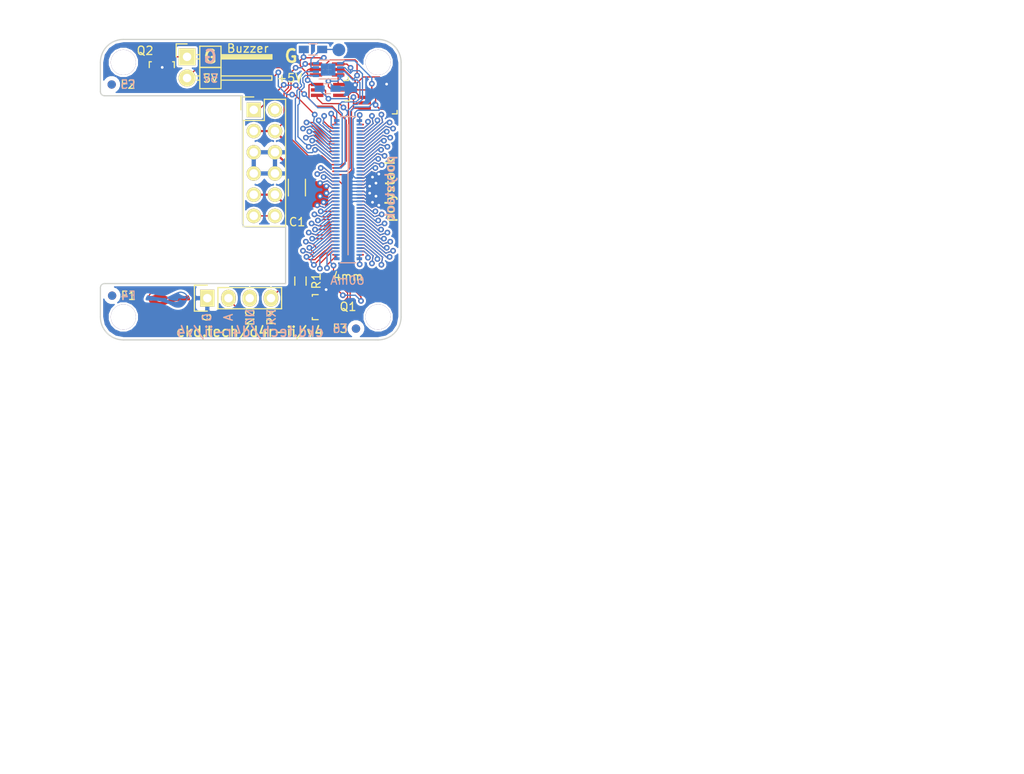
<source format=kicad_pcb>
(kicad_pcb (version 4) (host pcbnew 4.0.1-stable)
  (layers (0 F.Cu signal) (31 B.Cu signal) (34 B.Paste user) (35 F.Paste user) (36 B.SilkS user) (37 F.SilkS user) (38 B.Mask user) (39 F.Mask user) (44 Edge.Cuts user))
  (net 0 "")
  (net 1 /ExpansionPort/HEIGHT_1)
  (net 2 GNDPWR)
  (net 3 /ExpansionPort/HEIGHT_2)
  (net 4 /ExpansionPort/NEW_HEIGHT_4)
  (net 5 /ExpansionPort/HEIGHT_4)
  (net 6 "Net-(PORT_IC1-Pad7)")
  (net 7 /ExpansionPort/NEW_HEIGHT_1)
  (net 8 /ExpansionPort/NEW_HEIGHT_2)
  (net 9 /ExpansionPort/TIM1)
  (net 10 "Net-(P1-Pad2)")
  (net 11 +5V)
  (net 12 "Net-(P1-Pad11)")
  (net 13 /ExpansionPort/UART1_TX)
  (net 14 /ExpansionPort/SPI1_MOSI)
  (net 15 /ExpansionPort/UART1_RX)
  (net 16 /ExpansionPort/TIMG1_CH1)
  (net 17 /ExpansionPort/SPI1_MISO)
  (net 18 /ExpansionPort/SPI1_SCK)
  (net 19 /ExpansionPort/SPI1_NSS)
  (net 20 /ExpansionPort/SPI2_MOSI)
  (net 21 /ExpansionPort/SPI2_MISO)
  (net 22 /ExpansionPort/SPI2_SCK)
  (net 23 /ExpansionPort/SPI2_NSS)
  (net 24 /ExpansionPort/SPI3_MOSI)
  (net 25 /ExpansionPort/SPI3_MISO)
  (net 26 /ExpansionPort/SPI3_SCK)
  (net 27 /ExpansionPort/SPI3_NSS)
  (net 28 /ExpansionPort/SPI4_MOSI)
  (net 29 /ExpansionPort/SPI4_MISO)
  (net 30 /ExpansionPort/SPI4_SCK)
  (net 31 /ExpansionPort/SPI4_NSS)
  (net 32 /ExpansionPort/SDMMC1_CMD)
  (net 33 /ExpansionPort/SDMMC1_CK)
  (net 34 /ExpansionPort/SDMMC1_D3)
  (net 35 /ExpansionPort/SDMMC1_D2)
  (net 36 /ExpansionPort/SDMMC1_D1)
  (net 37 /ExpansionPort/SDMMC1_D0)
  (net 38 /ExpansionPort/ADC2)
  (net 39 /ExpansionPort/ADC1)
  (net 40 /ExpansionPort/TIMG2_CH4)
  (net 41 /ExpansionPort/TIMG2_CH3)
  (net 42 /ExpansionPort/TIMG2_CH2)
  (net 43 /ExpansionPort/TIMG2_CH1)
  (net 44 /ExpansionPort/TIMG1_CH4)
  (net 45 /ExpansionPort/TIMG1_CH3)
  (net 46 /ExpansionPort/TIMG1_CH2)
  (net 47 /ExpansionPort/TIM2)
  (net 48 /ExpansionPort/TIM3)
  (net 49 /ExpansionPort/TIM4)
  (net 50 /ExpansionPort/GPIO1)
  (net 51 /ExpansionPort/GPIO2)
  (net 52 /ExpansionPort/GPIO3)
  (net 53 /ExpansionPort/GPIO4)
  (net 54 /ExpansionPort/3V3_0.3A_E)
  (net 55 /ExpansionPort/UART8_TX)
  (net 56 /ExpansionPort/UART8_RX)
  (net 57 /ExpansionPort/UART7_TX)
  (net 58 /ExpansionPort/UART7_RX)
  (net 59 /ExpansionPort/UART6_TX)
  (net 60 /ExpansionPort/UART6_RX)
  (net 61 /ExpansionPort/UART5_TX)
  (net 62 /ExpansionPort/UART5_RX)
  (net 63 /ExpansionPort/UART4_TX)
  (net 64 /ExpansionPort/UART4_RX)
  (net 65 /ExpansionPort/UART3_TX)
  (net 66 /ExpansionPort/UART3_RX)
  (net 67 /ExpansionPort/UART2_TX)
  (net 68 /ExpansionPort/UART2_RX)
  (net 69 "Net-(PORT_OUT1-Pad26)")
  (net 70 "Net-(PORT_OUT1-Pad25)")
  (net 71 "Net-(PORT_OUT1-Pad4)")
  (net 72 "Net-(P3-Pad1)")
  (net 73 +3V3)
  (net 74 /ExpansionPort/i2c_SDA)
  (net 75 /ExpansionPort/i2c_SCL)
  (net 76 /ExpansionPort/GPIO5)
  (net 77 /ExpansionPort/GPIO6)
  (net 78 /ExpansionPort/BATT_DIV)
  (net 79 "Net-(PORT_OUT1-Pad10)")
  (net 80 /nTELEM)
  (net 81 "Net-(P2-Pad3)")
  (module macrofab:Fiducial (layer B.Cu) (at 131.35 95.4)
    (fp_text reference F5 (at 1.95 0) (layer B.SilkS) (effects (justify mirror)))
    (fp_text value 1mm)
    (pad "" smd circle (at 0 0) (size 1 1) (layers B.Cu B.Paste B.Mask) (clearance 0.5))
  )
  (module macrofab:Fiducial (layer B.Cu) (at 131.4 120.7)
    (fp_text reference F4 (at 1.95 0) (layer B.SilkS) (effects (justify mirror)))
    (fp_text value 1mm)
    (pad "" smd circle (at 0 0) (size 1 1) (layers B.Cu B.Paste B.Mask) (clearance 0.5))
  )
  (module macrofab:Fiducial (layer B.Cu) (at 160.6 124.65)
    (fp_text reference F6 (at -1.9 0) (layer B.SilkS) (effects (justify mirror)))
    (fp_text value 1mm)
    (pad "" smd circle (at 0 0) (size 1 1) (layers B.Cu B.Paste B.Mask) (clearance 0.5))
  )
  (module macrofab:Fiducial (layer F.Cu) (at 160.6 124.65)
    (fp_text reference F3 (at -1.9 0) (layer F.SilkS))
    (fp_text value 1mm)
    (pad "" smd circle (at 0 0) (size 1 1) (layers F.Cu F.Paste F.Mask) (clearance 0.5))
  )
  (module macrofab:Fiducial (layer F.Cu) (at 131.35 95.4)
    (fp_text reference F2 (at 1.95 0) (layer F.SilkS))
    (fp_text value 1mm)
    (pad "" smd circle (at 0 0) (size 1 1) (layers F.Cu F.Paste F.Mask) (clearance 0.5))
  )
  (module chickadee:chickadee_2mm_fcu (layer B.Cu) (at 138.075 121.175 180)
    (fp_text reference G*** hide)
    (fp_text value LOGO hide)
    (fp_poly (pts (xy -1.50211 0.956524) (xy -1.480393 0.956179) (xy -1.461445 0.95546) (xy -1.444235 0.954281) (xy -1.42773 0.952559) (xy -1.410899 0.95021) (xy -1.392708 0.94715) (xy -1.377648 0.944355) (xy -1.337289 0.935604) (xy -1.295394 0.924586) (xy -1.253941 0.911875) (xy -1.214907 0.898043) (xy -1.207105 0.89501) (xy -1.177497 0.88322) (xy -1.14844 0.871469) (xy -1.119668 0.859632) (xy -1.090917 0.847586) (xy -1.061919 0.835207) (xy -1.032409 0.822372) (xy -1.002121 0.808957) (xy -0.97079 0.794838) (xy -0.938149 0.779891) (xy -0.903933 0.763992) (xy -0.867876 0.747019) (xy -0.829712 0.728847) (xy -0.789176 0.709352) (xy -0.746001 0.688411) (xy -0.699922 0.6659) (xy -0.650673 0.641695) (xy -0.597987 0.615673) (xy -0.541601 0.58771) (xy -0.481246 0.557682) (xy -0.465667 0.549917) (xy -0.413659 0.524037) (xy -0.3656 0.500226) (xy -0.321145 0.478325) (xy -0.27995 0.458175) (xy -0.241669 0.439617) (xy -0.205957 0.422491) (xy -0.172469 0.406639) (xy -0.14086 0.391901) (xy -0.110786 0.378118) (xy -0.081901 0.365131) (xy -0.05386 0.352779) (xy -0.026318 0.340905) (xy 0.001069 0.329349) (xy 0.028648 0.317952) (xy 0.056761 0.306554) (xy 0.085756 0.294996) (xy 0.091784 0.292614) (xy 0.109241 0.285659) (xy 0.125202 0.279167) (xy 0.139121 0.273373) (xy 0.15045 0.268508) (xy 0.158645 0.264805) (xy 0.163158 0.262497) (xy 0.163869 0.261925) (xy 0.162563 0.259168) (xy 0.15818 0.253749) (xy 0.15127 0.246205) (xy 0.142385 0.237076) (xy 0.132075 0.226901) (xy 0.12089 0.216218) (xy 0.10938 0.205567) (xy 0.098096 0.195485) (xy 0.087588 0.186513) (xy 0.083204 0.182938) (xy 0.032211 0.144812) (xy -0.023145 0.108621) (xy -0.082775 0.074402) (xy -0.146594 0.04219) (xy -0.214513 0.012022) (xy -0.286445 -0.016066) (xy -0.362304 -0.04204) (xy -0.442002 -0.065862) (xy -0.525451 -0.087496) (xy -0.612565 -0.106907) (xy -0.626533 -0.109744) (xy -0.686331 -0.120927) (xy -0.742312 -0.129711) (xy -0.794846 -0.136122) (xy -0.844302 -0.140187) (xy -0.89105 -0.141931) (xy -0.935458 -0.141382) (xy -0.977897 -0.138567) (xy -0.997625 -0.136425) (xy -1.042521 -0.129163) (xy -1.083907 -0.118835) (xy -1.121726 -0.105475) (xy -1.155921 -0.089116) (xy -1.186435 -0.069792) (xy -1.213212 -0.047535) (xy -1.236195 -0.022379) (xy -1.255327 0.005643) (xy -1.26248 0.018814) (xy -1.271131 0.03793) (xy -1.27813 0.058008) (xy -1.283742 0.080053) (xy -1.28823 0.105072) (xy -1.291222 0.12819) (xy -1.292983 0.143896) (xy -1.340153 0.148008) (xy -1.354896 0.149286) (xy -1.368084 0.150417) (xy -1.378921 0.151333) (xy -1.386612 0.151967) (xy -1.390361 0.152253) (xy -1.39049 0.152259) (xy -1.392531 0.153687) (xy -1.392227 0.154714) (xy -1.393472 0.155749) (xy -1.398086 0.156013) (xy -1.404679 0.155621) (xy -1.411863 0.154688) (xy -1.418249 0.153328) (xy -1.42119 0.152325) (xy -1.424967 0.151285) (xy -1.43272 0.149598) (xy -1.443655 0.147423) (xy -1.456978 0.144915) (xy -1.471893 0.142232) (xy -1.475619 0.14158) (xy -1.531495 0.132318) (xy -1.58458 0.124519) (xy -1.636618 0.117952) (xy -1.689348 0.112382) (xy -1.705429 0.110884) (xy -1.720809 0.109791) (xy -1.739464 0.108945) (xy -1.760467 0.108347) (xy -1.782891 0.107997) (xy -1.805808 0.107895) (xy -1.828294 0.108042) (xy -1.849419 0.108438) (xy -1.868259 0.109083) (xy -1.883886 0.109978) (xy -1.892905 0.11081) (xy -1.942844 0.11743) (xy -1.991432 0.125582) (xy -2.039954 0.135532) (xy -2.089696 0.14755) (xy -2.141945 0.161904) (xy -2.152555 0.165004) (xy -2.168052 0.169659) (xy -2.179471 0.173326) (xy -2.187414 0.176244) (xy -2.192486 0.178654) (xy -2.195286 0.180796) (xy -2.196278 0.182422) (xy -2.196934 0.185928) (xy -2.198011 0.193672) (xy -2.199443 0.20508) (xy -2.201159 0.219578) (xy -2.203094 0.236591) (xy -2.205177 0.255544) (xy -2.207296 0.275418) (xy -2.209759 0.299194) (xy -2.211684 0.318571) (xy -2.213099 0.333957) (xy -2.214032 0.345756) (xy -2.214511 0.354377) (xy -2.214564 0.360224) (xy -2.214217 0.363706) (xy -2.2135 0.365227) (xy -2.213435 0.365272) (xy -2.209181 0.366841) (xy -2.202429 0.368377) (xy -2.200395 0.36872) (xy -2.192683 0.370111) (xy -2.180991 0.372482) (xy -2.166039 0.375668) (xy -2.148549 0.379505) (xy -2.12924 0.383829) (xy -2.108835 0.388477) (xy -2.088054 0.393284) (xy -2.067617 0.398086) (xy -2.048246 0.40272) (xy -2.030661 0.407021) (xy -2.017486 0.410336) (xy -1.947112 0.429097) (xy -1.88129 0.448185) (xy -1.81974 0.467695) (xy -1.762181 0.48772) (xy -1.708334 0.508354) (xy -1.657918 0.529691) (xy -1.64979 0.533339) (xy -1.601328 0.556964) (xy -1.551977 0.584213) (xy -1.502917 0.614337) (xy -1.455327 0.646583) (xy -1.410384 0.680203) (xy -1.380067 0.705061) (xy -1.367955 0.715595) (xy -1.355384 0.726849) (xy -1.342845 0.738347) (xy -1.33083 0.749616) (xy -1.319829 0.760182) (xy -1.310335 0.769571) (xy -1.302839 0.777309) (xy -1.297832 0.782923) (xy -1.295806 0.785938) (xy -1.295849 0.786262) (xy -1.29939 0.788009) (xy -1.306909 0.790668) (xy -1.317679 0.794027) (xy -1.330975 0.797871) (xy -1.346069 0.801985) (xy -1.362235 0.806155) (xy -1.369181 0.807875) (xy -1.417115 0.817755) (xy -1.465253 0.823934) (xy -1.514063 0.8264) (xy -1.564013 0.82514) (xy -1.615573 0.820143) (xy -1.66921 0.811395) (xy -1.725395 0.798885) (xy -1.726731 0.798551) (xy -1.78385 0.782272) (xy -1.838616 0.762779) (xy -1.890827 0.740229) (xy -1.940278 0.71478) (xy -1.986768 0.686589) (xy -2.030093 0.655814) (xy -2.07005 0.622612) (xy -2.106438 0.587142) (xy -2.139052 0.54956) (xy -2.167689 0.510023) (xy -2.192148 0.468691) (xy -2.212225 0.425719) (xy -2.214627 0.419704) (xy -2.222196 0.400352) (xy -2.323646 0.303798) (xy -2.342169 0.286154) (xy -2.35962 0.269503) (xy -2.375689 0.254143) (xy -2.390064 0.240373) (xy -2.402434 0.228492) (xy -2.412488 0.218798) (xy -2.419915 0.211591) (xy -2.424404 0.207168) (xy -2.425676 0.205826) (xy -2.423649 0.204596) (xy -2.417613 0.201599) (xy -2.407984 0.197029) (xy -2.395176 0.191076) (xy -2.379605 0.183931) (xy -2.361686 0.175787) (xy -2.341836 0.166835) (xy -2.320469 0.157265) (xy -2.31536 0.154987) (xy -2.204464 0.105564) (xy -2.192917 0.064272) (xy -2.187359 0.0451) (xy -2.18061 0.022941) (xy -2.173088 -0.000919) (xy -2.165209 -0.025195) (xy -2.157389 -0.048602) (xy -2.150047 -0.069855) (xy -2.143878 -0.086919) (xy -2.140142 -0.096304) (xy -2.137043 -0.102115) (xy -2.13385 -0.105417) (xy -2.129945 -0.107241) (xy -2.124938 -0.10804) (xy -2.115804 -0.108683) (xy -2.10325 -0.109172) (xy -2.087986 -0.109507) (xy -2.07072 -0.10969) (xy -2.052158 -0.109724) (xy -2.033011 -0.109608) (xy -2.013986 -0.109345) (xy -1.995791 -0.108937) (xy -1.979134 -0.108384) (xy -1.964724 -0.107689) (xy -1.953381 -0.106863) (xy -1.841649 -0.094774) (xy -1.773162 -0.085603) (xy -1.743868 -0.081189) (xy -1.718621 -0.076868) (xy -1.69664 -0.072428) (xy -1.677143 -0.067653) (xy -1.659349 -0.062331) (xy -1.642477 -0.056246) (xy -1.625745 -0.049184) (xy -1.608372 -0.040933) (xy -1.606248 -0.039873) (xy -1.567924 -0.018252) (xy -1.530341 0.007693) (xy -1.494131 0.037447) (xy -1.459927 0.070498) (xy -1.432637 0.10112) (xy -1.419981 0.116365) (xy -1.419981 0.108013) (xy -1.419288 0.097812) (xy -1.417375 0.0842) (xy -1.414488 0.068376) (xy -1.410873 0.051538) (xy -1.406778 0.034886) (xy -1.40245 0.019619) (xy -1.400595 0.013827) (xy -1.384555 -0.026904) (xy -1.364678 -0.064716) (xy -1.341022 -0.099558) (xy -1.31365 -0.131374) (xy -1.28262 -0.160111) (xy -1.247994 -0.185717) (xy -1.209832 -0.208137) (xy -1.168195 -0.227319) (xy -1.123143 -0.243209) (xy -1.103086 -0.248923) (xy -1.067259 -0.257339) (xy -1.030385 -0.263721) (xy -0.991593 -0.268166) (xy -0.950012 -0.270775) (xy -0.904772 -0.271646) (xy -0.903514 -0.271647) (xy -0.868422 -0.271229) (xy -0.834337 -0.269929) (xy -0.800467 -0.267658) (xy -0.766018 -0.264326) (xy -0.730197 -0.259845) (xy -0.69221 -0.254126) (xy -0.651265 -0.24708) (xy -0.606567 -0.238618) (xy -0.603552 -0.238025) (xy -0.518906 -0.219934) (xy -0.436963 -0.199615) (xy -0.357888 -0.177142) (xy -0.281847 -0.152591) (xy -0.209005 -0.126036) (xy -0.139526 -0.097553) (xy -0.073576 -0.067216) (xy -0.01132 -0.035101) (xy 0.047077 -0.001282) (xy 0.10145 0.034166) (xy 0.151633 0.071167) (xy 0.197462 0.109648) (xy 0.22981 0.140368) (xy 0.240875 0.151786) (xy 0.252189 0.163971) (xy 0.262638 0.175689) (xy 0.271104 0.185706) (xy 0.273352 0.188531) (xy 0.280273 0.197406) (xy 0.286408 0.205246) (xy 0.290943 0.211011) (xy 0.292705 0.213225) (xy 0.294587 0.215251) (xy 0.29687 0.216314) (xy 0.300577 0.216409) (xy 0.306727 0.21553) (xy 0.316345 0.213671) (xy 0.319314 0.213071) (xy 0.390473 0.201114) (xy 0.462069 0.193949) (xy 0.534224 0.191568) (xy 0.607057 0.193965) (xy 0.618067 0.194738) (xy 0.67588 0.199585) (xy 0.738159 0.205779) (xy 0.80473 0.21329) (xy 0.87542 0.222088) (xy 0.950056 0.232142) (xy 1.028464 0.243424) (xy 1.110473 0.255903) (xy 1.195908 0.26955) (xy 1.284598 0.284333) (xy 1.376368 0.300224) (xy 1.471045 0.317192) (xy 1.568458 0.335208) (xy 1.668432 0.354242) (xy 1.770795 0.374263) (xy 1.875373 0.395241) (xy 1.981995 0.417148) (xy 2.090485 0.439952) (xy 2.200672 0.463624) (xy 2.305352 0.486577) (xy 2.335862 0.493334) (xy 2.362069 0.499017) (xy 2.384406 0.503534) (xy 2.403307 0.506792) (xy 2.419208 0.5087) (xy 2.432541 0.509165) (xy 2.44374 0.508095) (xy 2.45324 0.505397) (xy 2.461475 0.50098) (xy 2.468879 0.494751) (xy 2.475886 0.486618) (xy 2.482929 0.476489) (xy 2.490443 0.464271) (xy 2.498862 0.449872) (xy 2.501797 0.444826) (xy 2.527352 0.399722) (xy 2.551306 0.354979) (xy 2.573386 0.311167) (xy 2.593323 0.268858) (xy 2.610844 0.228621) (xy 2.62568 0.191027) (xy 2.635187 0.163982) (xy 2.645789 0.128042) (xy 2.653137 0.094502) (xy 2.657251 0.063519) (xy 2.65815 0.03525) (xy 2.655853 0.00985) (xy 2.650378 -0.012523) (xy 2.641744 -0.031713) (xy 2.629969 -0.047563) (xy 2.615074 -0.059917) (xy 2.607857 -0.064043) (xy 2.600908 -0.067306) (xy 2.593331 -0.070302) (xy 2.584879 -0.073051) (xy 2.575307 -0.075572) (xy 2.564372 -0.077884) (xy 2.551826 -0.080007) (xy 2.537427 -0.08196) (xy 2.520927 -0.083761) (xy 2.502084 -0.085431) (xy 2.48065 -0.086989) (xy 2.456383 -0.088454) (xy 2.429035 -0.089845) (xy 2.398363 -0.091181) (xy 2.364121 -0.092483) (xy 2.326065 -0.093769) (xy 2.283949 -0.095058) (xy 2.237529 -0.09637) (xy 2.186558 -0.097724) (xy 2.177143 -0.097967) (xy 2.093433 -0.100256) (xy 2.014179 -0.102711) (xy 1.938999 -0.105352) (xy 1.867513 -0.108202) (xy 1.79934 -0.111281) (xy 1.734099 -0.114609) (xy 1.671411 -0.118209) (xy 1.610893 -0.122101) (xy 1.552165 -0.126306) (xy 1.494847 -0.130846) (xy 1.438558 -0.13574) (xy 1.382917 -0.141011) (xy 1.364343 -0.142866) (xy 1.276092 -0.15235) (xy 1.190744 -0.162702) (xy 1.107787 -0.174038) (xy 1.026707 -0.186474) (xy 0.946991 -0.200127) (xy 0.868125 -0.215112) (xy 0.789598 -0.231546) (xy 0.710894 -0.249545) (xy 0.631502 -0.269225) (xy 0.550908 -0.290703) (xy 0.468599 -0.314095) (xy 0.384062 -0.339516) (xy 0.296783 -0.367083) (xy 0.206249 -0.396912) (xy 0.134257 -0.421406) (xy 0.100067 -0.433412) (xy 0.067474 -0.445361) (xy 0.036018 -0.457474) (xy 0.005241 -0.469971) (xy -0.025317 -0.48307) (xy -0.056114 -0.496991) (xy -0.08761 -0.511955) (xy -0.120264 -0.52818) (xy -0.154534 -0.545887) (xy -0.19088 -0.565295) (xy -0.229761 -0.586623) (xy -0.271635 -0.610092) (xy -0.316962 -0.63592) (xy -0.33141 -0.644224) (xy -0.371607 -0.667353) (xy -0.40793 -0.688218) (xy -0.440685 -0.706989) (xy -0.47018 -0.723834) (xy -0.496721 -0.738923) (xy -0.520614 -0.752425) (xy -0.542168 -0.76451) (xy -0.561689 -0.775347) (xy -0.579484 -0.785105) (xy -0.59586 -0.793953) (xy -0.611124 -0.802061) (xy -0.625583 -0.809598) (xy -0.639543 -0.816734) (xy -0.653313 -0.823637) (xy -0.667198 -0.830478) (xy -0.681506 -0.837425) (xy -0.682761 -0.838031) (xy -0.729005 -0.859588) (xy -0.772629 -0.878276) (xy -0.814572 -0.894365) (xy -0.855777 -0.908123) (xy -0.897182 -0.919819) (xy -0.93973 -0.929722) (xy -0.984361 -0.938101) (xy -1.032015 -0.945226) (xy -1.076476 -0.950592) (xy -1.104581 -0.95317) (xy -1.136087 -0.9552) (xy -1.169583 -0.956643) (xy -1.20366 -0.957463) (xy -1.236906 -0.957622) (xy -1.267912 -0.957082) (xy -1.288143 -0.956234) (xy -1.342689 -0.951679) (xy -1.397859 -0.944053) (xy -1.452838 -0.933561) (xy -1.506811 -0.920409) (xy -1.558964 -0.904801) (xy -1.608482 -0.886941) (xy -1.654549 -0.867036) (xy -1.666966 -0.861) (xy -1.722495 -0.830655) (xy -1.776819 -0.795709) (xy -1.829841 -0.75627) (xy -1.881466 -0.712446) (xy -1.931598 -0.664345) (xy -1.980141 -0.612076) (xy -2.026999 -0.555746) (xy -2.072076 -0.495465) (xy -2.115277 -0.431339) (xy -2.156505 -0.363477) (xy -2.195665 -0.291987) (xy -2.226585 -0.229852) (xy -2.23916 -0.202482) (xy -2.251243 -0.174118) (xy -2.263182 -0.143873) (xy -2.275324 -0.110861) (xy -2.288016 -0.074197) (xy -2.290995 -0.065315) (xy -2.296254 -0.049237) (xy -2.301811 -0.03169) (xy -2.307423 -0.01349) (xy -2.312851 0.004544) (xy -2.317851 0.021595) (xy -2.322182 0.036844) (xy -2.325603 0.049475) (xy -2.327871 0.05867) (xy -2.328427 0.061331) (xy -2.329914 0.069259) (xy -2.470221 0.125878) (xy -2.494893 0.135852) (xy -2.518212 0.145313) (xy -2.539795 0.154103) (xy -2.559259 0.162066) (xy -2.576219 0.169042) (xy -2.590293 0.174875) (xy -2.601096 0.179405) (xy -2.608246 0.182476) (xy -2.611359 0.18393) (xy -2.611461 0.184007) (xy -2.609856 0.185824) (xy -2.604918 0.190594) (xy -2.596929 0.198059) (xy -2.586175 0.207961) (xy -2.572939 0.22004) (xy -2.557506 0.234038) (xy -2.540159 0.249697) (xy -2.521184 0.266757) (xy -2.500863 0.284961) (xy -2.483461 0.300501) (xy -2.458764 0.322533) (xy -2.437429 0.341591) (xy -2.419202 0.35792) (xy -2.40383 0.371761) (xy -2.39106 0.383358) (xy -2.380639 0.392954) (xy -2.372314 0.400791) (xy -2.365831 0.407113) (xy -2.360938 0.412161) (xy -2.357381 0.41618) (xy -2.354908 0.419412) (xy -2.353264 0.422099) (xy -2.352198 0.424485) (xy -2.351455 0.426813) (xy -2.351329 0.42727) (xy -2.346934 0.441361) (xy -2.340693 0.45847) (xy -2.333101 0.477383) (xy -2.324658 0.496886) (xy -2.315859 0.515765) (xy -2.311337 0.524877) (xy -2.289087 0.564792) (xy -2.263559 0.603278) (xy -2.234286 0.640972) (xy -2.200801 0.678512) (xy -2.191788 0.687875) (xy -2.153725 0.724587) (xy -2.114448 0.757833) (xy -2.07313 0.788207) (xy -2.028948 0.816304) (xy -1.981076 0.842717) (xy -1.966686 0.849998) (xy -1.92002 0.871853) (xy -1.873382 0.89094) (xy -1.825929 0.907515) (xy -1.776818 0.921834) (xy -1.725208 0.934154) (xy -1.670255 0.944731) (xy -1.638391 0.949884) (xy -1.624789 0.951886) (xy -1.612907 0.95344) (xy -1.601787 0.954603) (xy -1.590472 0.955434) (xy -1.578005 0.955989) (xy -1.56343 0.956328) (xy -1.545789 0.956507) (xy -1.527629 0.956577) (xy -1.50211 0.956524)) (layer B.Cu) (width 0.01))
  )
  (module hirose-df40:DF40-80pin-Header (layer B.Cu) (at 159.65 108)
    (fp_text reference PORT_IN1 hide)
    (fp_text value CKD_SANDWICH)
    (pad 80 smd rect (at 1.355 7.8) (size 0.66 0.23) (layers B.Cu B.Paste B.Mask) (net 14 /ExpansionPort/SPI1_MOSI))
    (pad 40 smd rect (at -1.355 7.8) (size 0.66 0.23) (layers B.Cu B.Paste B.Mask) (net 15 /ExpansionPort/UART1_RX))
    (pad 41 smd rect (at 1.355 -7.8) (size 0.66 0.23) (layers B.Cu B.Paste B.Mask) (net 16 /ExpansionPort/TIMG1_CH1))
    (pad 1 smd rect (at -1.355 -7.8) (size 0.66 0.23) (layers B.Cu B.Paste B.Mask) (net 9 /ExpansionPort/TIM1))
    (pad 79 smd rect (at 1.355 7.4) (size 0.66 0.23) (layers B.Cu B.Paste B.Mask) (net 17 /ExpansionPort/SPI1_MISO))
    (pad 78 smd rect (at 1.355 7) (size 0.66 0.23) (layers B.Cu B.Paste B.Mask) (net 18 /ExpansionPort/SPI1_SCK))
    (pad 77 smd rect (at 1.355 6.6) (size 0.66 0.23) (layers B.Cu B.Paste B.Mask) (net 19 /ExpansionPort/SPI1_NSS))
    (pad 76 smd rect (at 1.355 6.2) (size 0.66 0.23) (layers B.Cu B.Paste B.Mask) (net 20 /ExpansionPort/SPI2_MOSI))
    (pad 75 smd rect (at 1.355 5.8) (size 0.66 0.23) (layers B.Cu B.Paste B.Mask) (net 21 /ExpansionPort/SPI2_MISO))
    (pad 74 smd rect (at 1.355 5.4) (size 0.66 0.23) (layers B.Cu B.Paste B.Mask) (net 22 /ExpansionPort/SPI2_SCK))
    (pad 73 smd rect (at 1.355 5) (size 0.66 0.23) (layers B.Cu B.Paste B.Mask) (net 23 /ExpansionPort/SPI2_NSS))
    (pad 72 smd rect (at 1.355 4.6) (size 0.66 0.23) (layers B.Cu B.Paste B.Mask) (net 24 /ExpansionPort/SPI3_MOSI))
    (pad 71 smd rect (at 1.355 4.2) (size 0.66 0.23) (layers B.Cu B.Paste B.Mask) (net 25 /ExpansionPort/SPI3_MISO))
    (pad 70 smd rect (at 1.355 3.8) (size 0.66 0.23) (layers B.Cu B.Paste B.Mask) (net 26 /ExpansionPort/SPI3_SCK))
    (pad 69 smd rect (at 1.355 3.4) (size 0.66 0.23) (layers B.Cu B.Paste B.Mask) (net 27 /ExpansionPort/SPI3_NSS))
    (pad 68 smd rect (at 1.355 3) (size 0.66 0.23) (layers B.Cu B.Paste B.Mask) (net 28 /ExpansionPort/SPI4_MOSI))
    (pad 67 smd rect (at 1.355 2.6) (size 0.66 0.23) (layers B.Cu B.Paste B.Mask) (net 29 /ExpansionPort/SPI4_MISO))
    (pad 66 smd rect (at 1.355 2.2) (size 0.66 0.23) (layers B.Cu B.Paste B.Mask) (net 30 /ExpansionPort/SPI4_SCK))
    (pad 65 smd rect (at 1.355 1.8) (size 0.66 0.23) (layers B.Cu B.Paste B.Mask) (net 31 /ExpansionPort/SPI4_NSS))
    (pad 64 smd rect (at 1.355 1.4) (size 0.66 0.23) (layers B.Cu B.Paste B.Mask) (net 2 GNDPWR))
    (pad 63 smd rect (at 1.355 1) (size 0.66 0.23) (layers B.Cu B.Paste B.Mask) (net 2 GNDPWR))
    (pad 62 smd rect (at 1.355 0.6) (size 0.66 0.23) (layers B.Cu B.Paste B.Mask) (net 2 GNDPWR))
    (pad 61 smd rect (at 1.355 0.2) (size 0.66 0.23) (layers B.Cu B.Paste B.Mask) (net 2 GNDPWR))
    (pad 60 smd rect (at 1.355 -0.2) (size 0.66 0.23) (layers B.Cu B.Paste B.Mask) (net 2 GNDPWR))
    (pad 59 smd rect (at 1.355 -0.6) (size 0.66 0.23) (layers B.Cu B.Paste B.Mask) (net 2 GNDPWR))
    (pad 58 smd rect (at 1.355 -1) (size 0.66 0.23) (layers B.Cu B.Paste B.Mask) (net 2 GNDPWR))
    (pad 57 smd rect (at 1.355 -1.4) (size 0.66 0.23) (layers B.Cu B.Paste B.Mask) (net 2 GNDPWR))
    (pad 56 smd rect (at 1.355 -1.8) (size 0.66 0.23) (layers B.Cu B.Paste B.Mask) (net 32 /ExpansionPort/SDMMC1_CMD))
    (pad 55 smd rect (at 1.355 -2.2) (size 0.66 0.23) (layers B.Cu B.Paste B.Mask) (net 33 /ExpansionPort/SDMMC1_CK))
    (pad 54 smd rect (at 1.355 -2.6) (size 0.66 0.23) (layers B.Cu B.Paste B.Mask) (net 34 /ExpansionPort/SDMMC1_D3))
    (pad 53 smd rect (at 1.355 -3) (size 0.66 0.23) (layers B.Cu B.Paste B.Mask) (net 35 /ExpansionPort/SDMMC1_D2))
    (pad 52 smd rect (at 1.355 -3.4) (size 0.66 0.23) (layers B.Cu B.Paste B.Mask) (net 36 /ExpansionPort/SDMMC1_D1))
    (pad 51 smd rect (at 1.355 -3.8) (size 0.66 0.23) (layers B.Cu B.Paste B.Mask) (net 37 /ExpansionPort/SDMMC1_D0))
    (pad 50 smd rect (at 1.355 -4.2) (size 0.66 0.23) (layers B.Cu B.Paste B.Mask) (net 38 /ExpansionPort/ADC2))
    (pad 49 smd rect (at 1.355 -4.6) (size 0.66 0.23) (layers B.Cu B.Paste B.Mask) (net 39 /ExpansionPort/ADC1))
    (pad 48 smd rect (at 1.355 -5) (size 0.66 0.23) (layers B.Cu B.Paste B.Mask) (net 40 /ExpansionPort/TIMG2_CH4))
    (pad 47 smd rect (at 1.355 -5.4) (size 0.66 0.23) (layers B.Cu B.Paste B.Mask) (net 41 /ExpansionPort/TIMG2_CH3))
    (pad 46 smd rect (at 1.355 -5.8) (size 0.66 0.23) (layers B.Cu B.Paste B.Mask) (net 42 /ExpansionPort/TIMG2_CH2))
    (pad 45 smd rect (at 1.355 -6.2) (size 0.66 0.23) (layers B.Cu B.Paste B.Mask) (net 43 /ExpansionPort/TIMG2_CH1))
    (pad 44 smd rect (at 1.355 -6.6) (size 0.66 0.23) (layers B.Cu B.Paste B.Mask) (net 44 /ExpansionPort/TIMG1_CH4))
    (pad 43 smd rect (at 1.355 -7) (size 0.66 0.23) (layers B.Cu B.Paste B.Mask) (net 45 /ExpansionPort/TIMG1_CH3))
    (pad 42 smd rect (at 1.355 -7.4) (size 0.66 0.23) (layers B.Cu B.Paste B.Mask) (net 46 /ExpansionPort/TIMG1_CH2))
    (pad 41 smd rect (at 1.355 -8.2) (size 0.66 0.35) (drill (offset 0 -0.075)) (layers B.Cu B.Paste B.Mask) (net 16 /ExpansionPort/TIMG1_CH1))
    (pad 1 smd rect (at -1.355 -8.2) (size 0.66 0.35) (drill (offset 0 -0.075)) (layers B.Cu B.Paste B.Mask) (net 9 /ExpansionPort/TIM1))
    (pad 80 smd rect (at 1.355 8.2) (size 0.66 0.35) (drill (offset 0 0.075)) (layers B.Cu B.Paste B.Mask) (net 14 /ExpansionPort/SPI1_MOSI))
    (pad 40 smd rect (at -1.355 8.2) (size 0.66 0.35) (drill (offset 0 0.075)) (layers B.Cu B.Paste B.Mask) (net 15 /ExpansionPort/UART1_RX))
    (pad 2 smd rect (at -1.355 -7.4) (size 0.66 0.23) (layers B.Cu B.Paste B.Mask) (net 47 /ExpansionPort/TIM2))
    (pad 3 smd rect (at -1.355 -7) (size 0.66 0.23) (layers B.Cu B.Paste B.Mask) (net 48 /ExpansionPort/TIM3))
    (pad 4 smd rect (at -1.355 -6.6) (size 0.66 0.23) (layers B.Cu B.Paste B.Mask) (net 49 /ExpansionPort/TIM4))
    (pad 5 smd rect (at -1.355 -6.2) (size 0.66 0.23) (layers B.Cu B.Paste B.Mask) (net 50 /ExpansionPort/GPIO1))
    (pad 6 smd rect (at -1.355 -5.8) (size 0.66 0.23) (layers B.Cu B.Paste B.Mask) (net 51 /ExpansionPort/GPIO2))
    (pad 7 smd rect (at -1.355 -5.4) (size 0.66 0.23) (layers B.Cu B.Paste B.Mask) (net 52 /ExpansionPort/GPIO3))
    (pad 8 smd rect (at -1.355 -5) (size 0.66 0.23) (layers B.Cu B.Paste B.Mask) (net 53 /ExpansionPort/GPIO4))
    (pad 9 smd rect (at -1.355 -4.6) (size 0.66 0.23) (layers B.Cu B.Paste B.Mask) (net 76 /ExpansionPort/GPIO5))
    (pad 10 smd rect (at -1.355 -4.2) (size 0.66 0.23) (layers B.Cu B.Paste B.Mask) (net 77 /ExpansionPort/GPIO6))
    (pad 11 smd rect (at -1.355 -3.8) (size 0.66 0.23) (layers B.Cu B.Paste B.Mask) (net 74 /ExpansionPort/i2c_SDA))
    (pad 12 smd rect (at -1.355 -3.4) (size 0.66 0.23) (layers B.Cu B.Paste B.Mask) (net 75 /ExpansionPort/i2c_SCL))
    (pad 13 smd rect (at -1.355 -3) (size 0.66 0.23) (layers B.Cu B.Paste B.Mask) (net 5 /ExpansionPort/HEIGHT_4))
    (pad 14 smd rect (at -1.355 -2.6) (size 0.66 0.23) (layers B.Cu B.Paste B.Mask) (net 3 /ExpansionPort/HEIGHT_2))
    (pad 15 smd rect (at -1.355 -2.2) (size 0.66 0.23) (layers B.Cu B.Paste B.Mask) (net 1 /ExpansionPort/HEIGHT_1))
    (pad 16 smd rect (at -1.355 -1.8) (size 0.66 0.23) (layers B.Cu B.Paste B.Mask) (net 73 +3V3))
    (pad 17 smd rect (at -1.355 -1.4) (size 0.66 0.23) (layers B.Cu B.Paste B.Mask) (net 54 /ExpansionPort/3V3_0.3A_E))
    (pad 18 smd rect (at -1.355 -1) (size 0.66 0.23) (layers B.Cu B.Paste B.Mask) (net 78 /ExpansionPort/BATT_DIV))
    (pad 19 smd rect (at -1.355 -0.6) (size 0.66 0.23) (layers B.Cu B.Paste B.Mask) (net 11 +5V))
    (pad 20 smd rect (at -1.355 -0.2) (size 0.66 0.23) (layers B.Cu B.Paste B.Mask) (net 11 +5V))
    (pad 21 smd rect (at -1.355 0.2) (size 0.66 0.23) (layers B.Cu B.Paste B.Mask) (net 11 +5V))
    (pad 22 smd rect (at -1.355 0.6) (size 0.66 0.23) (layers B.Cu B.Paste B.Mask) (net 11 +5V))
    (pad 23 smd rect (at -1.355 1) (size 0.66 0.23) (layers B.Cu B.Paste B.Mask) (net 11 +5V))
    (pad 24 smd rect (at -1.355 1.4) (size 0.66 0.23) (layers B.Cu B.Paste B.Mask) (net 11 +5V))
    (pad 25 smd rect (at -1.355 1.8) (size 0.66 0.23) (layers B.Cu B.Paste B.Mask) (net 55 /ExpansionPort/UART8_TX))
    (pad 26 smd rect (at -1.355 2.2) (size 0.66 0.23) (layers B.Cu B.Paste B.Mask) (net 56 /ExpansionPort/UART8_RX))
    (pad 27 smd rect (at -1.355 2.6) (size 0.66 0.23) (layers B.Cu B.Paste B.Mask) (net 57 /ExpansionPort/UART7_TX))
    (pad 28 smd rect (at -1.355 3) (size 0.66 0.23) (layers B.Cu B.Paste B.Mask) (net 58 /ExpansionPort/UART7_RX))
    (pad 29 smd rect (at -1.355 3.4) (size 0.66 0.23) (layers B.Cu B.Paste B.Mask) (net 59 /ExpansionPort/UART6_TX))
    (pad 30 smd rect (at -1.355 3.8) (size 0.66 0.23) (layers B.Cu B.Paste B.Mask) (net 60 /ExpansionPort/UART6_RX))
    (pad 31 smd rect (at -1.355 4.2) (size 0.66 0.23) (layers B.Cu B.Paste B.Mask) (net 61 /ExpansionPort/UART5_TX))
    (pad 32 smd rect (at -1.355 4.6) (size 0.66 0.23) (layers B.Cu B.Paste B.Mask) (net 62 /ExpansionPort/UART5_RX))
    (pad 33 smd rect (at -1.355 5) (size 0.66 0.23) (layers B.Cu B.Paste B.Mask) (net 63 /ExpansionPort/UART4_TX))
    (pad 34 smd rect (at -1.355 5.4) (size 0.66 0.23) (layers B.Cu B.Paste B.Mask) (net 64 /ExpansionPort/UART4_RX))
    (pad 35 smd rect (at -1.355 5.8) (size 0.66 0.23) (layers B.Cu B.Paste B.Mask) (net 65 /ExpansionPort/UART3_TX))
    (pad 36 smd rect (at -1.355 6.2) (size 0.66 0.23) (layers B.Cu B.Paste B.Mask) (net 66 /ExpansionPort/UART3_RX))
    (pad 37 smd rect (at -1.355 6.6) (size 0.66 0.23) (layers B.Cu B.Paste B.Mask) (net 67 /ExpansionPort/UART2_TX))
    (pad 38 smd rect (at -1.355 7) (size 0.66 0.23) (layers B.Cu B.Paste B.Mask) (net 68 /ExpansionPort/UART2_RX))
    (pad 39 smd rect (at -1.355 7.4) (size 0.66 0.23) (layers B.Cu B.Paste B.Mask) (net 13 /ExpansionPort/UART1_TX))
  )
  (module Mounting_Holes:MountingHole_3mm (layer F.Cu) (at 163.25 123.25)
    (fp_text reference REF** hide)
    (fp_text value MountingHole_3mm hide)
    (pad 1 thru_hole circle (at 0 0) (size 3 3) (drill 3) (layers))
  )
  (module Mounting_Holes:MountingHole_3mm (layer F.Cu) (at 132.75 123.25)
    (fp_text reference REF** hide)
    (fp_text value MountingHole_3mm hide)
    (pad 1 thru_hole circle (at 0 0) (size 3 3) (drill 3) (layers))
  )
  (module Mounting_Holes:MountingHole_3mm (layer F.Cu) (at 132.75 92.75)
    (fp_text reference REF** hide)
    (fp_text value MountingHole_3mm hide)
    (pad 1 thru_hole circle (at 0 0) (size 3 3) (drill 3) (layers))
  )
  (module Mounting_Holes:MountingHole_3mm (layer F.Cu) (at 163.25 92.75)
    (fp_text reference REF** hide)
    (fp_text value MountingHole_3mm hide)
    (pad 1 thru_hole circle (at 0 0) (size 3 3) (drill 3) (layers))
  )
  (module Housings_SOT-23_SOT-143_TSOT-6:SC-70-6_Handsoldering (layer F.Cu) (at 157.13096 93.59976 90)
    (fp_text reference PORT_ANDOR1 hide)
    (fp_text value SN74LVC1G0832 hide)
    (pad 1 smd rect (at -0.65024 1.33096 90) (size 0.39878 1.50114) (layers F.Cu F.Paste F.Mask) (net 1 /ExpansionPort/HEIGHT_1))
    (pad 2 smd rect (at 0 1.33096 90) (size 0.39878 1.50114) (layers F.Cu F.Paste F.Mask) (net 2 GNDPWR))
    (pad 3 smd rect (at 0.65024 1.33096 90) (size 0.39878 1.50114) (layers F.Cu F.Paste F.Mask) (net 3 /ExpansionPort/HEIGHT_2))
    (pad 4 smd rect (at 0.65024 -1.33096 90) (size 0.39878 1.50114) (layers F.Cu F.Paste F.Mask) (net 4 /ExpansionPort/NEW_HEIGHT_4))
    (pad 5 smd rect (at 0 -1.33096 90) (size 0.39878 1.50114) (layers F.Cu F.Paste F.Mask) (net 73 +3V3))
    (pad 6 smd rect (at -0.65024 -1.33096 90) (size 0.39878 1.50114) (layers F.Cu F.Paste F.Mask) (net 5 /ExpansionPort/HEIGHT_4))
  )
  (module Capacitors_SMD:C_0603_HandSoldering (layer B.Cu) (at 157.2 95.9)
    (fp_text reference PORT_C1 hide)
    (fp_text value 0.1uF hide)
    (pad 1 smd rect (at -0.95 0) (size 1.2 0.75) (layers B.Cu B.Paste B.Mask) (net 73 +3V3))
    (pad 2 smd rect (at 0.95 0) (size 1.2 0.75) (layers B.Cu B.Paste B.Mask) (net 2 GNDPWR))
  )
  (module Housings_DFN_QFN:DFN-8-1EP_3x2mm_Pitch0.5mm (layer B.Cu) (at 157.2625 93.6125 180)
    (fp_text reference PORT_IC1 hide)
    (fp_text value AT24CS02-MAHM hide)
    (pad 1 smd rect (at -1.45 0.75 180) (size 0.75 0.3) (layers B.Cu B.Paste B.Mask) (net 1 /ExpansionPort/HEIGHT_1))
    (pad 2 smd rect (at -1.45 0.25 180) (size 0.75 0.3) (layers B.Cu B.Paste B.Mask) (net 3 /ExpansionPort/HEIGHT_2))
    (pad 3 smd rect (at -1.45 -0.25 180) (size 0.75 0.3) (layers B.Cu B.Paste B.Mask) (net 5 /ExpansionPort/HEIGHT_4))
    (pad 4 smd rect (at -1.45 -0.75 180) (size 0.75 0.3) (layers B.Cu B.Paste B.Mask) (net 2 GNDPWR))
    (pad 5 smd rect (at 1.45 -0.75 180) (size 0.75 0.3) (layers B.Cu B.Paste B.Mask) (net 74 /ExpansionPort/i2c_SDA))
    (pad 6 smd rect (at 1.45 -0.25 180) (size 0.75 0.3) (layers B.Cu B.Paste B.Mask) (net 75 /ExpansionPort/i2c_SCL))
    (pad 7 smd rect (at 1.45 0.25 180) (size 0.75 0.3) (layers B.Cu B.Paste B.Mask) (net 6 "Net-(PORT_IC1-Pad7)"))
    (pad 8 smd rect (at 1.45 0.75 180) (size 0.75 0.3) (layers B.Cu B.Paste B.Mask) (net 73 +3V3))
    (pad 9 smd rect (at 0.4375 -0.3625 180) (size 0.875 0.725) (layers B.Cu B.Paste B.Mask))
    (pad 9 smd rect (at 0.4375 0.3625 180) (size 0.875 0.725) (layers B.Cu B.Paste B.Mask))
    (pad 9 smd rect (at -0.4375 -0.3625 180) (size 0.875 0.725) (layers B.Cu B.Paste B.Mask))
    (pad 9 smd rect (at -0.4375 0.3625 180) (size 0.875 0.725) (layers B.Cu B.Paste B.Mask))
  )
  (module Housings_SOT-23_SOT-143_TSOT-6:SC-70-6_Handsoldering (layer F.Cu) (at 162.96904 97.59976 90)
    (fp_text reference PORT_INV1 hide)
    (fp_text value SN74LVC1G58 hide)
    (pad 1 smd rect (at -0.65024 1.33096 90) (size 0.39878 1.50114) (layers F.Cu F.Paste F.Mask) (net 1 /ExpansionPort/HEIGHT_1))
    (pad 2 smd rect (at 0 1.33096 90) (size 0.39878 1.50114) (layers F.Cu F.Paste F.Mask) (net 2 GNDPWR))
    (pad 3 smd rect (at 0.65024 1.33096 90) (size 0.39878 1.50114) (layers F.Cu F.Paste F.Mask) (net 2 GNDPWR))
    (pad 4 smd rect (at 0.65024 -1.33096 90) (size 0.39878 1.50114) (layers F.Cu F.Paste F.Mask) (net 7 /ExpansionPort/NEW_HEIGHT_1))
    (pad 5 smd rect (at 0 -1.33096 90) (size 0.39878 1.50114) (layers F.Cu F.Paste F.Mask) (net 73 +3V3))
    (pad 6 smd rect (at -0.65024 -1.33096 90) (size 0.39878 1.50114) (layers F.Cu F.Paste F.Mask) (net 73 +3V3))
  )
  (module Resistors_SMD:R_0603_HandSoldering (layer B.Cu) (at 155.45 91.2 180)
    (fp_text reference PORT_R1 hide)
    (fp_text value 10k hide)
    (pad 1 smd rect (at -1.1 0 180) (size 1.2 0.9) (layers B.Cu B.Paste B.Mask) (net 6 "Net-(PORT_IC1-Pad7)"))
    (pad 2 smd rect (at 1.1 0 180) (size 1.2 0.9) (layers B.Cu B.Paste B.Mask) (net 73 +3V3))
  )
  (module Housings_SOT-23_SOT-143_TSOT-6:SC-70-6_Handsoldering (layer F.Cu) (at 157.28096 96.04976 90)
    (fp_text reference PORT_XOR1 hide)
    (fp_text value SN74LVC1G58 hide)
    (pad 1 smd rect (at -0.65024 1.33096 90) (size 0.39878 1.50114) (layers F.Cu F.Paste F.Mask) (net 1 /ExpansionPort/HEIGHT_1))
    (pad 2 smd rect (at 0 1.33096 90) (size 0.39878 1.50114) (layers F.Cu F.Paste F.Mask) (net 2 GNDPWR))
    (pad 3 smd rect (at 0.65024 1.33096 90) (size 0.39878 1.50114) (layers F.Cu F.Paste F.Mask) (net 1 /ExpansionPort/HEIGHT_1))
    (pad 4 smd rect (at 0.65024 -1.33096 90) (size 0.39878 1.50114) (layers F.Cu F.Paste F.Mask) (net 8 /ExpansionPort/NEW_HEIGHT_2))
    (pad 5 smd rect (at 0 -1.33096 90) (size 0.39878 1.50114) (layers F.Cu F.Paste F.Mask) (net 73 +3V3))
    (pad 6 smd rect (at -0.65024 -1.33096 90) (size 0.39878 1.50114) (layers F.Cu F.Paste F.Mask) (net 3 /ExpansionPort/HEIGHT_2))
  )
  (module Measurement_Points:Measurement_Point_Round-SMD-Pad_Small (layer B.Cu) (at 158.55 91.25)
    (fp_text reference PORT_P1 hide)
    (fp_text value CONN_01X01 hide)
    (pad 1 smd circle (at 0 0) (size 1.524 1.524) (layers B.Cu B.Paste B.Mask) (net 6 "Net-(PORT_IC1-Pad7)"))
  )
  (module Pin_Headers:Pin_Header_Straight_2x06 (layer F.Cu) (at 148.36 98.44)
    (fp_text reference P1 hide)
    (fp_text value CONN_02X06)
    (pad 1 thru_hole rect (at 0 0) (size 1.7272 1.7272) (drill 1.016) (layers *.Cu *.Mask F.SilkS) (net 9 /ExpansionPort/TIM1))
    (pad 2 thru_hole oval (at 2.54 0) (size 1.7272 1.7272) (drill 1.016) (layers *.Cu *.Mask F.SilkS) (net 10 "Net-(P1-Pad2)"))
    (pad 3 thru_hole oval (at 0 2.54) (size 1.7272 1.7272) (drill 1.016) (layers *.Cu *.Mask F.SilkS) (net 11 +5V))
    (pad 4 thru_hole oval (at 2.54 2.54) (size 1.7272 1.7272) (drill 1.016) (layers *.Cu *.Mask F.SilkS) (net 11 +5V))
    (pad 5 thru_hole oval (at 0 5.08) (size 1.7272 1.7272) (drill 1.016) (layers *.Cu *.Mask F.SilkS) (net 2 GNDPWR))
    (pad 6 thru_hole oval (at 2.54 5.08) (size 1.7272 1.7272) (drill 1.016) (layers *.Cu *.Mask F.SilkS) (net 2 GNDPWR))
    (pad 7 thru_hole oval (at 0 7.62) (size 1.7272 1.7272) (drill 1.016) (layers *.Cu *.Mask F.SilkS) (net 2 GNDPWR))
    (pad 8 thru_hole oval (at 2.54 7.62) (size 1.7272 1.7272) (drill 1.016) (layers *.Cu *.Mask F.SilkS) (net 2 GNDPWR))
    (pad 9 thru_hole oval (at 0 10.16) (size 1.7272 1.7272) (drill 1.016) (layers *.Cu *.Mask F.SilkS) (net 11 +5V))
    (pad 10 thru_hole oval (at 2.54 10.16) (size 1.7272 1.7272) (drill 1.016) (layers *.Cu *.Mask F.SilkS) (net 11 +5V))
    (pad 11 thru_hole oval (at 0 12.7) (size 1.7272 1.7272) (drill 1.016) (layers *.Cu *.Mask F.SilkS) (net 12 "Net-(P1-Pad11)"))
    (pad 12 thru_hole oval (at 2.54 12.7) (size 1.7272 1.7272) (drill 1.016) (layers *.Cu *.Mask F.SilkS) (net 12 "Net-(P1-Pad11)"))
  )
  (module Capacitors_SMD:C_1206_HandSoldering (layer F.Cu) (at 153.525 107.75 90)
    (fp_text reference C1 (at -4.125 0.025 180) (layer F.SilkS))
    (fp_text value C)
    (pad 1 smd rect (at -2 0 90) (size 2 1.6) (layers F.Cu F.Paste F.Mask) (net 11 +5V))
    (pad 2 smd rect (at 2 0 90) (size 2 1.6) (layers F.Cu F.Paste F.Mask) (net 2 GNDPWR))
  )
  (module Pin_Headers:Pin_Header_Angled_1x02 (layer F.Cu) (at 140.375 92.085)
    (fp_text reference P3 hide)
    (fp_text value CONN_01X02)
    (pad 1 thru_hole rect (at 0 0) (size 2.032 2.032) (drill 1.016) (layers *.Cu *.Mask F.SilkS) (net 72 "Net-(P3-Pad1)"))
    (pad 2 thru_hole oval (at 0 2.54) (size 2.032 2.032) (drill 1.016) (layers *.Cu *.Mask F.SilkS) (net 11 +5V))
  )
  (module TO_SOT_Packages_SMD:SOT-23_Handsoldering (layer F.Cu) (at 156.02386 122.075 90)
    (fp_text reference Q1 (at 0.05 3.62614 180) (layer F.SilkS))
    (fp_text value Q_NMOS_GSD)
    (pad 1 smd rect (at -0.95 1.50114 90) (size 0.8001 1.80086) (layers F.Cu F.Paste F.Mask) (net 13 /ExpansionPort/UART1_TX))
    (pad 2 smd rect (at 0.95 1.50114 90) (size 0.8001 1.80086) (layers F.Cu F.Paste F.Mask) (net 2 GNDPWR))
    (pad 3 smd rect (at 0 -1.50114 90) (size 0.8001 1.80086) (layers F.Cu F.Paste F.Mask) (net 80 /nTELEM))
  )
  (module TO_SOT_Packages_SMD:SOT-23_Handsoldering (layer F.Cu) (at 137.35 93.325)
    (fp_text reference Q2 (at -2 -1.975) (layer F.SilkS))
    (fp_text value Q_NMOS_GSD)
    (pad 1 smd rect (at -0.95 1.50114) (size 0.8001 1.80086) (layers F.Cu F.Paste F.Mask) (net 50 /ExpansionPort/GPIO1))
    (pad 2 smd rect (at 0.95 1.50114) (size 0.8001 1.80086) (layers F.Cu F.Paste F.Mask) (net 2 GNDPWR))
    (pad 3 smd rect (at 0 -1.50114) (size 0.8001 1.80086) (layers F.Cu F.Paste F.Mask) (net 72 "Net-(P3-Pad1)"))
  )
  (module Resistors_SMD:R_0603_HandSoldering (layer F.Cu) (at 153.95 118.95 270)
    (fp_text reference R1 (at 0 -1.9 270) (layer F.SilkS))
    (fp_text value 10k)
    (pad 1 smd rect (at -1.1 0 270) (size 1.2 0.9) (layers F.Cu F.Paste F.Mask) (net 73 +3V3))
    (pad 2 smd rect (at 1.1 0 270) (size 1.2 0.9) (layers F.Cu F.Paste F.Mask) (net 80 /nTELEM))
  )
  (module Pin_Headers:Pin_Header_Straight_1x04 (layer F.Cu) (at 142.8 121 90)
    (fp_text reference P2 hide)
    (fp_text value CONN_01X04)
    (pad 1 thru_hole rect (at 0 0 90) (size 2.032 1.7272) (drill 1.016) (layers *.Cu *.Mask F.SilkS) (net 2 GNDPWR))
    (pad 2 thru_hole oval (at 0 2.54 90) (size 2.032 1.7272) (drill 1.016) (layers *.Cu *.Mask F.SilkS) (net 78 /ExpansionPort/BATT_DIV))
    (pad 3 thru_hole oval (at 0 5.08 90) (size 2.032 1.7272) (drill 1.016) (layers *.Cu *.Mask F.SilkS) (net 81 "Net-(P2-Pad3)"))
    (pad 4 thru_hole oval (at 0 7.62 90) (size 2.032 1.7272) (drill 1.016) (layers *.Cu *.Mask F.SilkS) (net 80 /nTELEM))
  )
  (module hirose-df40:DF40-3-4mm-80pin-Receptacle (layer F.Cu) (at 159.65 108)
    (fp_text reference PORT_OUT1 hide)
    (fp_text value CKD_SANDWICH)
    (pad 41 smd rect (at 1.54 -7.8) (size 0.7 0.2) (layers F.Cu F.Paste F.Mask) (net 16 /ExpansionPort/TIMG1_CH1))
    (pad 42 smd rect (at 1.54 -7.4) (size 0.7 0.2) (layers F.Cu F.Paste F.Mask) (net 46 /ExpansionPort/TIMG1_CH2))
    (pad 43 smd rect (at 1.54 -7) (size 0.7 0.2) (layers F.Cu F.Paste F.Mask) (net 45 /ExpansionPort/TIMG1_CH3))
    (pad 44 smd rect (at 1.54 -6.6) (size 0.7 0.2) (layers F.Cu F.Paste F.Mask) (net 44 /ExpansionPort/TIMG1_CH4))
    (pad 45 smd rect (at 1.54 -6.2) (size 0.7 0.2) (layers F.Cu F.Paste F.Mask) (net 43 /ExpansionPort/TIMG2_CH1))
    (pad 46 smd rect (at 1.54 -5.8) (size 0.7 0.2) (layers F.Cu F.Paste F.Mask) (net 42 /ExpansionPort/TIMG2_CH2))
    (pad 47 smd rect (at 1.54 -5.4) (size 0.7 0.2) (layers F.Cu F.Paste F.Mask) (net 41 /ExpansionPort/TIMG2_CH3))
    (pad 48 smd rect (at 1.54 -5) (size 0.7 0.2) (layers F.Cu F.Paste F.Mask) (net 40 /ExpansionPort/TIMG2_CH4))
    (pad 49 smd rect (at 1.54 -4.6) (size 0.7 0.2) (layers F.Cu F.Paste F.Mask) (net 39 /ExpansionPort/ADC1))
    (pad 50 smd rect (at 1.54 -4.2) (size 0.7 0.2) (layers F.Cu F.Paste F.Mask) (net 38 /ExpansionPort/ADC2))
    (pad 60 smd rect (at 1.54 -0.2) (size 0.7 0.2) (layers F.Cu F.Paste F.Mask) (net 2 GNDPWR))
    (pad 59 smd rect (at 1.54 -0.6) (size 0.7 0.2) (layers F.Cu F.Paste F.Mask) (net 2 GNDPWR))
    (pad 58 smd rect (at 1.54 -1) (size 0.7 0.2) (layers F.Cu F.Paste F.Mask) (net 2 GNDPWR))
    (pad 57 smd rect (at 1.54 -1.4) (size 0.7 0.2) (layers F.Cu F.Paste F.Mask) (net 2 GNDPWR))
    (pad 56 smd rect (at 1.54 -1.8) (size 0.7 0.2) (layers F.Cu F.Paste F.Mask) (net 32 /ExpansionPort/SDMMC1_CMD))
    (pad 55 smd rect (at 1.54 -2.2) (size 0.7 0.2) (layers F.Cu F.Paste F.Mask) (net 33 /ExpansionPort/SDMMC1_CK))
    (pad 54 smd rect (at 1.54 -2.6) (size 0.7 0.2) (layers F.Cu F.Paste F.Mask) (net 34 /ExpansionPort/SDMMC1_D3))
    (pad 53 smd rect (at 1.54 -3) (size 0.7 0.2) (layers F.Cu F.Paste F.Mask) (net 35 /ExpansionPort/SDMMC1_D2))
    (pad 52 smd rect (at 1.54 -3.4) (size 0.7 0.2) (layers F.Cu F.Paste F.Mask) (net 36 /ExpansionPort/SDMMC1_D1))
    (pad 51 smd rect (at 1.54 -3.8) (size 0.7 0.2) (layers F.Cu F.Paste F.Mask) (net 37 /ExpansionPort/SDMMC1_D0))
    (pad 61 smd rect (at 1.54 0.2) (size 0.7 0.2) (layers F.Cu F.Paste F.Mask) (net 2 GNDPWR))
    (pad 62 smd rect (at 1.54 0.6) (size 0.7 0.2) (layers F.Cu F.Paste F.Mask) (net 2 GNDPWR))
    (pad 63 smd rect (at 1.54 1) (size 0.7 0.2) (layers F.Cu F.Paste F.Mask) (net 2 GNDPWR))
    (pad 64 smd rect (at 1.54 1.4) (size 0.7 0.2) (layers F.Cu F.Paste F.Mask) (net 2 GNDPWR))
    (pad 65 smd rect (at 1.54 1.8) (size 0.7 0.2) (layers F.Cu F.Paste F.Mask) (net 31 /ExpansionPort/SPI4_NSS))
    (pad 66 smd rect (at 1.54 2.2) (size 0.7 0.2) (layers F.Cu F.Paste F.Mask) (net 30 /ExpansionPort/SPI4_SCK))
    (pad 67 smd rect (at 1.54 2.6) (size 0.7 0.2) (layers F.Cu F.Paste F.Mask) (net 29 /ExpansionPort/SPI4_MISO))
    (pad 68 smd rect (at 1.54 3) (size 0.7 0.2) (layers F.Cu F.Paste F.Mask) (net 28 /ExpansionPort/SPI4_MOSI))
    (pad 69 smd rect (at 1.54 3.4) (size 0.7 0.2) (layers F.Cu F.Paste F.Mask) (net 27 /ExpansionPort/SPI3_NSS))
    (pad 70 smd rect (at 1.54 3.8) (size 0.7 0.2) (layers F.Cu F.Paste F.Mask) (net 26 /ExpansionPort/SPI3_SCK))
    (pad 80 smd rect (at 1.54 7.8) (size 0.7 0.2) (layers F.Cu F.Paste F.Mask) (net 14 /ExpansionPort/SPI1_MOSI))
    (pad 79 smd rect (at 1.54 7.4) (size 0.7 0.2) (layers F.Cu F.Paste F.Mask) (net 17 /ExpansionPort/SPI1_MISO))
    (pad 78 smd rect (at 1.54 7) (size 0.7 0.2) (layers F.Cu F.Paste F.Mask) (net 18 /ExpansionPort/SPI1_SCK))
    (pad 77 smd rect (at 1.54 6.6) (size 0.7 0.2) (layers F.Cu F.Paste F.Mask) (net 19 /ExpansionPort/SPI1_NSS))
    (pad 76 smd rect (at 1.54 6.2) (size 0.7 0.2) (layers F.Cu F.Paste F.Mask) (net 20 /ExpansionPort/SPI2_MOSI))
    (pad 75 smd rect (at 1.54 5.8) (size 0.7 0.2) (layers F.Cu F.Paste F.Mask) (net 21 /ExpansionPort/SPI2_MISO))
    (pad 74 smd rect (at 1.54 5.4) (size 0.7 0.2) (layers F.Cu F.Paste F.Mask) (net 22 /ExpansionPort/SPI2_SCK))
    (pad 73 smd rect (at 1.54 5) (size 0.7 0.2) (layers F.Cu F.Paste F.Mask) (net 23 /ExpansionPort/SPI2_NSS))
    (pad 72 smd rect (at 1.54 4.6) (size 0.7 0.2) (layers F.Cu F.Paste F.Mask) (net 24 /ExpansionPort/SPI3_MOSI))
    (pad 71 smd rect (at 1.54 4.2) (size 0.7 0.2) (layers F.Cu F.Paste F.Mask) (net 25 /ExpansionPort/SPI3_MISO))
    (pad 31 smd rect (at -1.54 4.2) (size 0.7 0.2) (layers F.Cu F.Paste F.Mask) (net 59 /ExpansionPort/UART6_TX))
    (pad 32 smd rect (at -1.54 4.6) (size 0.7 0.2) (layers F.Cu F.Paste F.Mask) (net 60 /ExpansionPort/UART6_RX))
    (pad 33 smd rect (at -1.54 5) (size 0.7 0.2) (layers F.Cu F.Paste F.Mask) (net 61 /ExpansionPort/UART5_TX))
    (pad 34 smd rect (at -1.54 5.4) (size 0.7 0.2) (layers F.Cu F.Paste F.Mask) (net 62 /ExpansionPort/UART5_RX))
    (pad 35 smd rect (at -1.54 5.8) (size 0.7 0.2) (layers F.Cu F.Paste F.Mask) (net 63 /ExpansionPort/UART4_TX))
    (pad 36 smd rect (at -1.54 6.2) (size 0.7 0.2) (layers F.Cu F.Paste F.Mask) (net 64 /ExpansionPort/UART4_RX))
    (pad 37 smd rect (at -1.54 6.6) (size 0.7 0.2) (layers F.Cu F.Paste F.Mask) (net 65 /ExpansionPort/UART3_TX))
    (pad 38 smd rect (at -1.54 7) (size 0.7 0.2) (layers F.Cu F.Paste F.Mask) (net 66 /ExpansionPort/UART3_RX))
    (pad 39 smd rect (at -1.54 7.4) (size 0.7 0.2) (layers F.Cu F.Paste F.Mask) (net 67 /ExpansionPort/UART2_TX))
    (pad 40 smd rect (at -1.54 7.8) (size 0.7 0.2) (layers F.Cu F.Paste F.Mask) (net 68 /ExpansionPort/UART2_RX))
    (pad 30 smd rect (at -1.54 3.8) (size 0.7 0.2) (layers F.Cu F.Paste F.Mask) (net 58 /ExpansionPort/UART7_RX))
    (pad 29 smd rect (at -1.54 3.4) (size 0.7 0.2) (layers F.Cu F.Paste F.Mask) (net 57 /ExpansionPort/UART7_TX))
    (pad 28 smd rect (at -1.54 3) (size 0.7 0.2) (layers F.Cu F.Paste F.Mask) (net 56 /ExpansionPort/UART8_RX))
    (pad 27 smd rect (at -1.54 2.6) (size 0.7 0.2) (layers F.Cu F.Paste F.Mask) (net 55 /ExpansionPort/UART8_TX))
    (pad 26 smd rect (at -1.54 2.2) (size 0.7 0.2) (layers F.Cu F.Paste F.Mask) (net 69 "Net-(PORT_OUT1-Pad26)"))
    (pad 25 smd rect (at -1.54 1.8) (size 0.7 0.2) (layers F.Cu F.Paste F.Mask) (net 70 "Net-(PORT_OUT1-Pad25)"))
    (pad 24 smd rect (at -1.54 1.4) (size 0.7 0.2) (layers F.Cu F.Paste F.Mask) (net 11 +5V))
    (pad 23 smd rect (at -1.54 1) (size 0.7 0.2) (layers F.Cu F.Paste F.Mask) (net 11 +5V))
    (pad 22 smd rect (at -1.54 0.6) (size 0.7 0.2) (layers F.Cu F.Paste F.Mask) (net 11 +5V))
    (pad 21 smd rect (at -1.54 0.2) (size 0.7 0.2) (layers F.Cu F.Paste F.Mask) (net 11 +5V))
    (pad 11 smd rect (at -1.54 -3.8) (size 0.7 0.2) (layers F.Cu F.Paste F.Mask) (net 74 /ExpansionPort/i2c_SDA))
    (pad 12 smd rect (at -1.54 -3.4) (size 0.7 0.2) (layers F.Cu F.Paste F.Mask) (net 75 /ExpansionPort/i2c_SCL))
    (pad 13 smd rect (at -1.54 -3) (size 0.7 0.2) (layers F.Cu F.Paste F.Mask) (net 4 /ExpansionPort/NEW_HEIGHT_4))
    (pad 14 smd rect (at -1.54 -2.6) (size 0.7 0.2) (layers F.Cu F.Paste F.Mask) (net 8 /ExpansionPort/NEW_HEIGHT_2))
    (pad 15 smd rect (at -1.54 -2.2) (size 0.7 0.2) (layers F.Cu F.Paste F.Mask) (net 7 /ExpansionPort/NEW_HEIGHT_1))
    (pad 16 smd rect (at -1.54 -1.8) (size 0.7 0.2) (layers F.Cu F.Paste F.Mask) (net 73 +3V3))
    (pad 17 smd rect (at -1.54 -1.4) (size 0.7 0.2) (layers F.Cu F.Paste F.Mask) (net 54 /ExpansionPort/3V3_0.3A_E))
    (pad 18 smd rect (at -1.54 -1) (size 0.7 0.2) (layers F.Cu F.Paste F.Mask) (net 78 /ExpansionPort/BATT_DIV))
    (pad 19 smd rect (at -1.54 -0.6) (size 0.7 0.2) (layers F.Cu F.Paste F.Mask) (net 11 +5V))
    (pad 20 smd rect (at -1.54 -0.2) (size 0.7 0.2) (layers F.Cu F.Paste F.Mask) (net 11 +5V))
    (pad 10 smd rect (at -1.54 -4.2) (size 0.7 0.2) (layers F.Cu F.Paste F.Mask) (net 79 "Net-(PORT_OUT1-Pad10)"))
    (pad 9 smd rect (at -1.54 -4.6) (size 0.7 0.2) (layers F.Cu F.Paste F.Mask) (net 77 /ExpansionPort/GPIO6))
    (pad 8 smd rect (at -1.54 -5) (size 0.7 0.2) (layers F.Cu F.Paste F.Mask) (net 76 /ExpansionPort/GPIO5))
    (pad 7 smd rect (at -1.54 -5.4) (size 0.7 0.2) (layers F.Cu F.Paste F.Mask) (net 53 /ExpansionPort/GPIO4))
    (pad 6 smd rect (at -1.54 -5.8) (size 0.7 0.2) (layers F.Cu F.Paste F.Mask) (net 52 /ExpansionPort/GPIO3))
    (pad 5 smd rect (at -1.54 -6.2) (size 0.7 0.2) (layers F.Cu F.Paste F.Mask) (net 51 /ExpansionPort/GPIO2))
    (pad 4 smd rect (at -1.54 -6.6) (size 0.7 0.2) (layers F.Cu F.Paste F.Mask) (net 71 "Net-(PORT_OUT1-Pad4)"))
    (pad 3 smd rect (at -1.54 -7) (size 0.7 0.2) (layers F.Cu F.Paste F.Mask) (net 49 /ExpansionPort/TIM4))
    (pad 2 smd rect (at -1.54 -7.4) (size 0.7 0.2) (layers F.Cu F.Paste F.Mask) (net 48 /ExpansionPort/TIM3))
    (pad 1 smd rect (at -1.54 -7.8) (size 0.7 0.2) (layers F.Cu F.Paste F.Mask) (net 47 /ExpansionPort/TIM2))
  )
  (module chickadee:chickadee_2mm_fcu (layer F.Cu) (at 138.075 121.175)
    (fp_text reference G*** hide)
    (fp_text value LOGO hide)
    (fp_poly (pts (xy -1.50211 -0.956524) (xy -1.480393 -0.956179) (xy -1.461445 -0.95546) (xy -1.444235 -0.954281) (xy -1.42773 -0.952559) (xy -1.410899 -0.95021) (xy -1.392708 -0.94715) (xy -1.377648 -0.944355) (xy -1.337289 -0.935604) (xy -1.295394 -0.924586) (xy -1.253941 -0.911875) (xy -1.214907 -0.898043) (xy -1.207105 -0.89501) (xy -1.177497 -0.88322) (xy -1.14844 -0.871469) (xy -1.119668 -0.859632) (xy -1.090917 -0.847586) (xy -1.061919 -0.835207) (xy -1.032409 -0.822372) (xy -1.002121 -0.808957) (xy -0.97079 -0.794838) (xy -0.938149 -0.779891) (xy -0.903933 -0.763992) (xy -0.867876 -0.747019) (xy -0.829712 -0.728847) (xy -0.789176 -0.709352) (xy -0.746001 -0.688411) (xy -0.699922 -0.6659) (xy -0.650673 -0.641695) (xy -0.597987 -0.615673) (xy -0.541601 -0.58771) (xy -0.481246 -0.557682) (xy -0.465667 -0.549917) (xy -0.413659 -0.524037) (xy -0.3656 -0.500226) (xy -0.321145 -0.478325) (xy -0.27995 -0.458175) (xy -0.241669 -0.439617) (xy -0.205957 -0.422491) (xy -0.172469 -0.406639) (xy -0.14086 -0.391901) (xy -0.110786 -0.378118) (xy -0.081901 -0.365131) (xy -0.05386 -0.352779) (xy -0.026318 -0.340905) (xy 0.001069 -0.329349) (xy 0.028648 -0.317952) (xy 0.056761 -0.306554) (xy 0.085756 -0.294996) (xy 0.091784 -0.292614) (xy 0.109241 -0.285659) (xy 0.125202 -0.279167) (xy 0.139121 -0.273373) (xy 0.15045 -0.268508) (xy 0.158645 -0.264805) (xy 0.163158 -0.262497) (xy 0.163869 -0.261925) (xy 0.162563 -0.259168) (xy 0.15818 -0.253749) (xy 0.15127 -0.246205) (xy 0.142385 -0.237076) (xy 0.132075 -0.226901) (xy 0.12089 -0.216218) (xy 0.10938 -0.205567) (xy 0.098096 -0.195485) (xy 0.087588 -0.186513) (xy 0.083204 -0.182938) (xy 0.032211 -0.144812) (xy -0.023145 -0.108621) (xy -0.082775 -0.074402) (xy -0.146594 -0.04219) (xy -0.214513 -0.012022) (xy -0.286445 0.016066) (xy -0.362304 0.04204) (xy -0.442002 0.065862) (xy -0.525451 0.087496) (xy -0.612565 0.106907) (xy -0.626533 0.109744) (xy -0.686331 0.120927) (xy -0.742312 0.129711) (xy -0.794846 0.136122) (xy -0.844302 0.140187) (xy -0.89105 0.141931) (xy -0.935458 0.141382) (xy -0.977897 0.138567) (xy -0.997625 0.136425) (xy -1.042521 0.129163) (xy -1.083907 0.118835) (xy -1.121726 0.105475) (xy -1.155921 0.089116) (xy -1.186435 0.069792) (xy -1.213212 0.047535) (xy -1.236195 0.022379) (xy -1.255327 -0.005643) (xy -1.26248 -0.018814) (xy -1.271131 -0.03793) (xy -1.27813 -0.058008) (xy -1.283742 -0.080053) (xy -1.28823 -0.105072) (xy -1.291222 -0.12819) (xy -1.292983 -0.143896) (xy -1.340153 -0.148008) (xy -1.354896 -0.149286) (xy -1.368084 -0.150417) (xy -1.378921 -0.151333) (xy -1.386612 -0.151967) (xy -1.390361 -0.152253) (xy -1.39049 -0.152259) (xy -1.392531 -0.153687) (xy -1.392227 -0.154714) (xy -1.393472 -0.155749) (xy -1.398086 -0.156013) (xy -1.404679 -0.155621) (xy -1.411863 -0.154688) (xy -1.418249 -0.153328) (xy -1.42119 -0.152325) (xy -1.424967 -0.151285) (xy -1.43272 -0.149598) (xy -1.443655 -0.147423) (xy -1.456978 -0.144915) (xy -1.471893 -0.142232) (xy -1.475619 -0.14158) (xy -1.531495 -0.132318) (xy -1.58458 -0.124519) (xy -1.636618 -0.117952) (xy -1.689348 -0.112382) (xy -1.705429 -0.110884) (xy -1.720809 -0.109791) (xy -1.739464 -0.108945) (xy -1.760467 -0.108347) (xy -1.782891 -0.107997) (xy -1.805808 -0.107895) (xy -1.828294 -0.108042) (xy -1.849419 -0.108438) (xy -1.868259 -0.109083) (xy -1.883886 -0.109978) (xy -1.892905 -0.11081) (xy -1.942844 -0.11743) (xy -1.991432 -0.125582) (xy -2.039954 -0.135532) (xy -2.089696 -0.14755) (xy -2.141945 -0.161904) (xy -2.152555 -0.165004) (xy -2.168052 -0.169659) (xy -2.179471 -0.173326) (xy -2.187414 -0.176244) (xy -2.192486 -0.178654) (xy -2.195286 -0.180796) (xy -2.196278 -0.182422) (xy -2.196934 -0.185928) (xy -2.198011 -0.193672) (xy -2.199443 -0.20508) (xy -2.201159 -0.219578) (xy -2.203094 -0.236591) (xy -2.205177 -0.255544) (xy -2.207296 -0.275418) (xy -2.209759 -0.299194) (xy -2.211684 -0.318571) (xy -2.213099 -0.333957) (xy -2.214032 -0.345756) (xy -2.214511 -0.354377) (xy -2.214564 -0.360224) (xy -2.214217 -0.363706) (xy -2.2135 -0.365227) (xy -2.213435 -0.365272) (xy -2.209181 -0.366841) (xy -2.202429 -0.368377) (xy -2.200395 -0.36872) (xy -2.192683 -0.370111) (xy -2.180991 -0.372482) (xy -2.166039 -0.375668) (xy -2.148549 -0.379505) (xy -2.12924 -0.383829) (xy -2.108835 -0.388477) (xy -2.088054 -0.393284) (xy -2.067617 -0.398086) (xy -2.048246 -0.40272) (xy -2.030661 -0.407021) (xy -2.017486 -0.410336) (xy -1.947112 -0.429097) (xy -1.88129 -0.448185) (xy -1.81974 -0.467695) (xy -1.762181 -0.48772) (xy -1.708334 -0.508354) (xy -1.657918 -0.529691) (xy -1.64979 -0.533339) (xy -1.601328 -0.556964) (xy -1.551977 -0.584213) (xy -1.502917 -0.614337) (xy -1.455327 -0.646583) (xy -1.410384 -0.680203) (xy -1.380067 -0.705061) (xy -1.367955 -0.715595) (xy -1.355384 -0.726849) (xy -1.342845 -0.738347) (xy -1.33083 -0.749616) (xy -1.319829 -0.760182) (xy -1.310335 -0.769571) (xy -1.302839 -0.777309) (xy -1.297832 -0.782923) (xy -1.295806 -0.785938) (xy -1.295849 -0.786262) (xy -1.29939 -0.788009) (xy -1.306909 -0.790668) (xy -1.317679 -0.794027) (xy -1.330975 -0.797871) (xy -1.346069 -0.801985) (xy -1.362235 -0.806155) (xy -1.369181 -0.807875) (xy -1.417115 -0.817755) (xy -1.465253 -0.823934) (xy -1.514063 -0.8264) (xy -1.564013 -0.82514) (xy -1.615573 -0.820143) (xy -1.66921 -0.811395) (xy -1.725395 -0.798885) (xy -1.726731 -0.798551) (xy -1.78385 -0.782272) (xy -1.838616 -0.762779) (xy -1.890827 -0.740229) (xy -1.940278 -0.71478) (xy -1.986768 -0.686589) (xy -2.030093 -0.655814) (xy -2.07005 -0.622612) (xy -2.106438 -0.587142) (xy -2.139052 -0.54956) (xy -2.167689 -0.510023) (xy -2.192148 -0.468691) (xy -2.212225 -0.425719) (xy -2.214627 -0.419704) (xy -2.222196 -0.400352) (xy -2.323646 -0.303798) (xy -2.342169 -0.286154) (xy -2.35962 -0.269503) (xy -2.375689 -0.254143) (xy -2.390064 -0.240373) (xy -2.402434 -0.228492) (xy -2.412488 -0.218798) (xy -2.419915 -0.211591) (xy -2.424404 -0.207168) (xy -2.425676 -0.205826) (xy -2.423649 -0.204596) (xy -2.417613 -0.201599) (xy -2.407984 -0.197029) (xy -2.395176 -0.191076) (xy -2.379605 -0.183931) (xy -2.361686 -0.175787) (xy -2.341836 -0.166835) (xy -2.320469 -0.157265) (xy -2.31536 -0.154987) (xy -2.204464 -0.105564) (xy -2.192917 -0.064272) (xy -2.187359 -0.0451) (xy -2.18061 -0.022941) (xy -2.173088 0.000919) (xy -2.165209 0.025195) (xy -2.157389 0.048602) (xy -2.150047 0.069855) (xy -2.143878 0.086919) (xy -2.140142 0.096304) (xy -2.137043 0.102115) (xy -2.13385 0.105417) (xy -2.129945 0.107241) (xy -2.124938 0.10804) (xy -2.115804 0.108683) (xy -2.10325 0.109172) (xy -2.087986 0.109507) (xy -2.07072 0.10969) (xy -2.052158 0.109724) (xy -2.033011 0.109608) (xy -2.013986 0.109345) (xy -1.995791 0.108937) (xy -1.979134 0.108384) (xy -1.964724 0.107689) (xy -1.953381 0.106863) (xy -1.841649 0.094774) (xy -1.773162 0.085603) (xy -1.743868 0.081189) (xy -1.718621 0.076868) (xy -1.69664 0.072428) (xy -1.677143 0.067653) (xy -1.659349 0.062331) (xy -1.642477 0.056246) (xy -1.625745 0.049184) (xy -1.608372 0.040933) (xy -1.606248 0.039873) (xy -1.567924 0.018252) (xy -1.530341 -0.007693) (xy -1.494131 -0.037447) (xy -1.459927 -0.070498) (xy -1.432637 -0.10112) (xy -1.419981 -0.116365) (xy -1.419981 -0.108013) (xy -1.419288 -0.097812) (xy -1.417375 -0.0842) (xy -1.414488 -0.068376) (xy -1.410873 -0.051538) (xy -1.406778 -0.034886) (xy -1.40245 -0.019619) (xy -1.400595 -0.013827) (xy -1.384555 0.026904) (xy -1.364678 0.064716) (xy -1.341022 0.099558) (xy -1.31365 0.131374) (xy -1.28262 0.160111) (xy -1.247994 0.185717) (xy -1.209832 0.208137) (xy -1.168195 0.227319) (xy -1.123143 0.243209) (xy -1.103086 0.248923) (xy -1.067259 0.257339) (xy -1.030385 0.263721) (xy -0.991593 0.268166) (xy -0.950012 0.270775) (xy -0.904772 0.271646) (xy -0.903514 0.271647) (xy -0.868422 0.271229) (xy -0.834337 0.269929) (xy -0.800467 0.267658) (xy -0.766018 0.264326) (xy -0.730197 0.259845) (xy -0.69221 0.254126) (xy -0.651265 0.24708) (xy -0.606567 0.238618) (xy -0.603552 0.238025) (xy -0.518906 0.219934) (xy -0.436963 0.199615) (xy -0.357888 0.177142) (xy -0.281847 0.152591) (xy -0.209005 0.126036) (xy -0.139526 0.097553) (xy -0.073576 0.067216) (xy -0.01132 0.035101) (xy 0.047077 0.001282) (xy 0.10145 -0.034166) (xy 0.151633 -0.071167) (xy 0.197462 -0.109648) (xy 0.22981 -0.140368) (xy 0.240875 -0.151786) (xy 0.252189 -0.163971) (xy 0.262638 -0.175689) (xy 0.271104 -0.185706) (xy 0.273352 -0.188531) (xy 0.280273 -0.197406) (xy 0.286408 -0.205246) (xy 0.290943 -0.211011) (xy 0.292705 -0.213225) (xy 0.294587 -0.215251) (xy 0.29687 -0.216314) (xy 0.300577 -0.216409) (xy 0.306727 -0.21553) (xy 0.316345 -0.213671) (xy 0.319314 -0.213071) (xy 0.390473 -0.201114) (xy 0.462069 -0.193949) (xy 0.534224 -0.191568) (xy 0.607057 -0.193965) (xy 0.618067 -0.194738) (xy 0.67588 -0.199585) (xy 0.738159 -0.205779) (xy 0.80473 -0.21329) (xy 0.87542 -0.222088) (xy 0.950056 -0.232142) (xy 1.028464 -0.243424) (xy 1.110473 -0.255903) (xy 1.195908 -0.26955) (xy 1.284598 -0.284333) (xy 1.376368 -0.300224) (xy 1.471045 -0.317192) (xy 1.568458 -0.335208) (xy 1.668432 -0.354242) (xy 1.770795 -0.374263) (xy 1.875373 -0.395241) (xy 1.981995 -0.417148) (xy 2.090485 -0.439952) (xy 2.200672 -0.463624) (xy 2.305352 -0.486577) (xy 2.335862 -0.493334) (xy 2.362069 -0.499017) (xy 2.384406 -0.503534) (xy 2.403307 -0.506792) (xy 2.419208 -0.5087) (xy 2.432541 -0.509165) (xy 2.44374 -0.508095) (xy 2.45324 -0.505397) (xy 2.461475 -0.50098) (xy 2.468879 -0.494751) (xy 2.475886 -0.486618) (xy 2.482929 -0.476489) (xy 2.490443 -0.464271) (xy 2.498862 -0.449872) (xy 2.501797 -0.444826) (xy 2.527352 -0.399722) (xy 2.551306 -0.354979) (xy 2.573386 -0.311167) (xy 2.593323 -0.268858) (xy 2.610844 -0.228621) (xy 2.62568 -0.191027) (xy 2.635187 -0.163982) (xy 2.645789 -0.128042) (xy 2.653137 -0.094502) (xy 2.657251 -0.063519) (xy 2.65815 -0.03525) (xy 2.655853 -0.00985) (xy 2.650378 0.012523) (xy 2.641744 0.031713) (xy 2.629969 0.047563) (xy 2.615074 0.059917) (xy 2.607857 0.064043) (xy 2.600908 0.067306) (xy 2.593331 0.070302) (xy 2.584879 0.073051) (xy 2.575307 0.075572) (xy 2.564372 0.077884) (xy 2.551826 0.080007) (xy 2.537427 0.08196) (xy 2.520927 0.083761) (xy 2.502084 0.085431) (xy 2.48065 0.086989) (xy 2.456383 0.088454) (xy 2.429035 0.089845) (xy 2.398363 0.091181) (xy 2.364121 0.092483) (xy 2.326065 0.093769) (xy 2.283949 0.095058) (xy 2.237529 0.09637) (xy 2.186558 0.097724) (xy 2.177143 0.097967) (xy 2.093433 0.100256) (xy 2.014179 0.102711) (xy 1.938999 0.105352) (xy 1.867513 0.108202) (xy 1.79934 0.111281) (xy 1.734099 0.114609) (xy 1.671411 0.118209) (xy 1.610893 0.122101) (xy 1.552165 0.126306) (xy 1.494847 0.130846) (xy 1.438558 0.13574) (xy 1.382917 0.141011) (xy 1.364343 0.142866) (xy 1.276092 0.15235) (xy 1.190744 0.162702) (xy 1.107787 0.174038) (xy 1.026707 0.186474) (xy 0.946991 0.200127) (xy 0.868125 0.215112) (xy 0.789598 0.231546) (xy 0.710894 0.249545) (xy 0.631502 0.269225) (xy 0.550908 0.290703) (xy 0.468599 0.314095) (xy 0.384062 0.339516) (xy 0.296783 0.367083) (xy 0.206249 0.396912) (xy 0.134257 0.421406) (xy 0.100067 0.433412) (xy 0.067474 0.445361) (xy 0.036018 0.457474) (xy 0.005241 0.469971) (xy -0.025317 0.48307) (xy -0.056114 0.496991) (xy -0.08761 0.511955) (xy -0.120264 0.52818) (xy -0.154534 0.545887) (xy -0.19088 0.565295) (xy -0.229761 0.586623) (xy -0.271635 0.610092) (xy -0.316962 0.63592) (xy -0.33141 0.644224) (xy -0.371607 0.667353) (xy -0.40793 0.688218) (xy -0.440685 0.706989) (xy -0.47018 0.723834) (xy -0.496721 0.738923) (xy -0.520614 0.752425) (xy -0.542168 0.76451) (xy -0.561689 0.775347) (xy -0.579484 0.785105) (xy -0.59586 0.793953) (xy -0.611124 0.802061) (xy -0.625583 0.809598) (xy -0.639543 0.816734) (xy -0.653313 0.823637) (xy -0.667198 0.830478) (xy -0.681506 0.837425) (xy -0.682761 0.838031) (xy -0.729005 0.859588) (xy -0.772629 0.878276) (xy -0.814572 0.894365) (xy -0.855777 0.908123) (xy -0.897182 0.919819) (xy -0.93973 0.929722) (xy -0.984361 0.938101) (xy -1.032015 0.945226) (xy -1.076476 0.950592) (xy -1.104581 0.95317) (xy -1.136087 0.9552) (xy -1.169583 0.956643) (xy -1.20366 0.957463) (xy -1.236906 0.957622) (xy -1.267912 0.957082) (xy -1.288143 0.956234) (xy -1.342689 0.951679) (xy -1.397859 0.944053) (xy -1.452838 0.933561) (xy -1.506811 0.920409) (xy -1.558964 0.904801) (xy -1.608482 0.886941) (xy -1.654549 0.867036) (xy -1.666966 0.861) (xy -1.722495 0.830655) (xy -1.776819 0.795709) (xy -1.829841 0.75627) (xy -1.881466 0.712446) (xy -1.931598 0.664345) (xy -1.980141 0.612076) (xy -2.026999 0.555746) (xy -2.072076 0.495465) (xy -2.115277 0.431339) (xy -2.156505 0.363477) (xy -2.195665 0.291987) (xy -2.226585 0.229852) (xy -2.23916 0.202482) (xy -2.251243 0.174118) (xy -2.263182 0.143873) (xy -2.275324 0.110861) (xy -2.288016 0.074197) (xy -2.290995 0.065315) (xy -2.296254 0.049237) (xy -2.301811 0.03169) (xy -2.307423 0.01349) (xy -2.312851 -0.004544) (xy -2.317851 -0.021595) (xy -2.322182 -0.036844) (xy -2.325603 -0.049475) (xy -2.327871 -0.05867) (xy -2.328427 -0.061331) (xy -2.329914 -0.069259) (xy -2.470221 -0.125878) (xy -2.494893 -0.135852) (xy -2.518212 -0.145313) (xy -2.539795 -0.154103) (xy -2.559259 -0.162066) (xy -2.576219 -0.169042) (xy -2.590293 -0.174875) (xy -2.601096 -0.179405) (xy -2.608246 -0.182476) (xy -2.611359 -0.18393) (xy -2.611461 -0.184007) (xy -2.609856 -0.185824) (xy -2.604918 -0.190594) (xy -2.596929 -0.198059) (xy -2.586175 -0.207961) (xy -2.572939 -0.22004) (xy -2.557506 -0.234038) (xy -2.540159 -0.249697) (xy -2.521184 -0.266757) (xy -2.500863 -0.284961) (xy -2.483461 -0.300501) (xy -2.458764 -0.322533) (xy -2.437429 -0.341591) (xy -2.419202 -0.35792) (xy -2.40383 -0.371761) (xy -2.39106 -0.383358) (xy -2.380639 -0.392954) (xy -2.372314 -0.400791) (xy -2.365831 -0.407113) (xy -2.360938 -0.412161) (xy -2.357381 -0.41618) (xy -2.354908 -0.419412) (xy -2.353264 -0.422099) (xy -2.352198 -0.424485) (xy -2.351455 -0.426813) (xy -2.351329 -0.42727) (xy -2.346934 -0.441361) (xy -2.340693 -0.45847) (xy -2.333101 -0.477383) (xy -2.324658 -0.496886) (xy -2.315859 -0.515765) (xy -2.311337 -0.524877) (xy -2.289087 -0.564792) (xy -2.263559 -0.603278) (xy -2.234286 -0.640972) (xy -2.200801 -0.678512) (xy -2.191788 -0.687875) (xy -2.153725 -0.724587) (xy -2.114448 -0.757833) (xy -2.07313 -0.788207) (xy -2.028948 -0.816304) (xy -1.981076 -0.842717) (xy -1.966686 -0.849998) (xy -1.92002 -0.871853) (xy -1.873382 -0.89094) (xy -1.825929 -0.907515) (xy -1.776818 -0.921834) (xy -1.725208 -0.934154) (xy -1.670255 -0.944731) (xy -1.638391 -0.949884) (xy -1.624789 -0.951886) (xy -1.612907 -0.95344) (xy -1.601787 -0.954603) (xy -1.590472 -0.955434) (xy -1.578005 -0.955989) (xy -1.56343 -0.956328) (xy -1.545789 -0.956507) (xy -1.527629 -0.956577) (xy -1.50211 -0.956524)) (layer F.Cu) (width 0.01))
  )
  (module oshw:oshw-3mm (layer F.Cu) (at 163.15 119)
    (fp_text reference G*** hide)
    (fp_text value OSHW hide)
    (fp_poly (pts (xy 0.031591 -1.36476) (xy 0.059611 -1.364751) (xy 0.084284 -1.364732) (xy 0.105829 -1.364698) (xy 0.124469 -1.364645) (xy 0.140425 -1.36457) (xy 0.153918 -1.364469) (xy 0.16517 -1.364337) (xy 0.174402 -1.364171) (xy 0.181836 -1.363968) (xy 0.187692 -1.363722) (xy 0.192193 -1.363431) (xy 0.195559 -1.36309) (xy 0.198012 -1.362695) (xy 0.199774 -1.362243) (xy 0.201066 -1.36173) (xy 0.202025 -1.361203) (xy 0.206687 -1.357192) (xy 0.209928 -1.352392) (xy 0.210003 -1.352206) (xy 0.210644 -1.349607) (xy 0.211921 -1.34354) (xy 0.213784 -1.334266) (xy 0.216183 -1.322046) (xy 0.219068 -1.307139) (xy 0.22239 -1.289806) (xy 0.226099 -1.270309) (xy 0.230144 -1.248907) (xy 0.234477 -1.225862) (xy 0.239046 -1.201434) (xy 0.243803 -1.175883) (xy 0.246387 -1.161956) (xy 0.251235 -1.135796) (xy 0.255919 -1.110537) (xy 0.260389 -1.086448) (xy 0.264595 -1.063797) (xy 0.268487 -1.042855) (xy 0.272014 -1.02389) (xy 0.275126 -1.007171) (xy 0.277774 -0.992969) (xy 0.279908 -0.981552) (xy 0.281476 -0.97319) (xy 0.28243 -0.968152) (xy 0.28266 -0.966965) (xy 0.283317 -0.963577) (xy 0.283996 -0.960576) (xy 0.284923 -0.957843) (xy 0.286328 -0.955256) (xy 0.288437 -0.952696) (xy 0.29148 -0.950044) (xy 0.295683 -0.947178) (xy 0.301276 -0.943978) (xy 0.308486 -0.940325) (xy 0.31754 -0.936099) (xy 0.328668 -0.93118) (xy 0.342097 -0.925447) (xy 0.358055 -0.91878) (xy 0.37677 -0.911059) (xy 0.39847 -0.902165) (xy 0.423384 -0.891977) (xy 0.430854 -0.888922) (xy 0.456819 -0.878293) (xy 0.479515 -0.869007) (xy 0.499193 -0.860994) (xy 0.516101 -0.854183) (xy 0.530489 -0.848507) (xy 0.542607 -0.843895) (xy 0.552706 -0.840277) (xy 0.561034 -0.837585) (xy 0.567841 -0.83575) (xy 0.573377 -0.8347) (xy 0.577892 -0.834368) (xy 0.581635 -0.834683) (xy 0.584856 -0.835577) (xy 0.587805 -0.836979) (xy 0.590732 -0.83882) (xy 0.593886 -0.841032) (xy 0.596496 -0.842854) (xy 0.599892 -0.845178) (xy 0.606177 -0.849486) (xy 0.615116 -0.855615) (xy 0.626473 -0.863403) (xy 0.640011 -0.872688) (xy 0.655495 -0.883309) (xy 0.672689 -0.895104) (xy 0.691356 -0.90791) (xy 0.71126 -0.921566) (xy 0.732166 -0.935909) (xy 0.753838 -0.950779) (xy 0.7623 -0.956585) (xy 0.787625 -0.973958) (xy 0.810019 -0.989305) (xy 0.829675 -1.002752) (xy 0.846783 -1.014425) (xy 0.861537 -1.024446) (xy 0.874127 -1.032943) (xy 0.884745 -1.040039) (xy 0.893584 -1.045859) (xy 0.900835 -1.050529) (xy 0.90669 -1.054173) (xy 0.91134 -1.056917) (xy 0.914978 -1.058884) (xy 0.917796 -1.0602) (xy 0.919984 -1.06099) (xy 0.921736 -1.061379) (xy 0.923243 -1.061492) (xy 0.923405 -1.061493) (xy 0.931621 -1.061493) (xy 1.072378 -0.920736) (xy 1.094857 -0.898255) (xy 1.114806 -0.878295) (xy 1.132375 -0.860696) (xy 1.147716 -0.8453) (xy 1.16098 -0.831947) (xy 1.172319 -0.820478) (xy 1.181882 -0.810734) (xy 1.189821 -0.802556) (xy 1.196287 -0.795784) (xy 1.201431 -0.79026) (xy 1.205405 -0.785823) (xy 1.208359 -0.782316) (xy 1.210444 -0.779578) (xy 1.211811 -0.777451) (xy 1.212612 -0.775775) (xy 1.212998 -0.774392) (xy 1.213119 -0.773141) (xy 1.213128 -0.772411) (xy 1.212188 -0.765775) (xy 1.209901 -0.759598) (xy 1.209568 -0.759019) (xy 1.207995 -0.756631) (xy 1.204432 -0.751348) (xy 1.199035 -0.743398) (xy 1.191962 -0.73301) (xy 1.183368 -0.720414) (xy 1.17341 -0.705838) (xy 1.162245 -0.689511) (xy 1.150029 -0.671662) (xy 1.136918 -0.652521) (xy 1.123069 -0.632316) (xy 1.108639 -0.611277) (xy 1.106613 -0.608325) (xy 1.091976 -0.586991) (xy 1.077797 -0.566325) (xy 1.064244 -0.546569) (xy 1.051484 -0.527967) (xy 1.039685 -0.510764) (xy 1.029014 -0.495204) (xy 1.019638 -0.481531) (xy 1.011726 -0.46999) (xy 1.005444 -0.460823) (xy 1.000959 -0.454276) (xy 0.99844 -0.450593) (xy 0.998336 -0.45044) (xy 0.995884 -0.446941) (xy 0.993747 -0.443862) (xy 0.991999 -0.440959) (xy 0.990713 -0.437982) (xy 0.98996 -0.434684) (xy 0.989815 -0.430819) (xy 0.990349 -0.426139) (xy 0.991636 -0.420396) (xy 0.993748 -0.413343) (xy 0.996758 -0.404733) (xy 1.00074 -0.394319) (xy 1.005765 -0.381852) (xy 1.011907 -0.367086) (xy 1.019238 -0.349773) (xy 1.027832 -0.329666) (xy 1.03776 -0.306518) (xy 1.04711 -0.284717) (xy 1.056324 -0.263232) (xy 1.06516 -0.242659) (xy 1.073495 -0.223279) (xy 1.081209 -0.205374) (xy 1.08818 -0.189223) (xy 1.094287 -0.175108) (xy 1.099408 -0.163311) (xy 1.103422 -0.154111) (xy 1.106207 -0.147791) (xy 1.107642 -0.14463) (xy 1.107738 -0.144438) (xy 1.111478 -0.139209) (xy 1.116308 -0.134693) (xy 1.11634 -0.13467) (xy 1.117224 -0.134029) (xy 1.118099 -0.133439) (xy 1.119167 -0.132862) (xy 1.120629 -0.132256) (xy 1.122687 -0.131583) (xy 1.125543 -0.1308) (xy 1.129399 -0.129869) (xy 1.134456 -0.128749) (xy 1.140917 -0.1274) (xy 1.148982 -0.125782) (xy 1.158855 -0.123855) (xy 1.170736 -0.121578) (xy 1.184827 -0.118911) (xy 1.201331 -0.115815) (xy 1.220449 -0.112249) (xy 1.242382 -0.108173) (xy 1.267333 -0.103547) (xy 1.295504 -0.09833) (xy 1.327095 -0.092483) (xy 1.344874 -0.089192) (xy 1.367949 -0.084916) (xy 1.390108 -0.0808) (xy 1.411043 -0.076902) (xy 1.430447 -0.073279) (xy 1.448012 -0.069989) (xy 1.463431 -0.06709) (xy 1.476396 -0.06464) (xy 1.4866 -0.062696) (xy 1.493735 -0.061316) (xy 1.497494 -0.060558) (xy 1.49774 -0.060503) (xy 1.504344 -0.058153) (xy 1.509875 -0.054777) (xy 1.511008 -0.053729) (xy 1.515471 -0.048979) (xy 1.515952 0.149424) (xy 1.516028 0.181182) (xy 1.516088 0.20937) (xy 1.516131 0.234207) (xy 1.516152 0.255914) (xy 1.516149 0.274712) (xy 1.516117 0.290821) (xy 1.516053 0.304461) (xy 1.515954 0.315852) (xy 1.515817 0.325216) (xy 1.515637 0.332772) (xy 1.515413 0.338741) (xy 1.515139 0.343343) (xy 1.514813 0.346799) (xy 1.514431 0.349329) (xy 1.513991 0.351153) (xy 1.513488 0.352492) (xy 1.512919 0.353566) (xy 1.512782 0.353793) (xy 1.508047 0.358913) (xy 1.502822 0.361805) (xy 1.499905 0.362497) (xy 1.493587 0.363812) (xy 1.484197 0.365686) (xy 1.472064 0.368056) (xy 1.457516 0.37086) (xy 1.44088 0.374034) (xy 1.422486 0.377515) (xy 1.402662 0.381239) (xy 1.381736 0.385145) (xy 1.373306 0.386711) (xy 1.338686 0.393135) (xy 1.307599 0.398906) (xy 1.279849 0.404061) (xy 1.255242 0.408637) (xy 1.233584 0.41267) (xy 1.214679 0.416199) (xy 1.198332 0.419259) (xy 1.184348 0.421887) (xy 1.172533 0.424121) (xy 1.162692 0.425997) (xy 1.154629 0.427552) (xy 1.14815 0.428824) (xy 1.143059 0.429849) (xy 1.139163 0.430663) (xy 1.136266 0.431305) (xy 1.134173 0.43181) (xy 1.132689 0.432216) (xy 1.132163 0.432378) (xy 1.126674 0.435239) (xy 1.12171 0.439508) (xy 1.121498 0.439755) (xy 1.120087 0.442344) (xy 1.117389 0.448203) (xy 1.11351 0.457074) (xy 1.108557 0.468703) (xy 1.102635 0.482832) (xy 1.095852 0.499206) (xy 1.088313 0.517568) (xy 1.080125 0.537662) (xy 1.071395 0.559232) (xy 1.062229 0.582021) (xy 1.057631 0.593506) (xy 1.047129 0.619779) (xy 1.037949 0.642768) (xy 1.030007 0.662705) (xy 1.023216 0.679827) (xy 1.01749 0.694366) (xy 1.012743 0.706559) (xy 1.00889 0.716638) (xy 1.005846 0.724839) (xy 1.003523 0.731396) (xy 1.001836 0.736544) (xy 1.0007 0.740516) (xy 1.000029 0.743548) (xy 0.999736 0.745874) (xy 0.999736 0.747728) (xy 0.999944 0.749345) (xy 1.000173 0.750493) (xy 1.000891 0.75257) (xy 1.002445 0.755745) (xy 1.004946 0.760185) (xy 1.008505 0.766058) (xy 1.013232 0.77353) (xy 1.019239 0.782769) (xy 1.026636 0.793942) (xy 1.035533 0.807217) (xy 1.046042 0.82276) (xy 1.058273 0.840739) (xy 1.072338 0.861321) (xy 1.088346 0.884674) (xy 1.106408 0.910964) (xy 1.106946 0.911746) (xy 1.121809 0.933399) (xy 1.136061 0.954241) (xy 1.149555 0.974049) (xy 1.162142 0.992605) (xy 1.173675 1.009687) (xy 1.184005 1.025074) (xy 1.192985 1.038546) (xy 1.200467 1.049883) (xy 1.206303 1.058863) (xy 1.210345 1.065266) (xy 1.212445 1.068872) (xy 1.212718 1.069524) (xy 1.212897 1.075508) (xy 1.212287 1.079949) (xy 1.210829 1.082148) (xy 1.206933 1.08671) (xy 1.200572 1.093665) (xy 1.191715 1.103044) (xy 1.180333 1.114876) (xy 1.166396 1.129192) (xy 1.149875 1.146023) (xy 1.13074 1.165398) (xy 1.108963 1.187348) (xy 1.084513 1.211904) (xy 1.074176 1.222265) (xy 1.055171 1.24128) (xy 1.036849 1.259566) (xy 1.019398 1.276939) (xy 1.003002 1.293217) (xy 0.987847 1.308216) (xy 0.974119 1.321755) (xy 0.962004 1.333649) (xy 0.951688 1.343716) (xy 0.943355 1.351774) (xy 0.937193 1.357638) (xy 0.933387 1.361126) (xy 0.932218 1.36206) (xy 0.924703 1.364519) (xy 0.916999 1.363735) (xy 0.908465 1.359617) (xy 0.906747 1.358485) (xy 0.903827 1.356487) (xy 0.898023 1.35251) (xy 0.889576 1.34672) (xy 0.878728 1.339283) (xy 0.86572 1.330364) (xy 0.850794 1.320129) (xy 0.834192 1.308743) (xy 0.816155 1.296373) (xy 0.796924 1.283184) (xy 0.776743 1.269342) (xy 0.758209 1.256629) (xy 0.737464 1.242412) (xy 0.717506 1.228757) (xy 0.698571 1.215824) (xy 0.680894 1.203774) (xy 0.66471 1.192766) (xy 0.650257 1.182961) (xy 0.637768 1.174517) (xy 0.627481 1.167596) (xy 0.61963 1.162356) (xy 0.614451 1.158959) (xy 0.612254 1.157599) (xy 0.60335 1.154938) (xy 0.598544 1.155016) (xy 0.594998 1.156161) (xy 0.58839 1.159032) (xy 0.578968 1.163506) (xy 0.566981 1.169461) (xy 0.552676 1.176774) (xy 0.536302 1.185322) (xy 0.523511 1.192099) (xy 0.505629 1.201598) (xy 0.490757 1.209411) (xy 0.478576 1.215663) (xy 0.468767 1.220481) (xy 0.46101 1.223991) (xy 0.454986 1.226317) (xy 0.450375 1.227587) (xy 0.446858 1.227927) (xy 0.444117 1.227461) (xy 0.44183 1.226316) (xy 0.440096 1.224981) (xy 0.438906 1.222834) (xy 0.436324 1.217284) (xy 0.432397 1.208438) (xy 0.427168 1.196402) (xy 0.420683 1.181282) (xy 0.412985 1.163184) (xy 0.40412 1.142214) (xy 0.394133 1.11848) (xy 0.383067 1.092086) (xy 0.370968 1.063139) (xy 0.357881 1.031745) (xy 0.34385 0.998011) (xy 0.32892 0.962043) (xy 0.313135 0.923946) (xy 0.300429 0.893232) (xy 0.283937 0.85334) (xy 0.268836 0.816799) (xy 0.255066 0.783461) (xy 0.242567 0.753176) (xy 0.231279 0.725792) (xy 0.221143 0.701161) (xy 0.212097 0.679131) (xy 0.204083 0.659554) (xy 0.197041 0.642278) (xy 0.190909 0.627154) (xy 0.18563 0.614032) (xy 0.181141 0.602762) (xy 0.177385 0.593193) (xy 0.1743 0.585176) (xy 0.171827 0.578561) (xy 0.169906 0.573196) (xy 0.168476 0.568934) (xy 0.167479 0.565622) (xy 0.166853 0.563112) (xy 0.16654 0.561252) (xy 0.166478 0.559894) (xy 0.166609 0.558887) (xy 0.166725 0.558477) (xy 0.168534 0.554217) (xy 0.17128 0.550407) (xy 0.175554 0.546519) (xy 0.181948 0.542027) (xy 0.191053 0.536403) (xy 0.192396 0.535603) (xy 0.201349 0.530038) (xy 0.211085 0.523602) (xy 0.219706 0.517554) (xy 0.220829 0.516727) (xy 0.228117 0.511307) (xy 0.237103 0.504628) (xy 0.246443 0.497688) (xy 0.252105 0.493482) (xy 0.283197 0.468058) (xy 0.31168 0.439951) (xy 0.337369 0.409367) (xy 0.360076 0.376514) (xy 0.364448 0.369346) (xy 0.381615 0.337155) (xy 0.396183 0.302727) (xy 0.4079 0.266801) (xy 0.416518 0.230114) (xy 0.420758 0.20287) (xy 0.421962 0.188905) (xy 0.422614 0.172303) (xy 0.422731 0.154175) (xy 0.422332 0.135633) (xy 0.421434 0.117786) (xy 0.420055 0.101747) (xy 0.41901 0.093496) (xy 0.411347 0.054071) (xy 0.400229 0.01599) (xy 0.38579 -0.02056) (xy 0.368165 -0.055393) (xy 0.347489 -0.088324) (xy 0.323897 -0.119168) (xy 0.297523 -0.147737) (xy 0.268502 -0.173848) (xy 0.236969 -0.197314) (xy 0.203058 -0.217949) (xy 0.186909 -0.226336) (xy 0.151234 -0.241981) (xy 0.114916 -0.25402) (xy 0.077668 -0.262519) (xy 0.039202 -0.267545) (xy 0 -0.269165) (xy -0.034036 -0.268053) (xy -0.06597 -0.264614) (xy -0.096807 -0.25869) (xy -0.127554 -0.250124) (xy -0.132686 -0.248447) (xy -0.169811 -0.234132) (xy -0.205126 -0.216626) (xy -0.238448 -0.19611) (xy -0.269595 -0.172764) (xy -0.298385 -0.14677) (xy -0.324636 -0.118308) (xy -0.348165 -0.08756) (xy -0.36879 -0.054704) (xy -0.386328 -0.019924) (xy -0.400599 0.016602) (xy -0.400928 0.017584) (xy -0.409346 0.045262) (xy -0.415557 0.071699) (xy -0.419751 0.098083) (xy -0.422115 0.125599) (xy -0.42284 0.155332) (xy -0.422097 0.183778) (xy -0.419785 0.209969) (xy -0.4157 0.235187) (xy -0.409636 0.260716) (xy -0.401922 0.286224) (xy -0.387643 0.323661) (xy -0.370086 0.359255) (xy -0.349361 0.392849) (xy -0.325583 0.424288) (xy -0.298862 0.453418) (xy -0.26931 0.480083) (xy -0.252104 0.493485) (xy -0.243695 0.499717) (xy -0.235192 0.506051) (xy -0.227749 0.511624) (xy -0.223671 0.5147) (xy -0.217473 0.519142) (xy -0.209287 0.524658) (xy -0.200391 0.530395) (xy -0.195238 0.533595) (xy -0.18529 0.539781) (xy -0.178116 0.544603) (xy -0.173176 0.548532) (xy -0.169928 0.55204) (xy -0.16783 0.555601) (xy -0.166721 0.558487) (xy -0.166517 0.559377) (xy -0.166475 0.560542) (xy -0.166655 0.562132) (xy -0.167117 0.564297) (xy -0.16792 0.567188) (xy -0.169125 0.570954) (xy -0.170792 0.575745) (xy -0.17298 0.581712) (xy -0.17575 0.589004) (xy -0.179161 0.597772) (xy -0.183274 0.608166) (xy -0.188148 0.620336) (xy -0.193843 0.634432) (xy -0.20042 0.650604) (xy -0.207938 0.669002) (xy -0.216457 0.689776) (xy -0.226037 0.713076) (xy -0.236738 0.739053) (xy -0.248621 0.767856) (xy -0.261744 0.799636) (xy -0.276168 0.834542) (xy -0.291954 0.872725) (xy -0.300437 0.893242) (xy -0.316687 0.932507) (xy -0.332149 0.969806) (xy -0.346777 1.005025) (xy -0.360524 1.038055) (xy -0.373342 1.068784) (xy -0.385186 1.097099) (xy -0.396007 1.122891) (xy -0.40576 1.146048) (xy -0.414397 1.166458) (xy -0.421872 1.184009) (xy -0.428137 1.198592) (xy -0.433145 1.210094) (xy -0.436851 1.218403) (xy -0.439206 1.22341) (xy -0.440107 1.224981) (xy -0.444885 1.227451) (xy -0.449657 1.228298) (xy -0.453092 1.227354) (xy -0.459765 1.224535) (xy -0.469632 1.219864) (xy -0.482647 1.213363) (xy -0.498767 1.205054) (xy -0.517947 1.194958) (xy -0.522898 1.192326) (xy -0.537836 1.184421) (xy -0.551929 1.177057) (xy -0.564783 1.170433) (xy -0.576002 1.164749) (xy -0.585194 1.160203) (xy -0.591964 1.156994) (xy -0.595917 1.155323) (xy -0.596521 1.155145) (xy -0.602874 1.154916) (xy -0.608427 1.155972) (xy -0.610835 1.15733) (xy -0.616129 1.160682) (xy -0.624075 1.16587) (xy -0.634437 1.172734) (xy -0.64698 1.181118) (xy -0.661469 1.190864) (xy -0.677669 1.201812) (xy -0.695345 1.213806) (xy -0.714261 1.226687) (xy -0.734184 1.240297) (xy -0.752107 1.252577) (xy -0.772924 1.266858) (xy -0.79308 1.280685) (xy -0.812322 1.293884) (xy -0.830399 1.306283) (xy -0.84706 1.31771) (xy -0.862053 1.327992) (xy -0.875127 1.336956) (xy -0.88603 1.344431) (xy -0.89451 1.350243) (xy -0.900317 1.35422) (xy -0.902862 1.355961) (xy -0.911954 1.361501) (xy -0.919338 1.364285) (xy -0.925765 1.364442) (xy -0.931989 1.362098) (xy -0.933544 1.361172) (xy -0.935654 1.359351) (xy -0.94025 1.355027) (xy -0.947143 1.348384) (xy -0.956147 1.339609) (xy -0.967074 1.328886) (xy -0.979736 1.3164) (xy -0.993947 1.302336) (xy -1.009518 1.286879) (xy -1.026263 1.270216) (xy -1.043993 1.252529) (xy -1.062521 1.234006) (xy -1.075123 1.221385) (xy -1.10055 1.195865) (xy -1.123293 1.172963) (xy -1.14338 1.152649) (xy -1.160841 1.134895) (xy -1.175704 1.11967) (xy -1.187997 1.106944) (xy -1.19775 1.096689) (xy -1.204992 1.088874) (xy -1.20975 1.083469) (xy -1.212055 1.080446) (xy -1.212286 1.079949) (xy -1.212964 1.073945) (xy -1.212727 1.069524) (xy -1.211553 1.067254) (xy -1.208371 1.062087) (xy -1.203328 1.054244) (xy -1.196572 1.043944) (xy -1.188251 1.03141) (xy -1.178513 1.01686) (xy -1.167505 1.000517) (xy -1.155376 0.9826) (xy -1.142274 0.96333) (xy -1.128346 0.942928) (xy -1.11374 0.921614) (xy -1.10696 0.911746) (xy -1.088831 0.885362) (xy -1.072761 0.861921) (xy -1.058638 0.841256) (xy -1.046351 0.823199) (xy -1.035791 0.807583) (xy -1.026847 0.794242) (xy -1.019407 0.783009) (xy -1.013362 0.773716) (xy -1.008601 0.766197) (xy -1.005013 0.760284) (xy -1.002487 0.755811) (xy -1.000914 0.75261) (xy -1.000182 0.750515) (xy -1.000177 0.750493) (xy -0.999872 0.748901) (xy -0.999713 0.747242) (xy -0.999784 0.745281) (xy -1.000173 0.742784) (xy -1.000964 0.739515) (xy -1.002244 0.73524) (xy -1.004098 0.729726) (xy -1.006613 0.722736) (xy -1.009874 0.714036) (xy -1.013967 0.703392) (xy -1.018978 0.690569) (xy -1.024993 0.675333) (xy -1.032098 0.657448) (xy -1.040377 0.636681) (xy -1.049919 0.612796) (xy -1.057556 0.59369) (xy -1.066635 0.57104) (xy -1.075381 0.549328) (xy -1.083685 0.528823) (xy -1.091435 0.509792) (xy -1.09852 0.492507) (xy -1.10483 0.477235) (xy -1.110254 0.464246) (xy -1.11468 0.453808) (xy -1.117997 0.446191) (xy -1.120095 0.441664) (xy -1.120732 0.440531) (xy -1.125443 0.436118) (xy -1.130523 0.433085) (xy -1.13319 0.432399) (xy -1.139321 0.431078) (xy -1.14865 0.429172) (xy -1.160912 0.426734) (xy -1.175843 0.423815) (xy -1.193176 0.420464) (xy -1.212648 0.416735) (xy -1.233993 0.412677) (xy -1.256947 0.408342) (xy -1.281243 0.403781) (xy -1.306617 0.399045) (xy -1.31644 0.397219) (xy -1.342163 0.392434) (xy -1.366918 0.387812) (xy -1.390437 0.383404) (xy -1.412455 0.379262) (xy -1.432706 0.375434) (xy -1.450924 0.371973) (xy -1.466844 0.368928) (xy -1.480199 0.36635) (xy -1.490723 0.36429) (xy -1.498152 0.362799) (xy -1.502218 0.361926) (xy -1.502822 0.361768) (xy -1.508785 0.358319) (xy -1.512781 0.353793) (xy -1.513365 0.352748) (xy -1.513883 0.351488) (xy -1.514337 0.349792) (xy -1.514732 0.347439) (xy -1.51507 0.34421) (xy -1.515355 0.339884) (xy -1.51559 0.334241) (xy -1.515779 0.32706) (xy -1.515926 0.318121) (xy -1.516033 0.307203) (xy -1.516104 0.294087) (xy -1.516143 0.278551) (xy -1.516153 0.260375) (xy -1.516137 0.23934) (xy -1.516099 0.215224) (xy -1.516042 0.187807) (xy -1.515969 0.156869) (xy -1.515951 0.149424) (xy -1.51547 -0.048979) (xy -1.510951 -0.053789) (xy -1.51029 -0.054602) (xy -1.509826 -0.055302) (xy -1.509352 -0.055932) (xy -1.508659 -0.056535) (xy -1.507537 -0.057156) (xy -1.505777 -0.057836) (xy -1.503171 -0.05862) (xy -1.49951 -0.05955) (xy -1.494584 -0.06067) (xy -1.488185 -0.062023) (xy -1.480104 -0.063653) (xy -1.470131 -0.065602) (xy -1.458058 -0.067914) (xy -1.443676 -0.070632) (xy -1.426776 -0.0738) (xy -1.407149 -0.07746) (xy -1.384585 -0.081657) (xy -1.358877 -0.086433) (xy -1.329814 -0.091831) (xy -1.304684 -0.096501) (xy -1.273885 -0.102227) (xy -1.246593 -0.107307) (xy -1.222588 -0.111795) (xy -1.201651 -0.115745) (xy -1.183562 -0.119209) (xy -1.168102 -0.122243) (xy -1.155051 -0.124898) (xy -1.144191 -0.127229) (xy -1.1353 -0.129288) (xy -1.128161 -0.131129) (xy -1.122553 -0.132806) (xy -1.118257 -0.134372) (xy -1.115053 -0.13588) (xy -1.112723 -0.137384) (xy -1.111046 -0.138938) (xy -1.109803 -0.140594) (xy -1.108775 -0.142406) (xy -1.107743 -0.144427) (xy -1.107737 -0.144438) (xy -1.106528 -0.14707) (xy -1.103949 -0.152907) (xy -1.100122 -0.161668) (xy -1.095169 -0.173071) (xy -1.089211 -0.186836) (xy -1.082369 -0.202682) (xy -1.074765 -0.220327) (xy -1.06652 -0.239492) (xy -1.057756 -0.259894) (xy -1.048594 -0.281253) (xy -1.047109 -0.284717) (xy -1.036012 -0.31059) (xy -1.026311 -0.333214) (xy -1.017933 -0.352838) (xy -1.010805 -0.36971) (xy -1.004854 -0.384076) (xy -1.000008 -0.396183) (xy -0.996193 -0.40628) (xy -0.993337 -0.414614) (xy -0.991366 -0.421432) (xy -0.990209 -0.426981) (xy -0.989792 -0.431509) (xy -0.990043 -0.435263) (xy -0.990888 -0.438491) (xy -0.992255 -0.44144) (xy -0.99407 -0.444357) (xy -0.996262 -0.44749) (xy -0.998321 -0.45044) (xy -1.000677 -0.453889) (xy -1.005011 -0.460221) (xy -1.011158 -0.469194) (xy -1.018952 -0.480568) (xy -1.028227 -0.494099) (xy -1.038818 -0.509546) (xy -1.050557 -0.526666) (xy -1.063279 -0.545218) (xy -1.076819 -0.564959) (xy -1.091009 -0.585647) (xy -1.105685 -0.60704) (xy -1.107962 -0.610359) (xy -1.122526 -0.631598) (xy -1.136505 -0.652003) (xy -1.149747 -0.67135) (xy -1.162098 -0.689416) (xy -1.173407 -0.705976) (xy -1.183519 -0.720806) (xy -1.192284 -0.733683) (xy -1.199548 -0.744382) (xy -1.205158 -0.752681) (xy -1.208962 -0.758354) (xy -1.210807 -0.761178) (xy -1.210939 -0.761402) (xy -1.212419 -0.766096) (xy -1.213124 -0.77207) (xy -1.213134 -0.772761) (xy -1.213072 -0.773976) (xy -1.212787 -0.775285) (xy -1.212126 -0.776847) (xy -1.21094 -0.77882) (xy -1.209077 -0.781364) (xy -1.206386 -0.784637) (xy -1.202715 -0.788798) (xy -1.197915 -0.794006) (xy -1.191834 -0.800419) (xy -1.18432 -0.808196) (xy -1.175224 -0.817496) (xy -1.164393 -0.828478) (xy -1.151678 -0.8413) (xy -1.136926 -0.856122) (xy -1.119987 -0.873101) (xy -1.10071 -0.892398) (xy -1.078943 -0.91417) (xy -0.93162 -1.061493) (xy -0.923341 -1.061493) (xy -0.922289 -1.06156) (xy -0.921443 -1.061693) (xy -0.92065 -1.061792) (xy -0.919757 -1.061755) (xy -0.918612 -1.06148) (xy -0.917061 -1.060866) (xy -0.91495 -1.059813) (xy -0.912127 -1.058218) (xy -0.908438 -1.05598) (xy -0.903731 -1.052998) (xy -0.897853 -1.049171) (xy -0.890649 -1.044398) (xy -0.881968 -1.038576) (xy -0.871655 -1.031605) (xy -0.859558 -1.023384) (xy -0.845524 -1.013811) (xy -0.829399 -1.002784) (xy -0.811031 -0.990203) (xy -0.790266 -0.975966) (xy -0.766951 -0.959973) (xy -0.740933 -0.94212) (xy -0.712059 -0.922308) (xy -0.687378 -0.905375) (xy -0.666802 -0.891264) (xy -0.64911 -0.879148) (xy -0.634059 -0.868875) (xy -0.621409 -0.860292) (xy -0.610917 -0.853249) (xy -0.602343 -0.847592) (xy -0.595445 -0.84317) (xy -0.589981 -0.839831) (xy -0.58571 -0.837423) (xy -0.58239 -0.835794) (xy -0.57978 -0.834793) (xy -0.577639 -0.834266) (xy -0.575725 -0.834063) (xy -0.574002 -0.83403) (xy -0.571775 -0.834208) (xy -0.568767 -0.834802) (xy -0.564739 -0.835904) (xy -0.559453 -0.837604) (xy -0.55267 -0.839994) (xy -0.544153 -0.843164) (xy -0.533662 -0.847206) (xy -0.52096 -0.85221) (xy -0.505808 -0.858268) (xy -0.487968 -0.865471) (xy -0.467201 -0.87391) (xy -0.443269 -0.883675) (xy -0.432535 -0.888064) (xy -0.411201 -0.896811) (xy -0.390813 -0.905208) (xy -0.371656 -0.913137) (xy -0.354013 -0.920478) (xy -0.338168 -0.927112) (xy -0.324405 -0.932919) (xy -0.313008 -0.937781) (xy -0.30426 -0.941577) (xy -0.298446 -0.94419) (xy -0.29585 -0.945498) (xy -0.295818 -0.945521) (xy -0.294117 -0.94679) (xy -0.292575 -0.948077) (xy -0.291144 -0.949599) (xy -0.289774 -0.951573) (xy -0.288414 -0.954214) (xy -0.287015 -0.957738) (xy -0.285527 -0.962362) (xy -0.283901 -0.968302) (xy -0.282086 -0.975775) (xy -0.280033 -0.984997) (xy -0.277691 -0.996183) (xy -0.275012 -1.009551) (xy -0.271946 -1.025316) (xy -0.268442 -1.043695) (xy -0.26445 -1.064904) (xy -0.259922 -1.089159) (xy -0.254807 -1.116677) (xy -0.249055 -1.147674) (xy -0.24815 -1.152554) (xy -0.243186 -1.179252) (xy -0.238384 -1.204969) (xy -0.233792 -1.229449) (xy -0.22946 -1.252439) (xy -0.225435 -1.273686) (xy -0.221767 -1.292935) (xy -0.218503 -1.309934) (xy -0.215692 -1.324428) (xy -0.213382 -1.336163) (xy -0.211622 -1.344886) (xy -0.210461 -1.350344) (xy -0.209989 -1.352206) (xy -0.206861 -1.356989) (xy -0.202225 -1.361078) (xy -0.202024 -1.361203) (xy -0.200969 -1.361776) (xy -0.199646 -1.362284) (xy -0.197834 -1.362731) (xy -0.195312 -1.363121) (xy -0.191859 -1.363458) (xy -0.187252 -1.363745) (xy -0.181271 -1.363987) (xy -0.173694 -1.364187) (xy -0.1643 -1.364349) (xy -0.152868 -1.364478) (xy -0.139175 -1.364577) (xy -0.123001 -1.36465) (xy -0.104124 -1.364701) (xy -0.082323 -1.364734) (xy -0.057376 -1.364752) (xy -0.029063 -1.364761) (xy 0 -1.364762) (xy 0.031591 -1.36476)) (layer F.Cu) (width 0.01))
  )
  (module macrofab:Fiducial (layer F.Cu) (at 131.4 120.7)
    (fp_text reference F1 (at 1.95 0) (layer F.SilkS))
    (fp_text value 1mm)
    (pad "" smd circle (at 0 0) (size 1 1) (layers F.Cu F.Paste F.Mask) (clearance 0.5))
  )
  (module polystack:polystack-bold-0.4 (layer F.Cu) (at 164.8 107.9 90)
    (fp_text reference svg2mod hide)
    (fp_text value G*** hide)
  )
  (module polystack:polystack-bold-0.4 (layer B.Cu) (at 164.8 107.9 270)
    (fp_text reference svg2mod hide)
    (fp_text value G*** hide)
  )
  (gr_text RX (at 150.475 123.3 90) (layer B.SilkS) (effects (font (size 1 1)) (justify mirror)))
  (gr_text NC (at 147.925 123.3 90) (layer B.SilkS) (effects (font (size 1 1)) (justify mirror)))
  (gr_text A (at 145.325 123.3 90) (layer B.SilkS) (effects (font (size 1 1)) (justify mirror)))
  (gr_text G (at 142.75 123.3 90) (layer B.SilkS) (effects (font (size 1 1)) (justify mirror)))
  (gr_text NC (at 147.925 123.3 90) (layer F.SilkS) (effects (font (size 1 1))))
  (gr_text A (at 145.325 123.3 90) (layer F.SilkS) (effects (font (size 1 1))))
  (gr_text G (at 142.75 123.3 90) (layer F.SilkS) (effects (font (size 1 1))))
  (gr_text RX (at 150.475 123.3 90) (layer F.SilkS) (effects (font (size 1 1))))
  (gr_text Buzzer (at 147.65 91.075) (layer F.SilkS) (effects (font (size 1 1))))
  (gr_text G (at 143.15 92.075) (layer B.SilkS) (effects (font (size 1.5 1.5) (thickness 0.3)) (justify mirror)))
  (gr_text 5V (at 143.2 94.675) (layer B.SilkS) (effects (font (size 1 1)) (justify mirror)))
  (gr_text 5V (at 143.175 94.675) (layer F.SilkS) (effects (font (size 1 1))))
  (gr_text G (at 143.15 92.075) (layer F.SilkS) (effects (font (size 1.5 1.5) (thickness 0.3))))
  (gr_text +5V (at 152.65 94.625) (layer F.SilkS) (effects (font (size 1 1))))
  (gr_text G (at 152.825 92) (layer F.SilkS) (effects (font (size 1.5 1.5) (thickness 0.3))))
  (gr_text 4mm (at 159.65 118.4) (layer F.SilkS) (effects (font (size 1 1))))
  (gr_text 60mA (at 159.575 118.875) (layer B.SilkS) (effects (font (size 1 1)) (justify mirror)))
  (gr_text ckd.tech/d4r-ii/v4 (at 147.91 125.015) (layer B.SilkS) (effects (font (size 1.2 1.2) (thickness 0.2)) (justify mirror)))
  (gr_text ckd.tech/d4r-ii/v4 (at 147.91 125.015) (layer F.SilkS) (effects (font (size 1.2 1.2) (thickness 0.2))))
  (gr_arc (start 130.5 119.75) (end 130 119.75) (angle 90) (layer Edge.Cuts) (width 0.15))
  (gr_arc (start 130.5 96.25) (end 130.5 96.75) (angle 90) (layer Edge.Cuts) (width 0.15))
  (gr_arc (start 147.5 112) (end 147.5 112.5) (angle 90) (layer Edge.Cuts) (width 0.15))
  (gr_line (start 152.17 119.25) (end 152.17 112.5) (layer Edge.Cuts) (width 0.15))
  (gr_line (start 130.5 119.25) (end 152.17 119.25) (layer Edge.Cuts) (width 0.15))
  (gr_line (start 147.5 112.5) (end 152.17 112.5) (layer Edge.Cuts) (width 0.15))
  (gr_line (start 147 96.75) (end 147 112) (layer Edge.Cuts) (width 0.15))
  (gr_line (start 130.5 96.75) (end 147 96.75) (layer Edge.Cuts) (width 0.15))
  (gr_line (start 130 119.75) (end 130 123.25) (angle 90) (layer Edge.Cuts) (width 0.15))
  (gr_arc (start 132.75 123.25) (end 132.75 126) (angle 90) (layer Edge.Cuts) (width 0.15))
  (gr_arc (start 163.25 123.25) (end 166 123.25) (angle 90) (layer Edge.Cuts) (width 0.15))
  (gr_arc (start 163.25 92.75) (end 163.25 90) (angle 90) (layer Edge.Cuts) (width 0.15))
  (gr_arc (start 132.75 92.75) (end 130 92.75) (angle 90) (layer Edge.Cuts) (width 0.15))
  (gr_line (start 132.75 126) (end 163.25 126) (angle 90) (layer Edge.Cuts) (width 0.15))
  (gr_line (start 130 92.75) (end 130 96.25) (angle 90) (layer Edge.Cuts) (width 0.15))
  (gr_line (start 166 92.75) (end 166 123.25) (angle 90) (layer Edge.Cuts) (width 0.15))
  (gr_line (start 132.75 90) (end 163.25 90) (angle 90) (layer Edge.Cuts) (width 0.15))
  (segment (start 162.95 97.849974) (end 162.95 96.45) (width 0.1524) (layer F.Cu) (net 1))
  (segment (start 162.95 96.45) (end 162.85 96.35) (width 0.1524) (layer F.Cu) (net 1))
  (segment (start 162.95 97.849974) (end 163.350266 98.25024) (width 0.1524) (layer F.Cu) (net 1))
  (segment (start 163.350266 98.25024) (end 163.350506 98.25) (width 0.1524) (layer F.Cu) (net 1))
  (segment (start 163.350506 98.25) (end 164.3 98.25) (width 0.1524) (layer F.Cu) (net 1))
  (segment (start 162.154815 98.095191) (end 162.85 97.400006) (width 0.1524) (layer B.Cu) (net 1))
  (segment (start 162.85 97.400006) (end 162.85 97.749974) (width 0.1524) (layer B.Cu) (net 1))
  (segment (start 162.85 97.749974) (end 162.95 97.849974) (width 0.1524) (layer B.Cu) (net 1))
  (segment (start 159.945189 105.385878) (end 159.945189 98.623744) (width 0.1524) (layer B.Cu) (net 1))
  (segment (start 160.473743 98.095191) (end 162.154815 98.095191) (width 0.1524) (layer B.Cu) (net 1))
  (segment (start 159.531067 105.8) (end 159.945189 105.385878) (width 0.1524) (layer B.Cu) (net 1))
  (segment (start 159.945189 98.623744) (end 160.473743 98.095191) (width 0.1524) (layer B.Cu) (net 1))
  (segment (start 158.295 105.8) (end 159.531067 105.8) (width 0.1524) (layer B.Cu) (net 1))
  (via (at 162.95 97.849974) (size 0.6858) (drill 0.3302) (layers F.Cu B.Cu) (net 1))
  (segment (start 162.85 96.35) (end 162.55 96.05) (width 0.1524) (layer F.Cu) (net 1))
  (segment (start 158.46192 94.25) (end 158.46192 95.24952) (width 0.1524) (layer F.Cu) (net 1))
  (segment (start 158.46192 95.24952) (end 158.61192 95.39952) (width 0.1524) (layer F.Cu) (net 1))
  (segment (start 159.353696 95.39952) (end 159.975678 96.021502) (width 0.1524) (layer F.Cu) (net 1))
  (segment (start 158.61192 95.39952) (end 159.353696 95.39952) (width 0.1524) (layer F.Cu) (net 1))
  (segment (start 160.771502 96.021502) (end 160.528498 96.021502) (width 0.1524) (layer F.Cu) (net 1))
  (segment (start 162.55 96.05) (end 160.8 96.05) (width 0.1524) (layer F.Cu) (net 1))
  (segment (start 160.8 96.05) (end 160.771502 96.021502) (width 0.1524) (layer F.Cu) (net 1))
  (segment (start 160.528498 96.021502) (end 159.914476 96.021502) (width 0.1524) (layer F.Cu) (net 1))
  (segment (start 159.235978 96.7) (end 158.61192 96.7) (width 0.1524) (layer F.Cu) (net 1))
  (segment (start 159.975678 96.021502) (end 160.528498 96.021502) (width 0.1524) (layer F.Cu) (net 1))
  (segment (start 159.914476 96.021502) (end 159.235978 96.7) (width 0.1524) (layer F.Cu) (net 1))
  (segment (start 162.5 94.815067) (end 162.5 95.3) (width 0.1524) (layer B.Cu) (net 1))
  (segment (start 159.2399 92.5601) (end 160.445033 92.5601) (width 0.1524) (layer B.Cu) (net 1))
  (segment (start 158.9375 92.8625) (end 159.2399 92.5601) (width 0.1524) (layer B.Cu) (net 1))
  (segment (start 160.445033 92.5601) (end 162.5 94.615067) (width 0.1524) (layer B.Cu) (net 1))
  (segment (start 158.7125 92.8625) (end 158.9375 92.8625) (width 0.1524) (layer B.Cu) (net 1))
  (segment (start 162.5 96) (end 162.5 95.784933) (width 0.1524) (layer F.Cu) (net 1))
  (segment (start 162.55 96.05) (end 162.5 96) (width 0.1524) (layer F.Cu) (net 1))
  (via (at 162.5 95.3) (size 0.6858) (drill 0.3302) (layers F.Cu B.Cu) (net 1))
  (segment (start 162.5 94.615067) (end 162.5 94.815067) (width 0.1524) (layer B.Cu) (net 1))
  (segment (start 162.5 95.784933) (end 162.5 95.3) (width 0.1524) (layer F.Cu) (net 1))
  (segment (start 158.61192 94.26192) (end 158.6 94.25) (width 0.1524) (layer F.Cu) (net 1))
  (segment (start 150.9 106.06) (end 153.215 106.06) (width 0.254) (layer F.Cu) (net 2))
  (segment (start 153.215 106.06) (end 153.525 105.75) (width 0.254) (layer F.Cu) (net 2))
  (segment (start 150.9 103.52) (end 153.13 105.75) (width 0.254) (layer F.Cu) (net 2))
  (segment (start 153.13 105.75) (end 153.525 105.75) (width 0.254) (layer F.Cu) (net 2))
  (segment (start 137.4 93.35) (end 137.8 93.35) (width 0.1524) (layer B.Cu) (net 2))
  (segment (start 138.3 94.82614) (end 138.3 94.32576) (width 0.1524) (layer F.Cu) (net 2))
  (segment (start 138.3 94.32576) (end 137.4 93.42576) (width 0.1524) (layer F.Cu) (net 2))
  (segment (start 137.4 93.42576) (end 137.4 93.35) (width 0.1524) (layer F.Cu) (net 2))
  (via (at 137.4 93.35) (size 0.6858) (drill 0.3302) (layers F.Cu B.Cu) (net 2))
  (segment (start 157.025 119.975) (end 157.025 119.490067) (width 0.1524) (layer B.Cu) (net 2))
  (segment (start 157.025 119.490067) (end 157.040067 119.475) (width 0.1524) (layer B.Cu) (net 2))
  (segment (start 157.525 121.125) (end 157.525 120.475) (width 0.1524) (layer F.Cu) (net 2))
  (segment (start 157.525 120.475) (end 157.025 119.975) (width 0.1524) (layer F.Cu) (net 2))
  (via (at 157.025 119.975) (size 0.6858) (drill 0.3302) (layers F.Cu B.Cu) (net 2))
  (segment (start 161.005 109.4) (end 159.86 109.4) (width 0.1524) (layer B.Cu) (net 2))
  (segment (start 160.5226 109) (end 159.9 109) (width 0.1524) (layer B.Cu) (net 2))
  (segment (start 161.005 109) (end 160.5226 109) (width 0.1524) (layer B.Cu) (net 2))
  (segment (start 161.005 108.6) (end 159.92 108.6) (width 0.1524) (layer B.Cu) (net 2))
  (segment (start 161.005 108.2) (end 159.94 108.2) (width 0.1524) (layer B.Cu) (net 2))
  (segment (start 160.5226 107.8) (end 159.95 107.8) (width 0.1524) (layer B.Cu) (net 2))
  (segment (start 161.005 107.8) (end 160.5226 107.8) (width 0.1524) (layer B.Cu) (net 2))
  (segment (start 160.5226 107.4) (end 159.93 107.4) (width 0.1524) (layer B.Cu) (net 2))
  (segment (start 161.005 107.4) (end 160.5226 107.4) (width 0.1524) (layer B.Cu) (net 2))
  (segment (start 161.005 107) (end 159.94 107) (width 0.1524) (layer B.Cu) (net 2))
  (segment (start 160.5226 106.6) (end 160.25 106.3274) (width 0.1524) (layer B.Cu) (net 2))
  (segment (start 161.005 106.6) (end 160.5226 106.6) (width 0.1524) (layer B.Cu) (net 2))
  (segment (start 160.25 99.55) (end 160.473514 99.326486) (width 0.1524) (layer B.Cu) (net 2))
  (segment (start 160.473514 99.326486) (end 160.473514 98.780578) (width 0.1524) (layer B.Cu) (net 2))
  (segment (start 160.770694 98.483398) (end 163.362426 98.483398) (width 0.1524) (layer B.Cu) (net 2))
  (segment (start 163.362426 98.483398) (end 164.2 97.645824) (width 0.1524) (layer B.Cu) (net 2))
  (segment (start 164.2 97.645824) (end 164.2 97.4) (width 0.1524) (layer B.Cu) (net 2))
  (segment (start 160.25 106.3274) (end 160.25 99.55) (width 0.1524) (layer B.Cu) (net 2))
  (segment (start 160.473514 98.780578) (end 160.770694 98.483398) (width 0.1524) (layer B.Cu) (net 2))
  (via (at 163.33517 106.128721) (size 0.685801) (drill 0.330201) (layers F.Cu B.Cu) (net 2))
  (segment (start 161.190316 106.624) (end 161.540316 106.624) (width 0.1524) (layer B.Cu) (net 2))
  (segment (start 161.540316 106.624) (end 162.460992 105.841578) (width 0.1524) (layer B.Cu) (net 2))
  (segment (start 162.460992 105.841578) (end 162.74983 105.946114) (width 0.1524) (layer B.Cu) (net 2))
  (segment (start 162.74983 105.946114) (end 163.33517 106.128721) (width 0.1524) (layer B.Cu) (net 2))
  (segment (start 161.190316 106.624) (end 161.540316 106.624) (width 0.1524) (layer F.Cu) (net 2))
  (segment (start 161.540316 106.624) (end 162.460992 105.841578) (width 0.1524) (layer F.Cu) (net 2))
  (segment (start 162.460992 105.841578) (end 162.74983 105.946114) (width 0.1524) (layer F.Cu) (net 2))
  (segment (start 162.74983 105.946114) (end 163.33517 106.128721) (width 0.1524) (layer F.Cu) (net 2))
  (via (at 162.579214 106.491109) (size 0.685801) (drill 0.330201) (layers F.Cu B.Cu) (net 2))
  (segment (start 161.190316 107.024) (end 161.540316 107.024) (width 0.1524) (layer B.Cu) (net 2))
  (segment (start 161.540316 107.024) (end 162.406505 106.287883) (width 0.1524) (layer B.Cu) (net 2))
  (segment (start 162.406505 106.287883) (end 162.579214 106.491109) (width 0.1524) (layer B.Cu) (net 2))
  (segment (start 161.190316 107.024) (end 161.540316 107.024) (width 0.1524) (layer F.Cu) (net 2))
  (segment (start 161.540316 107.024) (end 162.406505 106.287883) (width 0.1524) (layer F.Cu) (net 2))
  (segment (start 162.406505 106.287883) (end 162.579214 106.491109) (width 0.1524) (layer F.Cu) (net 2))
  (via (at 162.993938 107.218712) (size 0.685801) (drill 0.330201) (layers F.Cu B.Cu) (net 2))
  (segment (start 161.190316 107.424) (end 161.540316 107.424) (width 0.1524) (layer B.Cu) (net 2))
  (segment (start 161.540316 107.424) (end 162.11976 106.931569) (width 0.1524) (layer B.Cu) (net 2))
  (segment (start 162.11976 106.931569) (end 162.408598 107.036104) (width 0.1524) (layer B.Cu) (net 2))
  (segment (start 162.408598 107.036104) (end 162.993938 107.218712) (width 0.1524) (layer B.Cu) (net 2))
  (segment (start 161.190316 107.424) (end 161.540316 107.424) (width 0.1524) (layer F.Cu) (net 2))
  (segment (start 161.540316 107.424) (end 162.11976 106.931569) (width 0.1524) (layer F.Cu) (net 2))
  (segment (start 162.11976 106.931569) (end 162.408598 107.036104) (width 0.1524) (layer F.Cu) (net 2))
  (segment (start 162.408598 107.036104) (end 162.993938 107.218712) (width 0.1524) (layer F.Cu) (net 2))
  (via (at 162.237982 107.5811) (size 0.685801) (drill 0.330201) (layers F.Cu B.Cu) (net 2))
  (segment (start 161.190316 107.824) (end 161.540316 107.824) (width 0.1524) (layer B.Cu) (net 2))
  (segment (start 161.540316 107.824) (end 162.065274 107.377873) (width 0.1524) (layer B.Cu) (net 2))
  (segment (start 162.065274 107.377873) (end 162.237982 107.5811) (width 0.1524) (layer B.Cu) (net 2))
  (segment (start 161.190316 107.824) (end 161.540316 107.824) (width 0.1524) (layer F.Cu) (net 2))
  (segment (start 161.540316 107.824) (end 162.065274 107.377873) (width 0.1524) (layer F.Cu) (net 2))
  (segment (start 162.065274 107.377873) (end 162.237982 107.5811) (width 0.1524) (layer F.Cu) (net 2))
  (via (at 162.237982 108.419301) (size 0.685801) (drill 0.330201) (layers F.Cu B.Cu) (net 2))
  (segment (start 161.190316 108.176401) (end 161.540316 108.176401) (width 0.1524) (layer B.Cu) (net 2))
  (segment (start 161.540316 108.176401) (end 162.065274 108.622527) (width 0.1524) (layer B.Cu) (net 2))
  (segment (start 162.065274 108.622527) (end 162.237982 108.419301) (width 0.1524) (layer B.Cu) (net 2))
  (segment (start 161.190316 108.176401) (end 161.540316 108.176401) (width 0.1524) (layer F.Cu) (net 2))
  (segment (start 161.540316 108.176401) (end 162.065274 108.622527) (width 0.1524) (layer F.Cu) (net 2))
  (segment (start 162.065274 108.622527) (end 162.237982 108.419301) (width 0.1524) (layer F.Cu) (net 2))
  (via (at 162.993938 108.781689) (size 0.685801) (drill 0.330201) (layers F.Cu B.Cu) (net 2))
  (segment (start 161.190316 108.576401) (end 161.540316 108.576401) (width 0.1524) (layer B.Cu) (net 2))
  (segment (start 161.540316 108.576401) (end 162.11976 109.068832) (width 0.1524) (layer B.Cu) (net 2))
  (segment (start 162.11976 109.068832) (end 162.408598 108.964297) (width 0.1524) (layer B.Cu) (net 2))
  (segment (start 162.408598 108.964297) (end 162.993938 108.781689) (width 0.1524) (layer B.Cu) (net 2))
  (segment (start 161.190316 108.576401) (end 161.540316 108.576401) (width 0.1524) (layer F.Cu) (net 2))
  (segment (start 161.540316 108.576401) (end 162.11976 109.068832) (width 0.1524) (layer F.Cu) (net 2))
  (segment (start 162.11976 109.068832) (end 162.408598 108.964297) (width 0.1524) (layer F.Cu) (net 2))
  (segment (start 162.408598 108.964297) (end 162.993938 108.781689) (width 0.1524) (layer F.Cu) (net 2))
  (via (at 162.579214 109.509292) (size 0.685801) (drill 0.330201) (layers F.Cu B.Cu) (net 2))
  (segment (start 161.190316 108.976401) (end 161.540316 108.976401) (width 0.1524) (layer B.Cu) (net 2))
  (segment (start 161.540316 108.976401) (end 162.406505 109.712518) (width 0.1524) (layer B.Cu) (net 2))
  (segment (start 162.406505 109.712518) (end 162.579214 109.509292) (width 0.1524) (layer B.Cu) (net 2))
  (segment (start 161.190316 108.976401) (end 161.540316 108.976401) (width 0.1524) (layer F.Cu) (net 2))
  (segment (start 161.540316 108.976401) (end 162.406505 109.712518) (width 0.1524) (layer F.Cu) (net 2))
  (segment (start 162.406505 109.712518) (end 162.579214 109.509292) (width 0.1524) (layer F.Cu) (net 2))
  (via (at 163.33517 109.87168) (size 0.685801) (drill 0.330201) (layers F.Cu B.Cu) (net 2))
  (segment (start 161.190316 109.376401) (end 161.540316 109.376401) (width 0.1524) (layer B.Cu) (net 2))
  (segment (start 161.540316 109.376401) (end 162.460992 110.158823) (width 0.1524) (layer B.Cu) (net 2))
  (segment (start 162.460992 110.158823) (end 162.74983 110.054287) (width 0.1524) (layer B.Cu) (net 2))
  (segment (start 162.74983 110.054287) (end 163.33517 109.87168) (width 0.1524) (layer B.Cu) (net 2))
  (segment (start 161.190316 109.376401) (end 161.540316 109.376401) (width 0.1524) (layer F.Cu) (net 2))
  (segment (start 161.540316 109.376401) (end 162.460992 110.158823) (width 0.1524) (layer F.Cu) (net 2))
  (segment (start 162.460992 110.158823) (end 162.74983 110.054287) (width 0.1524) (layer F.Cu) (net 2))
  (segment (start 162.74983 110.054287) (end 163.33517 109.87168) (width 0.1524) (layer F.Cu) (net 2))
  (via (at 164.264956 95.352566) (size 0.6858) (drill 0.3302) (layers F.Cu B.Cu) (net 2))
  (segment (start 165.20297 96.29058) (end 164.607855 95.695465) (width 0.1524) (layer F.Cu) (net 2))
  (segment (start 163.75 95.382589) (end 163.780023 95.352566) (width 0.1524) (layer B.Cu) (net 2))
  (segment (start 163.41239 94.5) (end 163.922057 95.009667) (width 0.1524) (layer F.Cu) (net 2))
  (segment (start 164.85118 96.94952) (end 165.20297 96.59773) (width 0.1524) (layer F.Cu) (net 2))
  (segment (start 164.3 96.94952) (end 164.85118 96.94952) (width 0.1524) (layer F.Cu) (net 2))
  (segment (start 160.5 95.45) (end 161.45 94.5) (width 0.1524) (layer F.Cu) (net 2))
  (segment (start 163.922057 95.009667) (end 164.264956 95.352566) (width 0.1524) (layer F.Cu) (net 2))
  (segment (start 165.20297 96.59773) (end 165.20297 96.29058) (width 0.1524) (layer F.Cu) (net 2))
  (segment (start 161.45 94.5) (end 163.41239 94.5) (width 0.1524) (layer F.Cu) (net 2))
  (segment (start 163.780023 95.352566) (end 164.264956 95.352566) (width 0.1524) (layer B.Cu) (net 2))
  (segment (start 164.607855 95.695465) (end 164.264956 95.352566) (width 0.1524) (layer F.Cu) (net 2))
  (segment (start 163.75 95.45) (end 163.75 95.382589) (width 0.1524) (layer B.Cu) (net 2))
  (segment (start 164.3 97.59976) (end 164.3 96.94952) (width 0.1524) (layer F.Cu) (net 2))
  (segment (start 160.5 95.45) (end 160.5 94.965067) (width 0.1524) (layer F.Cu) (net 2))
  (segment (start 160.5 94.965067) (end 159.134693 93.59976) (width 0.1524) (layer F.Cu) (net 2))
  (segment (start 159.134693 93.59976) (end 158.46192 93.59976) (width 0.1524) (layer F.Cu) (net 2))
  (segment (start 160.5 95.45) (end 160.05 95.9) (width 0.1524) (layer B.Cu) (net 2))
  (segment (start 160.05 95.9) (end 158.15 95.9) (width 0.1524) (layer B.Cu) (net 2))
  (segment (start 160.5 95.45) (end 159.4976 95.45) (width 0.1524) (layer B.Cu) (net 2))
  (segment (start 159.4976 95.45) (end 158.7125 94.6649) (width 0.1524) (layer B.Cu) (net 2))
  (segment (start 158.7125 94.6649) (end 158.7125 94.3625) (width 0.1524) (layer B.Cu) (net 2))
  (via (at 160.5 95.45) (size 0.6858) (drill 0.3302) (layers F.Cu B.Cu) (net 2))
  (segment (start 157.3 95) (end 158.3774 95) (width 0.1524) (layer B.Cu) (net 2))
  (segment (start 158.3774 95) (end 158.7125 94.6649) (width 0.1524) (layer B.Cu) (net 2))
  (segment (start 157.3 95) (end 157.3 95.05) (width 0.1524) (layer B.Cu) (net 2))
  (segment (start 157.3 95.05) (end 158.15 95.9) (width 0.1524) (layer B.Cu) (net 2))
  (segment (start 158.61192 96.04976) (end 157.70895 96.04976) (width 0.1524) (layer F.Cu) (net 2))
  (segment (start 157.70895 96.04976) (end 157.3 95.64081) (width 0.1524) (layer F.Cu) (net 2))
  (via (at 157.3 95) (size 0.6858) (drill 0.3302) (layers F.Cu B.Cu) (net 2))
  (segment (start 157.3 95.64081) (end 157.3 95) (width 0.1524) (layer F.Cu) (net 2))
  (segment (start 159.1 98.15) (end 158.643687 97.693687) (width 0.1524) (layer F.Cu) (net 3))
  (segment (start 158.643687 97.693687) (end 156.591897 97.693687) (width 0.1524) (layer F.Cu) (net 3))
  (segment (start 155.95 97.05179) (end 155.95 96.7) (width 0.1524) (layer F.Cu) (net 3))
  (segment (start 156.591897 97.693687) (end 155.95 97.05179) (width 0.1524) (layer F.Cu) (net 3))
  (segment (start 158.808467 105.4) (end 159.3 104.908467) (width 0.1524) (layer B.Cu) (net 3))
  (segment (start 158.295 105.4) (end 158.808467 105.4) (width 0.1524) (layer B.Cu) (net 3))
  (segment (start 159.50297 92.94952) (end 158.46192 92.94952) (width 0.1524) (layer F.Cu) (net 3))
  (segment (start 160.228028 93.749372) (end 159.9274 94.05) (width 0.1524) (layer B.Cu) (net 3))
  (segment (start 159.589348 98.95) (end 159.589348 98.548519) (width 0.1524) (layer B.Cu) (net 3))
  (segment (start 161.003448 93.749372) (end 160.228028 93.749372) (width 0.1524) (layer B.Cu) (net 3))
  (segment (start 161.376312 97.163035) (end 161.376312 94.122236) (width 0.1524) (layer B.Cu) (net 3))
  (segment (start 161.376312 94.122236) (end 161.003448 93.749372) (width 0.1524) (layer B.Cu) (net 3))
  (segment (start 160.748967 97.79038) (end 161.376312 97.163035) (width 0.1524) (layer B.Cu) (net 3))
  (segment (start 159.589348 98.548519) (end 160.347487 97.79038) (width 0.1524) (layer B.Cu) (net 3))
  (segment (start 160.347487 97.79038) (end 160.748967 97.79038) (width 0.1524) (layer B.Cu) (net 3))
  (segment (start 159.589348 98.639348) (end 159.1 98.15) (width 0.1524) (layer B.Cu) (net 3))
  (segment (start 159.3 99.239348) (end 159.589348 98.95) (width 0.1524) (layer B.Cu) (net 3))
  (segment (start 159.589348 98.95) (end 159.589348 98.639348) (width 0.1524) (layer B.Cu) (net 3))
  (via (at 159.1 98.15) (size 0.6858) (drill 0.3302) (layers F.Cu B.Cu) (net 3))
  (segment (start 159.3 104.908467) (end 159.3 99.239348) (width 0.1524) (layer B.Cu) (net 3))
  (segment (start 159.95 94.0274) (end 159.9274 94.05) (width 0.1524) (layer B.Cu) (net 3))
  (segment (start 159.95 93.4) (end 159.95 94.0274) (width 0.1524) (layer B.Cu) (net 3))
  (segment (start 159.95 93.39655) (end 159.95 93.4) (width 0.1524) (layer F.Cu) (net 3))
  (segment (start 159.50297 92.94952) (end 159.95 93.39655) (width 0.1524) (layer F.Cu) (net 3))
  (via (at 159.95 93.4) (size 0.6858) (drill 0.3302) (layers F.Cu B.Cu) (net 3))
  (segment (start 159.9274 94.05) (end 159.2399 93.3625) (width 0.1524) (layer B.Cu) (net 3))
  (segment (start 159.2399 93.3625) (end 158.7125 93.3625) (width 0.1524) (layer B.Cu) (net 3))
  (segment (start 156.47022 96.80024) (end 155.91904 96.80024) (width 0.1524) (layer F.Cu) (net 3))
  (segment (start 152.819596 93.955404) (end 153.032101 93.742899) (width 0.1524) (layer F.Cu) (net 4))
  (segment (start 153.032101 93.742899) (end 153.375 93.4) (width 0.1524) (layer F.Cu) (net 4))
  (segment (start 152.819596 95.899944) (end 152.819596 93.955404) (width 0.1524) (layer F.Cu) (net 4))
  (segment (start 152.302269 101.352953) (end 152.302269 96.417271) (width 0.1524) (layer F.Cu) (net 4))
  (segment (start 154.898056 103.94874) (end 152.302269 101.352953) (width 0.1524) (layer F.Cu) (net 4))
  (segment (start 156.495045 103.94874) (end 154.898056 103.94874) (width 0.1524) (layer F.Cu) (net 4))
  (segment (start 156.903232 104.295632) (end 156.495045 103.94874) (width 0.1524) (layer F.Cu) (net 4))
  (segment (start 157.6076 105) (end 156.903232 104.295632) (width 0.1524) (layer F.Cu) (net 4))
  (segment (start 158.11 105) (end 157.6076 105) (width 0.1524) (layer F.Cu) (net 4))
  (segment (start 152.302269 96.417271) (end 152.819596 95.899944) (width 0.1524) (layer F.Cu) (net 4))
  (segment (start 154.055391 93.4) (end 153.859933 93.4) (width 0.1524) (layer B.Cu) (net 4))
  (segment (start 154.522312 92.933079) (end 154.055391 93.4) (width 0.1524) (layer B.Cu) (net 4))
  (via (at 154.522312 92.933079) (size 0.6858) (drill 0.3302) (layers F.Cu B.Cu) (net 4))
  (segment (start 154.538753 92.94952) (end 154.522312 92.933079) (width 0.1524) (layer F.Cu) (net 4))
  (via (at 153.375 93.4) (size 0.6858) (drill 0.3302) (layers F.Cu B.Cu) (net 4))
  (segment (start 155.8 92.94952) (end 154.538753 92.94952) (width 0.1524) (layer F.Cu) (net 4))
  (segment (start 153.859933 93.4) (end 153.375 93.4) (width 0.1524) (layer B.Cu) (net 4))
  (segment (start 155.93808 92.94952) (end 155.9376 92.95) (width 0.1524) (layer F.Cu) (net 4))
  (segment (start 160.729126 94.320874) (end 160.729126 92.679126) (width 0.1524) (layer F.Cu) (net 5))
  (segment (start 160.729126 92.679126) (end 160.5 92.45) (width 0.1524) (layer F.Cu) (net 5))
  (segment (start 156.917251 93.032749) (end 156.917251 94.173799) (width 0.1524) (layer F.Cu) (net 5))
  (segment (start 156.917251 94.173799) (end 156.84105 94.25) (width 0.1524) (layer F.Cu) (net 5))
  (segment (start 156.84105 94.25) (end 155.8 94.25) (width 0.1524) (layer F.Cu) (net 5))
  (segment (start 160.5 92.45) (end 157.5 92.45) (width 0.1524) (layer F.Cu) (net 5))
  (segment (start 157.5 92.45) (end 156.917251 93.032749) (width 0.1524) (layer F.Cu) (net 5))
  (segment (start 158.295 105) (end 158.7774 105) (width 0.1524) (layer B.Cu) (net 5))
  (segment (start 158.7774 105) (end 158.95 104.8274) (width 0.1524) (layer B.Cu) (net 5))
  (segment (start 161.071501 97.036738) (end 161.071501 95.175679) (width 0.1524) (layer B.Cu) (net 5))
  (segment (start 158.528498 98.474322) (end 158.528498 97.875678) (width 0.1524) (layer B.Cu) (net 5))
  (segment (start 161.071501 95.175679) (end 160.745822 94.85) (width 0.1524) (layer B.Cu) (net 5))
  (segment (start 160.745822 94.85) (end 160.2274 94.85) (width 0.1524) (layer B.Cu) (net 5))
  (segment (start 160.62267 97.485569) (end 161.071501 97.036738) (width 0.1524) (layer B.Cu) (net 5))
  (segment (start 158.95 104.8274) (end 158.95 98.895824) (width 0.1524) (layer B.Cu) (net 5))
  (segment (start 158.528498 97.875678) (end 158.918607 97.485569) (width 0.1524) (layer B.Cu) (net 5))
  (segment (start 158.918607 97.485569) (end 160.62267 97.485569) (width 0.1524) (layer B.Cu) (net 5))
  (segment (start 158.95 98.895824) (end 158.528498 98.474322) (width 0.1524) (layer B.Cu) (net 5))
  (segment (start 160.2274 94.85) (end 160.2274 94.8226) (width 0.1524) (layer B.Cu) (net 5))
  (segment (start 160.2274 94.8226) (end 160.386227 94.663773) (width 0.1524) (layer B.Cu) (net 5))
  (segment (start 160.386227 94.663773) (end 160.729126 94.320874) (width 0.1524) (layer B.Cu) (net 5))
  (via (at 160.729126 94.320874) (size 0.6858) (drill 0.3302) (layers F.Cu B.Cu) (net 5))
  (segment (start 160.2274 94.85) (end 159.2399 93.8625) (width 0.1524) (layer B.Cu) (net 5))
  (segment (start 159.2399 93.8625) (end 158.7125 93.8625) (width 0.1524) (layer B.Cu) (net 5))
  (segment (start 156.4 91.2) (end 156.55 91.2) (width 0.1524) (layer B.Cu) (net 6))
  (segment (start 155.8125 93.3625) (end 155.2851 93.3625) (width 0.1524) (layer B.Cu) (net 6))
  (segment (start 155.208899 93.286299) (end 155.208899 92.391101) (width 0.1524) (layer B.Cu) (net 6))
  (segment (start 155.208899 92.391101) (end 156.4 91.2) (width 0.1524) (layer B.Cu) (net 6))
  (segment (start 155.2851 93.3625) (end 155.208899 93.286299) (width 0.1524) (layer B.Cu) (net 6))
  (segment (start 156.55 91.2) (end 158.5 91.2) (width 0.1524) (layer B.Cu) (net 6))
  (segment (start 158.5 91.2) (end 158.55 91.25) (width 0.1524) (layer B.Cu) (net 6))
  (segment (start 159.45 105.8) (end 158.11 105.8) (width 0.1524) (layer F.Cu) (net 7))
  (segment (start 159.75 105.5) (end 159.45 105.8) (width 0.1524) (layer F.Cu) (net 7))
  (segment (start 159.7 96.671314) (end 159.7 99.25) (width 0.1524) (layer F.Cu) (net 7))
  (segment (start 159.75 99.3) (end 159.75 105.5) (width 0.1524) (layer F.Cu) (net 7))
  (segment (start 159.7 99.25) (end 159.75 99.3) (width 0.1524) (layer F.Cu) (net 7))
  (segment (start 159.885657 96.485657) (end 159.7 96.671314) (width 0.1524) (layer F.Cu) (net 7))
  (segment (start 161.63808 96.94952) (end 160.874588 96.94952) (width 0.1524) (layer F.Cu) (net 7))
  (segment (start 160.874588 96.94952) (end 160.874588 96.639728) (width 0.1524) (layer F.Cu) (net 7))
  (segment (start 160.874588 96.639728) (end 160.577408 96.342548) (width 0.1524) (layer F.Cu) (net 7))
  (segment (start 160.577408 96.342548) (end 160.028766 96.342548) (width 0.1524) (layer F.Cu) (net 7))
  (segment (start 160.028766 96.342548) (end 159.885657 96.485657) (width 0.1524) (layer F.Cu) (net 7))
  (segment (start 157.744323 97.998498) (end 155.853901 97.998498) (width 0.1524) (layer F.Cu) (net 8))
  (segment (start 154.973369 97.117966) (end 154.973369 95.473181) (width 0.1524) (layer F.Cu) (net 8))
  (segment (start 158.11 105.4) (end 158.6124 105.4) (width 0.1524) (layer F.Cu) (net 8))
  (segment (start 154.973369 95.473181) (end 155.04703 95.39952) (width 0.1524) (layer F.Cu) (net 8))
  (segment (start 159.44519 104.56721) (end 159.44519 99.699365) (width 0.1524) (layer F.Cu) (net 8))
  (segment (start 159.44519 99.699365) (end 157.744323 97.998498) (width 0.1524) (layer F.Cu) (net 8))
  (segment (start 155.04703 95.39952) (end 155.95 95.39952) (width 0.1524) (layer F.Cu) (net 8))
  (segment (start 155.853901 97.998498) (end 154.973369 97.117966) (width 0.1524) (layer F.Cu) (net 8))
  (segment (start 158.6124 105.4) (end 159.44519 104.56721) (width 0.1524) (layer F.Cu) (net 8))
  (segment (start 153.388558 95.488069) (end 151.997879 95.488069) (width 0.1524) (layer B.Cu) (net 9))
  (via (at 153.388558 95.488069) (size 0.6858) (drill 0.3302) (layers F.Cu B.Cu) (net 9))
  (segment (start 148.94688 98.44) (end 151.605446 95.781434) (width 0.1524) (layer F.Cu) (net 9))
  (segment (start 151.605446 95.781434) (end 151.948345 95.438535) (width 0.1524) (layer F.Cu) (net 9))
  (segment (start 154.747284 96.894482) (end 154.404385 96.551583) (width 0.1524) (layer B.Cu) (net 9))
  (segment (start 154.404385 96.551583) (end 153.388558 95.535756) (width 0.1524) (layer F.Cu) (net 9))
  (segment (start 153.388558 95.535756) (end 153.388558 95.488069) (width 0.1524) (layer F.Cu) (net 9))
  (segment (start 148.36 98.44) (end 148.94688 98.44) (width 0.1524) (layer F.Cu) (net 9))
  (segment (start 157.77 98.18) (end 156.032802 98.18) (width 0.1524) (layer B.Cu) (net 9))
  (segment (start 158.295 99.8) (end 158.295 98.705) (width 0.1524) (layer B.Cu) (net 9))
  (via (at 151.948345 95.438535) (size 0.6858) (drill 0.3302) (layers F.Cu B.Cu) (net 9))
  (via (at 154.404385 96.551583) (size 0.6858) (drill 0.3302) (layers F.Cu B.Cu) (net 9))
  (segment (start 158.295 98.705) (end 157.77 98.18) (width 0.1524) (layer B.Cu) (net 9))
  (segment (start 151.997879 95.488069) (end 151.948345 95.438535) (width 0.1524) (layer B.Cu) (net 9))
  (segment (start 156.032802 98.18) (end 154.747284 96.894482) (width 0.1524) (layer B.Cu) (net 9))
  (segment (start 158.295 99.8) (end 158.295 100.2) (width 0.1524) (layer B.Cu) (net 9))
  (segment (start 155.05 104.6) (end 152.573001 102.123001) (width 0.254) (layer F.Cu) (net 11))
  (segment (start 152.573001 102.123001) (end 152.043001 102.123001) (width 0.254) (layer F.Cu) (net 11))
  (segment (start 155.05 107.524995) (end 155.05 104.6) (width 0.254) (layer F.Cu) (net 11))
  (segment (start 156.306694 108.781689) (end 155.05 107.524995) (width 0.254) (layer F.Cu) (net 11))
  (segment (start 153.525 109.75) (end 155.843782 109.75) (width 0.254) (layer F.Cu) (net 11))
  (segment (start 155.843782 109.75) (end 155.965462 109.87168) (width 0.254) (layer F.Cu) (net 11))
  (segment (start 150.9 108.6) (end 152.05 109.75) (width 0.254) (layer F.Cu) (net 11))
  (segment (start 152.05 109.75) (end 153.525 109.75) (width 0.254) (layer F.Cu) (net 11))
  (segment (start 141.618962 93.381038) (end 141.390999 93.609001) (width 0.1524) (layer F.Cu) (net 11))
  (segment (start 152.517325 94.30026) (end 151.598103 93.381038) (width 0.1524) (layer F.Cu) (net 11))
  (segment (start 151.989661 99.890339) (end 151.989661 96.29414) (width 0.1524) (layer F.Cu) (net 11))
  (segment (start 152.517325 95.766476) (end 152.517325 94.30026) (width 0.1524) (layer F.Cu) (net 11))
  (segment (start 151.598103 93.381038) (end 141.618962 93.381038) (width 0.1524) (layer F.Cu) (net 11))
  (segment (start 150.9 100.98) (end 151.989661 99.890339) (width 0.1524) (layer F.Cu) (net 11))
  (segment (start 141.390999 93.609001) (end 140.375 94.625) (width 0.1524) (layer F.Cu) (net 11))
  (segment (start 151.989661 96.29414) (end 152.517325 95.766476) (width 0.1524) (layer F.Cu) (net 11))
  (segment (start 150.9 100.98) (end 148.36 100.98) (width 0.254) (layer F.Cu) (net 11))
  (segment (start 152.043001 102.123001) (end 151.763599 101.843599) (width 0.254) (layer F.Cu) (net 11))
  (segment (start 151.763599 101.843599) (end 150.9 100.98) (width 0.254) (layer F.Cu) (net 11))
  (segment (start 156.306694 108.781689) (end 155.963795 108.43879) (width 0.254) (layer F.Cu) (net 11))
  (segment (start 155.963795 108.43879) (end 155.95879 108.43879) (width 0.254) (layer F.Cu) (net 11))
  (segment (start 150.9 108.6) (end 148.36 108.6) (width 0.254) (layer F.Cu) (net 11))
  (segment (start 151.081689 108.781689) (end 150.9 108.6) (width 0.254) (layer F.Cu) (net 11))
  (segment (start 155.965462 109.87168) (end 155.622563 109.528781) (width 0.1524) (layer F.Cu) (net 11))
  (segment (start 155.622563 109.528781) (end 155.622563 109.517437) (width 0.1524) (layer F.Cu) (net 11))
  (segment (start 156.306694 107.218712) (end 155.963795 107.561611) (width 0.1524) (layer F.Cu) (net 11))
  (segment (start 155.963795 107.561611) (end 155.963795 107.566205) (width 0.1524) (layer F.Cu) (net 11))
  (via (at 156.306694 107.218712) (size 0.685801) (drill 0.330201) (layers F.Cu B.Cu) (net 11))
  (segment (start 158.110316 107.424) (end 157.760316 107.424) (width 0.1524) (layer B.Cu) (net 11))
  (segment (start 157.760316 107.424) (end 157.180872 106.931569) (width 0.1524) (layer B.Cu) (net 11))
  (segment (start 157.180872 106.931569) (end 156.892034 107.036104) (width 0.1524) (layer B.Cu) (net 11))
  (segment (start 156.892034 107.036104) (end 156.306694 107.218712) (width 0.1524) (layer B.Cu) (net 11))
  (segment (start 158.110316 107.424) (end 157.760316 107.424) (width 0.1524) (layer F.Cu) (net 11))
  (segment (start 157.760316 107.424) (end 157.180872 106.931569) (width 0.1524) (layer F.Cu) (net 11))
  (segment (start 157.180872 106.931569) (end 156.892034 107.036104) (width 0.1524) (layer F.Cu) (net 11))
  (segment (start 156.892034 107.036104) (end 156.306694 107.218712) (width 0.1524) (layer F.Cu) (net 11))
  (via (at 157.06265 107.5811) (size 0.685801) (drill 0.330201) (layers F.Cu B.Cu) (net 11))
  (segment (start 158.110316 107.824) (end 157.760316 107.824) (width 0.1524) (layer B.Cu) (net 11))
  (segment (start 157.760316 107.824) (end 157.235359 107.377873) (width 0.1524) (layer B.Cu) (net 11))
  (segment (start 157.235359 107.377873) (end 157.06265 107.5811) (width 0.1524) (layer B.Cu) (net 11))
  (segment (start 158.110316 107.824) (end 157.760316 107.824) (width 0.1524) (layer F.Cu) (net 11))
  (segment (start 157.760316 107.824) (end 157.235359 107.377873) (width 0.1524) (layer F.Cu) (net 11))
  (segment (start 157.235359 107.377873) (end 157.06265 107.5811) (width 0.1524) (layer F.Cu) (net 11))
  (via (at 157.06265 108.419301) (size 0.685801) (drill 0.330201) (layers F.Cu B.Cu) (net 11))
  (segment (start 158.110316 108.176401) (end 157.760316 108.176401) (width 0.1524) (layer B.Cu) (net 11))
  (segment (start 157.760316 108.176401) (end 157.235359 108.622527) (width 0.1524) (layer B.Cu) (net 11))
  (segment (start 157.235359 108.622527) (end 157.06265 108.419301) (width 0.1524) (layer B.Cu) (net 11))
  (segment (start 158.110316 108.176401) (end 157.760316 108.176401) (width 0.1524) (layer F.Cu) (net 11))
  (segment (start 157.760316 108.176401) (end 157.235359 108.622527) (width 0.1524) (layer F.Cu) (net 11))
  (segment (start 157.235359 108.622527) (end 157.06265 108.419301) (width 0.1524) (layer F.Cu) (net 11))
  (via (at 156.306694 108.781689) (size 0.685801) (drill 0.330201) (layers F.Cu B.Cu) (net 11))
  (segment (start 158.110316 108.576401) (end 157.760316 108.576401) (width 0.1524) (layer B.Cu) (net 11))
  (segment (start 157.760316 108.576401) (end 157.180872 109.068832) (width 0.1524) (layer B.Cu) (net 11))
  (segment (start 157.180872 109.068832) (end 156.892034 108.964297) (width 0.1524) (layer B.Cu) (net 11))
  (segment (start 156.892034 108.964297) (end 156.306694 108.781689) (width 0.1524) (layer B.Cu) (net 11))
  (segment (start 158.110316 108.576401) (end 157.760316 108.576401) (width 0.1524) (layer F.Cu) (net 11))
  (segment (start 157.760316 108.576401) (end 157.180872 109.068832) (width 0.1524) (layer F.Cu) (net 11))
  (segment (start 157.180872 109.068832) (end 156.892034 108.964297) (width 0.1524) (layer F.Cu) (net 11))
  (segment (start 156.892034 108.964297) (end 156.306694 108.781689) (width 0.1524) (layer F.Cu) (net 11))
  (via (at 156.721418 109.509292) (size 0.685801) (drill 0.330201) (layers F.Cu B.Cu) (net 11))
  (segment (start 158.110316 108.976401) (end 157.760316 108.976401) (width 0.1524) (layer B.Cu) (net 11))
  (segment (start 157.760316 108.976401) (end 156.894127 109.712518) (width 0.1524) (layer B.Cu) (net 11))
  (segment (start 156.894127 109.712518) (end 156.721418 109.509292) (width 0.1524) (layer B.Cu) (net 11))
  (segment (start 158.110316 108.976401) (end 157.760316 108.976401) (width 0.1524) (layer F.Cu) (net 11))
  (segment (start 157.760316 108.976401) (end 156.894127 109.712518) (width 0.1524) (layer F.Cu) (net 11))
  (segment (start 156.894127 109.712518) (end 156.721418 109.509292) (width 0.1524) (layer F.Cu) (net 11))
  (via (at 155.965462 109.87168) (size 0.685801) (drill 0.330201) (layers F.Cu B.Cu) (net 11))
  (segment (start 158.110316 109.376401) (end 157.760316 109.376401) (width 0.1524) (layer B.Cu) (net 11))
  (segment (start 157.760316 109.376401) (end 156.83964 110.158823) (width 0.1524) (layer B.Cu) (net 11))
  (segment (start 156.83964 110.158823) (end 156.550802 110.054287) (width 0.1524) (layer B.Cu) (net 11))
  (segment (start 156.550802 110.054287) (end 155.965462 109.87168) (width 0.1524) (layer B.Cu) (net 11))
  (segment (start 158.110316 109.376401) (end 157.760316 109.376401) (width 0.1524) (layer F.Cu) (net 11))
  (segment (start 157.760316 109.376401) (end 156.83964 110.158823) (width 0.1524) (layer F.Cu) (net 11))
  (segment (start 156.83964 110.158823) (end 156.550802 110.054287) (width 0.1524) (layer F.Cu) (net 11))
  (segment (start 156.550802 110.054287) (end 155.965462 109.87168) (width 0.1524) (layer F.Cu) (net 11))
  (segment (start 150.9 111.14) (end 148.36 111.14) (width 0.1524) (layer F.Cu) (net 12))
  (segment (start 159.593964 120.923103) (end 158.57783 121.939237) (width 0.1524) (layer F.Cu) (net 13))
  (segment (start 157.909689 117.082292) (end 157.909689 118.692622) (width 0.1524) (layer F.Cu) (net 13))
  (segment (start 158.57783 121.939237) (end 158.57783 122.47255) (width 0.1524) (layer F.Cu) (net 13))
  (segment (start 158.02538 123.025) (end 157.525 123.025) (width 0.1524) (layer F.Cu) (net 13))
  (segment (start 157.909689 118.692622) (end 159.593964 120.376897) (width 0.1524) (layer F.Cu) (net 13))
  (segment (start 159.593964 120.376897) (end 159.593964 120.923103) (width 0.1524) (layer F.Cu) (net 13))
  (segment (start 158.57783 122.47255) (end 158.02538 123.025) (width 0.1524) (layer F.Cu) (net 13))
  (segment (start 157.56679 116.739393) (end 157.909689 117.082292) (width 0.1524) (layer B.Cu) (net 13))
  (via (at 157.909689 117.082292) (size 0.6858) (drill 0.3302) (layers F.Cu B.Cu) (net 13))
  (segment (start 157.56679 115.671726) (end 157.56679 116.739393) (width 0.1524) (layer B.Cu) (net 13))
  (segment (start 157.862115 115.376401) (end 157.56679 115.671726) (width 0.1524) (layer B.Cu) (net 13))
  (segment (start 158.110316 115.376401) (end 157.862115 115.376401) (width 0.1524) (layer B.Cu) (net 13))
  (segment (start 161.045015 116.945501) (end 161.045015 116.240015) (width 0.1524) (layer B.Cu) (net 14))
  (segment (start 161.045015 116.240015) (end 161.005 116.2) (width 0.1524) (layer B.Cu) (net 14))
  (segment (start 161.005 115.8) (end 161.005 116.2) (width 0.1524) (layer B.Cu) (net 14))
  (via (at 161.045015 116.945501) (size 0.685801) (drill 0.330201) (layers F.Cu B.Cu) (net 14))
  (segment (start 161.045015 115.8002) (end 161.045015 116.945501) (width 0.1524) (layer F.Cu) (net 14))
  (segment (start 158.295 115.8) (end 158.295 116.2) (width 0.1524) (layer B.Cu) (net 15))
  (segment (start 161.045015 99.054899) (end 161.045015 99.759985) (width 0.1524) (layer B.Cu) (net 16))
  (segment (start 161.045015 99.759985) (end 161.005 99.8) (width 0.1524) (layer B.Cu) (net 16))
  (segment (start 161.005 100.2) (end 161.005 99.8) (width 0.1524) (layer B.Cu) (net 16))
  (via (at 161.045015 99.054899) (size 0.685801) (drill 0.330201) (layers F.Cu B.Cu) (net 16))
  (segment (start 161.045015 100.2002) (end 161.045015 99.054899) (width 0.1524) (layer F.Cu) (net 16))
  (via (at 162.035617 116.147324) (size 0.685801) (drill 0.330201) (layers F.Cu B.Cu) (net 17))
  (segment (start 161.190316 115.376401) (end 161.540316 115.376401) (width 0.1524) (layer B.Cu) (net 17))
  (segment (start 161.540316 115.376401) (end 162.208326 115.944098) (width 0.1524) (layer B.Cu) (net 17))
  (segment (start 162.208326 115.944098) (end 162.035617 116.147324) (width 0.1524) (layer B.Cu) (net 17))
  (segment (start 161.190316 115.376401) (end 161.540316 115.376401) (width 0.1524) (layer F.Cu) (net 17))
  (segment (start 161.540316 115.376401) (end 162.208326 115.944098) (width 0.1524) (layer F.Cu) (net 17))
  (segment (start 162.208326 115.944098) (end 162.035617 116.147324) (width 0.1524) (layer F.Cu) (net 17))
  (via (at 162.51181 116.834445) (size 0.685801) (drill 0.330201) (layers F.Cu B.Cu) (net 18))
  (segment (start 161.190316 114.976401) (end 161.540316 114.976401) (width 0.1524) (layer B.Cu) (net 18))
  (segment (start 161.540316 114.976401) (end 162.657575 115.925886) (width 0.1524) (layer B.Cu) (net 18))
  (segment (start 162.657575 115.925886) (end 162.600996 116.227803) (width 0.1524) (layer B.Cu) (net 18))
  (segment (start 162.600996 116.227803) (end 162.51181 116.834445) (width 0.1524) (layer B.Cu) (net 18))
  (segment (start 161.190316 114.976401) (end 161.540316 114.976401) (width 0.1524) (layer F.Cu) (net 18))
  (segment (start 161.540316 114.976401) (end 162.657575 115.925886) (width 0.1524) (layer F.Cu) (net 18))
  (segment (start 162.657575 115.925886) (end 162.600996 116.227803) (width 0.1524) (layer F.Cu) (net 18))
  (segment (start 162.600996 116.227803) (end 162.51181 116.834445) (width 0.1524) (layer F.Cu) (net 18))
  (via (at 163.166374 116.308281) (size 0.685801) (drill 0.330201) (layers F.Cu B.Cu) (net 19))
  (segment (start 161.190316 114.576401) (end 161.540316 114.576401) (width 0.1524) (layer B.Cu) (net 19))
  (segment (start 161.540316 114.576401) (end 163.339083 116.105055) (width 0.1524) (layer B.Cu) (net 19))
  (segment (start 163.339083 116.105055) (end 163.166374 116.308281) (width 0.1524) (layer B.Cu) (net 19))
  (segment (start 161.190316 114.576401) (end 161.540316 114.576401) (width 0.1524) (layer F.Cu) (net 19))
  (segment (start 161.540316 114.576401) (end 163.339083 116.105055) (width 0.1524) (layer F.Cu) (net 19))
  (segment (start 163.339083 116.105055) (end 163.166374 116.308281) (width 0.1524) (layer F.Cu) (net 19))
  (via (at 163.642567 116.995401) (size 0.685801) (drill 0.330201) (layers F.Cu B.Cu) (net 20))
  (segment (start 161.190316 114.176401) (end 161.540316 114.176401) (width 0.1524) (layer B.Cu) (net 20))
  (segment (start 161.540316 114.176401) (end 163.788332 116.086842) (width 0.1524) (layer B.Cu) (net 20))
  (segment (start 163.788332 116.086842) (end 163.731753 116.388759) (width 0.1524) (layer B.Cu) (net 20))
  (segment (start 163.731753 116.388759) (end 163.642567 116.995401) (width 0.1524) (layer B.Cu) (net 20))
  (segment (start 161.190316 114.176401) (end 161.540316 114.176401) (width 0.1524) (layer F.Cu) (net 20))
  (segment (start 161.540316 114.176401) (end 163.788332 116.086842) (width 0.1524) (layer F.Cu) (net 20))
  (segment (start 163.788332 116.086842) (end 163.731753 116.388759) (width 0.1524) (layer F.Cu) (net 20))
  (segment (start 163.731753 116.388759) (end 163.642567 116.995401) (width 0.1524) (layer F.Cu) (net 20))
  (via (at 164.626605 116.049236) (size 0.685801) (drill 0.330201) (layers F.Cu B.Cu) (net 21))
  (segment (start 161.190316 113.776401) (end 161.540316 113.776401) (width 0.1524) (layer B.Cu) (net 21))
  (segment (start 161.540316 113.776401) (end 164.453897 116.252462) (width 0.1524) (layer B.Cu) (net 21))
  (segment (start 164.453897 116.252462) (end 164.626605 116.049236) (width 0.1524) (layer B.Cu) (net 21))
  (segment (start 161.190316 113.776401) (end 161.540316 113.776401) (width 0.1524) (layer F.Cu) (net 21))
  (segment (start 161.540316 113.776401) (end 164.453897 116.252462) (width 0.1524) (layer F.Cu) (net 21))
  (segment (start 164.453897 116.252462) (end 164.626605 116.049236) (width 0.1524) (layer F.Cu) (net 21))
  (via (at 165.041329 115.321633) (size 0.685801) (drill 0.330201) (layers F.Cu B.Cu) (net 22))
  (segment (start 161.190316 113.376401) (end 161.540316 113.376401) (width 0.1524) (layer B.Cu) (net 22))
  (segment (start 161.540316 113.376401) (end 164.167151 115.608776) (width 0.1524) (layer B.Cu) (net 22))
  (segment (start 164.167151 115.608776) (end 164.455989 115.50424) (width 0.1524) (layer B.Cu) (net 22))
  (segment (start 164.455989 115.50424) (end 165.041329 115.321633) (width 0.1524) (layer B.Cu) (net 22))
  (segment (start 161.190316 113.376401) (end 161.540316 113.376401) (width 0.1524) (layer F.Cu) (net 22))
  (segment (start 161.540316 113.376401) (end 164.167151 115.608776) (width 0.1524) (layer F.Cu) (net 22))
  (segment (start 164.167151 115.608776) (end 164.455989 115.50424) (width 0.1524) (layer F.Cu) (net 22))
  (segment (start 164.455989 115.50424) (end 165.041329 115.321633) (width 0.1524) (layer F.Cu) (net 22))
  (via (at 164.285373 114.959245) (size 0.685801) (drill 0.330201) (layers F.Cu B.Cu) (net 23))
  (segment (start 161.190316 112.976401) (end 161.540316 112.976401) (width 0.1524) (layer B.Cu) (net 23))
  (segment (start 161.540316 112.976401) (end 164.112665 115.162471) (width 0.1524) (layer B.Cu) (net 23))
  (segment (start 164.112665 115.162471) (end 164.285373 114.959245) (width 0.1524) (layer B.Cu) (net 23))
  (segment (start 161.190316 112.976401) (end 161.540316 112.976401) (width 0.1524) (layer F.Cu) (net 23))
  (segment (start 161.540316 112.976401) (end 164.112665 115.162471) (width 0.1524) (layer F.Cu) (net 23))
  (segment (start 164.112665 115.162471) (end 164.285373 114.959245) (width 0.1524) (layer F.Cu) (net 23))
  (via (at 164.700097 114.231642) (size 0.685801) (drill 0.330201) (layers F.Cu B.Cu) (net 24))
  (segment (start 161.190316 112.576401) (end 161.540316 112.576401) (width 0.1524) (layer B.Cu) (net 24))
  (segment (start 161.540316 112.576401) (end 163.82592 114.518785) (width 0.1524) (layer B.Cu) (net 24))
  (segment (start 163.82592 114.518785) (end 164.114757 114.41425) (width 0.1524) (layer B.Cu) (net 24))
  (segment (start 164.114757 114.41425) (end 164.700097 114.231642) (width 0.1524) (layer B.Cu) (net 24))
  (segment (start 161.190316 112.576401) (end 161.540316 112.576401) (width 0.1524) (layer F.Cu) (net 24))
  (segment (start 161.540316 112.576401) (end 163.82592 114.518785) (width 0.1524) (layer F.Cu) (net 24))
  (segment (start 163.82592 114.518785) (end 164.114757 114.41425) (width 0.1524) (layer F.Cu) (net 24))
  (segment (start 164.114757 114.41425) (end 164.700097 114.231642) (width 0.1524) (layer F.Cu) (net 24))
  (via (at 163.944142 113.869254) (size 0.685801) (drill 0.330201) (layers F.Cu B.Cu) (net 25))
  (segment (start 161.190316 112.176401) (end 161.540316 112.176401) (width 0.1524) (layer B.Cu) (net 25))
  (segment (start 161.540316 112.176401) (end 163.771433 114.072481) (width 0.1524) (layer B.Cu) (net 25))
  (segment (start 163.771433 114.072481) (end 163.944142 113.869254) (width 0.1524) (layer B.Cu) (net 25))
  (segment (start 161.190316 112.176401) (end 161.540316 112.176401) (width 0.1524) (layer F.Cu) (net 25))
  (segment (start 161.540316 112.176401) (end 163.771433 114.072481) (width 0.1524) (layer F.Cu) (net 25))
  (segment (start 163.771433 114.072481) (end 163.944142 113.869254) (width 0.1524) (layer F.Cu) (net 25))
  (via (at 164.358866 113.141651) (size 0.685801) (drill 0.330201) (layers F.Cu B.Cu) (net 26))
  (segment (start 161.190316 111.776401) (end 161.540316 111.776401) (width 0.1524) (layer B.Cu) (net 26))
  (segment (start 161.540316 111.776401) (end 163.484688 113.428795) (width 0.1524) (layer B.Cu) (net 26))
  (segment (start 163.484688 113.428795) (end 163.773526 113.324259) (width 0.1524) (layer B.Cu) (net 26))
  (segment (start 163.773526 113.324259) (end 164.358866 113.141651) (width 0.1524) (layer B.Cu) (net 26))
  (segment (start 161.190316 111.776401) (end 161.540316 111.776401) (width 0.1524) (layer F.Cu) (net 26))
  (segment (start 161.540316 111.776401) (end 163.484688 113.428795) (width 0.1524) (layer F.Cu) (net 26))
  (segment (start 163.484688 113.428795) (end 163.773526 113.324259) (width 0.1524) (layer F.Cu) (net 26))
  (segment (start 163.773526 113.324259) (end 164.358866 113.141651) (width 0.1524) (layer F.Cu) (net 26))
  (via (at 163.60291 112.779264) (size 0.685801) (drill 0.330201) (layers F.Cu B.Cu) (net 27))
  (segment (start 161.190316 111.376401) (end 161.540316 111.376401) (width 0.1524) (layer B.Cu) (net 27))
  (segment (start 161.540316 111.376401) (end 163.430201 112.98249) (width 0.1524) (layer B.Cu) (net 27))
  (segment (start 163.430201 112.98249) (end 163.60291 112.779264) (width 0.1524) (layer B.Cu) (net 27))
  (segment (start 161.190316 111.376401) (end 161.540316 111.376401) (width 0.1524) (layer F.Cu) (net 27))
  (segment (start 161.540316 111.376401) (end 163.430201 112.98249) (width 0.1524) (layer F.Cu) (net 27))
  (segment (start 163.430201 112.98249) (end 163.60291 112.779264) (width 0.1524) (layer F.Cu) (net 27))
  (via (at 164.017634 112.051661) (size 0.685801) (drill 0.330201) (layers F.Cu B.Cu) (net 28))
  (segment (start 161.190316 110.976401) (end 161.540316 110.976401) (width 0.1524) (layer B.Cu) (net 28))
  (segment (start 161.540316 110.976401) (end 163.143456 112.338804) (width 0.1524) (layer B.Cu) (net 28))
  (segment (start 163.143456 112.338804) (end 163.432294 112.234268) (width 0.1524) (layer B.Cu) (net 28))
  (segment (start 163.432294 112.234268) (end 164.017634 112.051661) (width 0.1524) (layer B.Cu) (net 28))
  (segment (start 161.190316 110.976401) (end 161.540316 110.976401) (width 0.1524) (layer F.Cu) (net 28))
  (segment (start 161.540316 110.976401) (end 163.143456 112.338804) (width 0.1524) (layer F.Cu) (net 28))
  (segment (start 163.143456 112.338804) (end 163.432294 112.234268) (width 0.1524) (layer F.Cu) (net 28))
  (segment (start 163.432294 112.234268) (end 164.017634 112.051661) (width 0.1524) (layer F.Cu) (net 28))
  (via (at 163.261678 111.689273) (size 0.685801) (drill 0.330201) (layers F.Cu B.Cu) (net 29))
  (segment (start 161.190316 110.576401) (end 161.540316 110.576401) (width 0.1524) (layer B.Cu) (net 29))
  (segment (start 161.540316 110.576401) (end 163.088969 111.892499) (width 0.1524) (layer B.Cu) (net 29))
  (segment (start 163.088969 111.892499) (end 163.261678 111.689273) (width 0.1524) (layer B.Cu) (net 29))
  (segment (start 161.190316 110.576401) (end 161.540316 110.576401) (width 0.1524) (layer F.Cu) (net 29))
  (segment (start 161.540316 110.576401) (end 163.088969 111.892499) (width 0.1524) (layer F.Cu) (net 29))
  (segment (start 163.088969 111.892499) (end 163.261678 111.689273) (width 0.1524) (layer F.Cu) (net 29))
  (via (at 163.676402 110.96167) (size 0.685801) (drill 0.330201) (layers F.Cu B.Cu) (net 30))
  (segment (start 161.190316 110.176401) (end 161.540316 110.176401) (width 0.1524) (layer B.Cu) (net 30))
  (segment (start 161.540316 110.176401) (end 162.802224 111.248813) (width 0.1524) (layer B.Cu) (net 30))
  (segment (start 162.802224 111.248813) (end 163.091062 111.144278) (width 0.1524) (layer B.Cu) (net 30))
  (segment (start 163.091062 111.144278) (end 163.676402 110.96167) (width 0.1524) (layer B.Cu) (net 30))
  (segment (start 161.190316 110.176401) (end 161.540316 110.176401) (width 0.1524) (layer F.Cu) (net 30))
  (segment (start 161.540316 110.176401) (end 162.802224 111.248813) (width 0.1524) (layer F.Cu) (net 30))
  (segment (start 162.802224 111.248813) (end 163.091062 111.144278) (width 0.1524) (layer F.Cu) (net 30))
  (segment (start 163.091062 111.144278) (end 163.676402 110.96167) (width 0.1524) (layer F.Cu) (net 30))
  (via (at 162.920446 110.599282) (size 0.685801) (drill 0.330201) (layers F.Cu B.Cu) (net 31))
  (segment (start 161.190316 109.776401) (end 161.540316 109.776401) (width 0.1524) (layer B.Cu) (net 31))
  (segment (start 161.540316 109.776401) (end 162.747737 110.802509) (width 0.1524) (layer B.Cu) (net 31))
  (segment (start 162.747737 110.802509) (end 162.920446 110.599282) (width 0.1524) (layer B.Cu) (net 31))
  (segment (start 161.190316 109.776401) (end 161.540316 109.776401) (width 0.1524) (layer F.Cu) (net 31))
  (segment (start 161.540316 109.776401) (end 162.747737 110.802509) (width 0.1524) (layer F.Cu) (net 31))
  (segment (start 162.747737 110.802509) (end 162.920446 110.599282) (width 0.1524) (layer F.Cu) (net 31))
  (via (at 162.920446 105.401118) (size 0.685801) (drill 0.330201) (layers F.Cu B.Cu) (net 32))
  (segment (start 161.190316 106.224) (end 161.540316 106.224) (width 0.1524) (layer B.Cu) (net 32))
  (segment (start 161.540316 106.224) (end 162.747737 105.197892) (width 0.1524) (layer B.Cu) (net 32))
  (segment (start 162.747737 105.197892) (end 162.920446 105.401118) (width 0.1524) (layer B.Cu) (net 32))
  (segment (start 161.190316 106.224) (end 161.540316 106.224) (width 0.1524) (layer F.Cu) (net 32))
  (segment (start 161.540316 106.224) (end 162.747737 105.197892) (width 0.1524) (layer F.Cu) (net 32))
  (segment (start 162.747737 105.197892) (end 162.920446 105.401118) (width 0.1524) (layer F.Cu) (net 32))
  (via (at 163.676402 105.038731) (size 0.685801) (drill 0.330201) (layers F.Cu B.Cu) (net 33))
  (segment (start 161.190316 105.824) (end 161.540316 105.824) (width 0.1524) (layer B.Cu) (net 33))
  (segment (start 161.540316 105.824) (end 162.802224 104.751587) (width 0.1524) (layer B.Cu) (net 33))
  (segment (start 162.802224 104.751587) (end 163.091062 104.856123) (width 0.1524) (layer B.Cu) (net 33))
  (segment (start 163.091062 104.856123) (end 163.676402 105.038731) (width 0.1524) (layer B.Cu) (net 33))
  (segment (start 161.190316 105.824) (end 161.540316 105.824) (width 0.1524) (layer F.Cu) (net 33))
  (segment (start 161.540316 105.824) (end 162.802224 104.751587) (width 0.1524) (layer F.Cu) (net 33))
  (segment (start 162.802224 104.751587) (end 163.091062 104.856123) (width 0.1524) (layer F.Cu) (net 33))
  (segment (start 163.091062 104.856123) (end 163.676402 105.038731) (width 0.1524) (layer F.Cu) (net 33))
  (via (at 163.261678 104.311128) (size 0.685801) (drill 0.330201) (layers F.Cu B.Cu) (net 34))
  (segment (start 161.190316 105.424) (end 161.540316 105.424) (width 0.1524) (layer B.Cu) (net 34))
  (segment (start 161.540316 105.424) (end 163.088969 104.107901) (width 0.1524) (layer B.Cu) (net 34))
  (segment (start 163.088969 104.107901) (end 163.261678 104.311128) (width 0.1524) (layer B.Cu) (net 34))
  (segment (start 161.190316 105.424) (end 161.540316 105.424) (width 0.1524) (layer F.Cu) (net 34))
  (segment (start 161.540316 105.424) (end 163.088969 104.107901) (width 0.1524) (layer F.Cu) (net 34))
  (segment (start 163.088969 104.107901) (end 163.261678 104.311128) (width 0.1524) (layer F.Cu) (net 34))
  (via (at 164.017634 103.94874) (size 0.685801) (drill 0.330201) (layers F.Cu B.Cu) (net 35))
  (segment (start 161.190316 105.024) (end 161.540316 105.024) (width 0.1524) (layer B.Cu) (net 35))
  (segment (start 161.540316 105.024) (end 163.143456 103.661597) (width 0.1524) (layer B.Cu) (net 35))
  (segment (start 163.143456 103.661597) (end 163.432294 103.766132) (width 0.1524) (layer B.Cu) (net 35))
  (segment (start 163.432294 103.766132) (end 164.017634 103.94874) (width 0.1524) (layer B.Cu) (net 35))
  (segment (start 161.190316 105.024) (end 161.540316 105.024) (width 0.1524) (layer F.Cu) (net 35))
  (segment (start 161.540316 105.024) (end 163.143456 103.661597) (width 0.1524) (layer F.Cu) (net 35))
  (segment (start 163.143456 103.661597) (end 163.432294 103.766132) (width 0.1524) (layer F.Cu) (net 35))
  (segment (start 163.432294 103.766132) (end 164.017634 103.94874) (width 0.1524) (layer F.Cu) (net 35))
  (via (at 163.60291 103.221137) (size 0.685801) (drill 0.330201) (layers F.Cu B.Cu) (net 36))
  (segment (start 161.190316 104.624) (end 161.540316 104.624) (width 0.1524) (layer B.Cu) (net 36))
  (segment (start 161.540316 104.624) (end 163.430201 103.017911) (width 0.1524) (layer B.Cu) (net 36))
  (segment (start 163.430201 103.017911) (end 163.60291 103.221137) (width 0.1524) (layer B.Cu) (net 36))
  (segment (start 161.190316 104.624) (end 161.540316 104.624) (width 0.1524) (layer F.Cu) (net 36))
  (segment (start 161.540316 104.624) (end 163.430201 103.017911) (width 0.1524) (layer F.Cu) (net 36))
  (segment (start 163.430201 103.017911) (end 163.60291 103.221137) (width 0.1524) (layer F.Cu) (net 36))
  (via (at 164.358866 102.858749) (size 0.685801) (drill 0.330201) (layers F.Cu B.Cu) (net 37))
  (segment (start 161.190316 104.224) (end 161.540316 104.224) (width 0.1524) (layer B.Cu) (net 37))
  (segment (start 161.540316 104.224) (end 163.484688 102.571606) (width 0.1524) (layer B.Cu) (net 37))
  (segment (start 163.484688 102.571606) (end 163.773526 102.676142) (width 0.1524) (layer B.Cu) (net 37))
  (segment (start 163.773526 102.676142) (end 164.358866 102.858749) (width 0.1524) (layer B.Cu) (net 37))
  (segment (start 161.190316 104.224) (end 161.540316 104.224) (width 0.1524) (layer F.Cu) (net 37))
  (segment (start 161.540316 104.224) (end 163.484688 102.571606) (width 0.1524) (layer F.Cu) (net 37))
  (segment (start 163.484688 102.571606) (end 163.773526 102.676142) (width 0.1524) (layer F.Cu) (net 37))
  (segment (start 163.773526 102.676142) (end 164.358866 102.858749) (width 0.1524) (layer F.Cu) (net 37))
  (via (at 163.944142 102.131146) (size 0.685801) (drill 0.330201) (layers F.Cu B.Cu) (net 38))
  (segment (start 161.190316 103.824) (end 161.540316 103.824) (width 0.1524) (layer B.Cu) (net 38))
  (segment (start 161.540316 103.824) (end 163.771433 101.92792) (width 0.1524) (layer B.Cu) (net 38))
  (segment (start 163.771433 101.92792) (end 163.944142 102.131146) (width 0.1524) (layer B.Cu) (net 38))
  (segment (start 161.190316 103.824) (end 161.540316 103.824) (width 0.1524) (layer F.Cu) (net 38))
  (segment (start 161.540316 103.824) (end 163.771433 101.92792) (width 0.1524) (layer F.Cu) (net 38))
  (segment (start 163.771433 101.92792) (end 163.944142 102.131146) (width 0.1524) (layer F.Cu) (net 38))
  (via (at 164.700097 101.768759) (size 0.685801) (drill 0.330201) (layers F.Cu B.Cu) (net 39))
  (segment (start 161.190316 103.424) (end 161.540316 103.424) (width 0.1524) (layer B.Cu) (net 39))
  (segment (start 161.540316 103.424) (end 163.82592 101.481616) (width 0.1524) (layer B.Cu) (net 39))
  (segment (start 163.82592 101.481616) (end 164.114757 101.586151) (width 0.1524) (layer B.Cu) (net 39))
  (segment (start 164.114757 101.586151) (end 164.700097 101.768759) (width 0.1524) (layer B.Cu) (net 39))
  (segment (start 161.190316 103.424) (end 161.540316 103.424) (width 0.1524) (layer F.Cu) (net 39))
  (segment (start 161.540316 103.424) (end 163.82592 101.481616) (width 0.1524) (layer F.Cu) (net 39))
  (segment (start 163.82592 101.481616) (end 164.114757 101.586151) (width 0.1524) (layer F.Cu) (net 39))
  (segment (start 164.114757 101.586151) (end 164.700097 101.768759) (width 0.1524) (layer F.Cu) (net 39))
  (via (at 164.285373 101.041156) (size 0.685801) (drill 0.330201) (layers F.Cu B.Cu) (net 40))
  (segment (start 161.190316 103.024) (end 161.540316 103.024) (width 0.1524) (layer B.Cu) (net 40))
  (segment (start 161.540316 103.024) (end 164.112665 100.83793) (width 0.1524) (layer B.Cu) (net 40))
  (segment (start 164.112665 100.83793) (end 164.285373 101.041156) (width 0.1524) (layer B.Cu) (net 40))
  (segment (start 161.190316 103.024) (end 161.540316 103.024) (width 0.1524) (layer F.Cu) (net 40))
  (segment (start 161.540316 103.024) (end 164.112665 100.83793) (width 0.1524) (layer F.Cu) (net 40))
  (segment (start 164.112665 100.83793) (end 164.285373 101.041156) (width 0.1524) (layer F.Cu) (net 40))
  (via (at 165.041329 100.678768) (size 0.685801) (drill 0.330201) (layers F.Cu B.Cu) (net 41))
  (segment (start 161.190316 102.624) (end 161.540316 102.624) (width 0.1524) (layer B.Cu) (net 41))
  (segment (start 161.540316 102.624) (end 164.167151 100.391625) (width 0.1524) (layer B.Cu) (net 41))
  (segment (start 164.167151 100.391625) (end 164.455989 100.496161) (width 0.1524) (layer B.Cu) (net 41))
  (segment (start 164.455989 100.496161) (end 165.041329 100.678768) (width 0.1524) (layer B.Cu) (net 41))
  (segment (start 161.190316 102.624) (end 161.540316 102.624) (width 0.1524) (layer F.Cu) (net 41))
  (segment (start 161.540316 102.624) (end 164.167151 100.391625) (width 0.1524) (layer F.Cu) (net 41))
  (segment (start 164.167151 100.391625) (end 164.455989 100.496161) (width 0.1524) (layer F.Cu) (net 41))
  (segment (start 164.455989 100.496161) (end 165.041329 100.678768) (width 0.1524) (layer F.Cu) (net 41))
  (via (at 164.626605 99.951165) (size 0.685801) (drill 0.330201) (layers F.Cu B.Cu) (net 42))
  (segment (start 161.190316 102.224) (end 161.540316 102.224) (width 0.1524) (layer B.Cu) (net 42))
  (segment (start 161.540316 102.224) (end 164.453897 99.747939) (width 0.1524) (layer B.Cu) (net 42))
  (segment (start 164.453897 99.747939) (end 164.626605 99.951165) (width 0.1524) (layer B.Cu) (net 42))
  (segment (start 161.190316 102.224) (end 161.540316 102.224) (width 0.1524) (layer F.Cu) (net 42))
  (segment (start 161.540316 102.224) (end 164.453897 99.747939) (width 0.1524) (layer F.Cu) (net 42))
  (segment (start 164.453897 99.747939) (end 164.626605 99.951165) (width 0.1524) (layer F.Cu) (net 42))
  (via (at 163.642567 99.005) (size 0.685801) (drill 0.330201) (layers F.Cu B.Cu) (net 43))
  (segment (start 161.190316 101.824) (end 161.540316 101.824) (width 0.1524) (layer B.Cu) (net 43))
  (segment (start 161.540316 101.824) (end 163.788332 99.913558) (width 0.1524) (layer B.Cu) (net 43))
  (segment (start 163.788332 99.913558) (end 163.731753 99.611642) (width 0.1524) (layer B.Cu) (net 43))
  (segment (start 163.731753 99.611642) (end 163.642567 99.005) (width 0.1524) (layer B.Cu) (net 43))
  (segment (start 161.190316 101.824) (end 161.540316 101.824) (width 0.1524) (layer F.Cu) (net 43))
  (segment (start 161.540316 101.824) (end 163.788332 99.913558) (width 0.1524) (layer F.Cu) (net 43))
  (segment (start 163.788332 99.913558) (end 163.731753 99.611642) (width 0.1524) (layer F.Cu) (net 43))
  (segment (start 163.731753 99.611642) (end 163.642567 99.005) (width 0.1524) (layer F.Cu) (net 43))
  (via (at 163.166374 99.69212) (size 0.685801) (drill 0.330201) (layers F.Cu B.Cu) (net 44))
  (segment (start 161.190316 101.424) (end 161.540316 101.424) (width 0.1524) (layer B.Cu) (net 44))
  (segment (start 161.540316 101.424) (end 163.339083 99.895346) (width 0.1524) (layer B.Cu) (net 44))
  (segment (start 163.339083 99.895346) (end 163.166374 99.69212) (width 0.1524) (layer B.Cu) (net 44))
  (segment (start 161.190316 101.424) (end 161.540316 101.424) (width 0.1524) (layer F.Cu) (net 44))
  (segment (start 161.540316 101.424) (end 163.339083 99.895346) (width 0.1524) (layer F.Cu) (net 44))
  (segment (start 163.339083 99.895346) (end 163.166374 99.69212) (width 0.1524) (layer F.Cu) (net 44))
  (via (at 162.51181 99.165956) (size 0.685801) (drill 0.330201) (layers F.Cu B.Cu) (net 45))
  (segment (start 161.190316 101.024) (end 161.540316 101.024) (width 0.1524) (layer B.Cu) (net 45))
  (segment (start 161.540316 101.024) (end 162.657575 100.074515) (width 0.1524) (layer B.Cu) (net 45))
  (segment (start 162.657575 100.074515) (end 162.600996 99.772598) (width 0.1524) (layer B.Cu) (net 45))
  (segment (start 162.600996 99.772598) (end 162.51181 99.165956) (width 0.1524) (layer B.Cu) (net 45))
  (segment (start 161.190316 101.024) (end 161.540316 101.024) (width 0.1524) (layer F.Cu) (net 45))
  (segment (start 161.540316 101.024) (end 162.657575 100.074515) (width 0.1524) (layer F.Cu) (net 45))
  (segment (start 162.657575 100.074515) (end 162.600996 99.772598) (width 0.1524) (layer F.Cu) (net 45))
  (segment (start 162.600996 99.772598) (end 162.51181 99.165956) (width 0.1524) (layer F.Cu) (net 45))
  (via (at 162.035617 99.853076) (size 0.685801) (drill 0.330201) (layers F.Cu B.Cu) (net 46))
  (segment (start 161.190316 100.624) (end 161.540316 100.624) (width 0.1524) (layer B.Cu) (net 46))
  (segment (start 161.540316 100.624) (end 162.208326 100.056303) (width 0.1524) (layer B.Cu) (net 46))
  (segment (start 162.208326 100.056303) (end 162.035617 99.853076) (width 0.1524) (layer B.Cu) (net 46))
  (segment (start 161.190316 100.624) (end 161.540316 100.624) (width 0.1524) (layer F.Cu) (net 46))
  (segment (start 161.540316 100.624) (end 162.208326 100.056303) (width 0.1524) (layer F.Cu) (net 46))
  (segment (start 162.208326 100.056303) (end 162.035617 99.853076) (width 0.1524) (layer F.Cu) (net 46))
  (segment (start 157.63 99.374933) (end 157.63 98.89) (width 0.1524) (layer B.Cu) (net 47))
  (segment (start 158.110316 100.624) (end 157.948753 100.624) (width 0.1524) (layer B.Cu) (net 47))
  (segment (start 157.948753 100.624) (end 157.63 100.305247) (width 0.1524) (layer B.Cu) (net 47))
  (segment (start 157.972899 99.232899) (end 157.63 98.89) (width 0.1524) (layer F.Cu) (net 47))
  (segment (start 158.110316 99.370316) (end 157.972899 99.232899) (width 0.1524) (layer F.Cu) (net 47))
  (segment (start 157.63 100.305247) (end 157.63 99.374933) (width 0.1524) (layer B.Cu) (net 47))
  (via (at 157.63 98.89) (size 0.685801) (drill 0.330201) (layers F.Cu B.Cu) (net 47))
  (segment (start 158.110316 100.224) (end 158.110316 99.370316) (width 0.1524) (layer F.Cu) (net 47))
  (segment (start 156.699637 99.772598) (end 156.70576 99.772598) (width 0.1524) (layer F.Cu) (net 48))
  (segment (start 156.70576 99.772598) (end 156.788823 99.165956) (width 0.1524) (layer F.Cu) (net 48))
  (segment (start 157.432178 100.424578) (end 157.351617 100.424578) (width 0.1524) (layer F.Cu) (net 48))
  (segment (start 157.351617 100.424578) (end 156.70576 99.778721) (width 0.1524) (layer F.Cu) (net 48))
  (segment (start 156.70576 99.778721) (end 156.70576 99.772598) (width 0.1524) (layer F.Cu) (net 48))
  (segment (start 158.11 100.6) (end 157.6076 100.6) (width 0.1524) (layer F.Cu) (net 48))
  (segment (start 157.6076 100.6) (end 157.432178 100.424578) (width 0.1524) (layer F.Cu) (net 48))
  (via (at 156.788823 99.165956) (size 0.685801) (drill 0.330201) (layers F.Cu B.Cu) (net 48))
  (segment (start 158.110316 101.024) (end 157.760316 101.024) (width 0.1524) (layer B.Cu) (net 48))
  (segment (start 157.760316 101.024) (end 156.643057 100.074515) (width 0.1524) (layer B.Cu) (net 48))
  (segment (start 156.643057 100.074515) (end 156.699637 99.772598) (width 0.1524) (layer B.Cu) (net 48))
  (segment (start 156.699637 99.772598) (end 156.788823 99.165956) (width 0.1524) (layer B.Cu) (net 48))
  (segment (start 158.110316 100.624) (end 157.760316 100.624) (width 0.1524) (layer F.Cu) (net 48))
  (segment (start 156.775191 100.545191) (end 156.608075 100.378075) (width 0.1524) (layer F.Cu) (net 49))
  (segment (start 156.953743 100.734809) (end 156.775191 100.556257) (width 0.1524) (layer F.Cu) (net 49))
  (segment (start 157.052247 100.822247) (end 156.964809 100.734809) (width 0.1524) (layer F.Cu) (net 49))
  (segment (start 156.775191 100.556257) (end 156.775191 100.545191) (width 0.1524) (layer F.Cu) (net 49))
  (segment (start 157.261408 101) (end 157.052247 100.822247) (width 0.1524) (layer F.Cu) (net 49))
  (segment (start 158.11 101) (end 157.261408 101) (width 0.1524) (layer F.Cu) (net 49))
  (segment (start 156.964809 100.734809) (end 156.953743 100.734809) (width 0.1524) (layer F.Cu) (net 49))
  (segment (start 156.608075 100.378075) (end 156.507388 100.359207) (width 0.1524) (layer F.Cu) (net 49))
  (segment (start 156.253128 100.143128) (end 156.507388 100.359207) (width 0.1524) (layer F.Cu) (net 49))
  (segment (start 156.507388 100.359207) (end 156.41453 100.280293) (width 0.1524) (layer F.Cu) (net 49))
  (segment (start 156.134258 99.69212) (end 156.134258 100.024258) (width 0.1524) (layer F.Cu) (net 49))
  (segment (start 156.134258 100.024258) (end 156.253128 100.143128) (width 0.1524) (layer F.Cu) (net 49))
  (via (at 156.134258 99.69212) (size 0.685801) (drill 0.330201) (layers F.Cu B.Cu) (net 49))
  (segment (start 158.110316 101.424) (end 157.760316 101.424) (width 0.1524) (layer B.Cu) (net 49))
  (segment (start 157.760316 101.424) (end 155.961549 99.895346) (width 0.1524) (layer B.Cu) (net 49))
  (segment (start 155.961549 99.895346) (end 156.134258 99.69212) (width 0.1524) (layer B.Cu) (net 49))
  (segment (start 158.110316 101.024) (end 157.760316 101.024) (width 0.1524) (layer F.Cu) (net 49))
  (segment (start 151.3 94.434933) (end 151.3 93.95) (width 0.1524) (layer B.Cu) (net 50))
  (segment (start 150.957101 94.292899) (end 151.3 93.95) (width 0.1524) (layer F.Cu) (net 50))
  (segment (start 151.3 95.604576) (end 151.3 94.434933) (width 0.1524) (layer B.Cu) (net 50))
  (segment (start 149.15 96.1) (end 150.957101 94.292899) (width 0.1524) (layer F.Cu) (net 50))
  (segment (start 137.17348 96.1) (end 149.15 96.1) (width 0.1524) (layer F.Cu) (net 50))
  (segment (start 136.4 95.32652) (end 137.17348 96.1) (width 0.1524) (layer F.Cu) (net 50))
  (segment (start 152.307519 96.612095) (end 151.3 95.604576) (width 0.1524) (layer B.Cu) (net 50))
  (segment (start 136.4 94.82614) (end 136.4 95.32652) (width 0.1524) (layer F.Cu) (net 50))
  (via (at 151.3 93.95) (size 0.6858) (drill 0.3302) (layers F.Cu B.Cu) (net 50))
  (segment (start 152.964173 96.612095) (end 152.307519 96.612095) (width 0.1524) (layer B.Cu) (net 50))
  (segment (start 153.265161 96.612095) (end 152.964173 96.612095) (width 0.1524) (layer F.Cu) (net 50))
  (via (at 152.964173 96.612095) (size 0.6858) (drill 0.3302) (layers F.Cu B.Cu) (net 50))
  (segment (start 155.658066 99.005) (end 153.265161 96.612095) (width 0.1524) (layer F.Cu) (net 50))
  (via (at 155.658066 99.005) (size 0.685801) (drill 0.330201) (layers F.Cu B.Cu) (net 50))
  (segment (start 158.110316 101.824) (end 157.760316 101.824) (width 0.1524) (layer B.Cu) (net 50))
  (segment (start 157.760316 101.824) (end 155.5123 99.913558) (width 0.1524) (layer B.Cu) (net 50))
  (segment (start 155.5123 99.913558) (end 155.56888 99.611642) (width 0.1524) (layer B.Cu) (net 50))
  (segment (start 155.56888 99.611642) (end 155.658066 99.005) (width 0.1524) (layer B.Cu) (net 50))
  (segment (start 155.476165 99.951165) (end 157.349 101.824) (width 0.1524) (layer F.Cu) (net 51))
  (segment (start 157.349 101.824) (end 157.760316 101.824) (width 0.1524) (layer F.Cu) (net 51))
  (segment (start 154.674027 99.951165) (end 155.476165 99.951165) (width 0.1524) (layer F.Cu) (net 51))
  (segment (start 158.110316 101.824) (end 157.760316 101.824) (width 0.1524) (layer F.Cu) (net 51))
  (segment (start 158.110316 102.224) (end 157.760316 102.224) (width 0.1524) (layer B.Cu) (net 51))
  (segment (start 157.760316 102.224) (end 154.846736 99.747939) (width 0.1524) (layer B.Cu) (net 51))
  (via (at 154.674027 99.951165) (size 0.685801) (drill 0.330201) (layers F.Cu B.Cu) (net 51))
  (segment (start 154.846736 99.747939) (end 154.674027 99.951165) (width 0.1524) (layer B.Cu) (net 51))
  (segment (start 154.259303 100.678768) (end 154.844643 100.496161) (width 0.1524) (layer F.Cu) (net 52))
  (segment (start 157.321526 102.224) (end 158.110316 102.224) (width 0.1524) (layer F.Cu) (net 52))
  (segment (start 155.489151 100.391625) (end 157.321526 102.224) (width 0.1524) (layer F.Cu) (net 52))
  (segment (start 154.844643 100.496161) (end 155.133481 100.391625) (width 0.1524) (layer F.Cu) (net 52))
  (segment (start 155.133481 100.391625) (end 155.489151 100.391625) (width 0.1524) (layer F.Cu) (net 52))
  (via (at 154.259303 100.678768) (size 0.685801) (drill 0.330201) (layers F.Cu B.Cu) (net 52))
  (segment (start 158.110316 102.624) (end 157.760316 102.624) (width 0.1524) (layer B.Cu) (net 52))
  (segment (start 157.760316 102.624) (end 155.133481 100.391625) (width 0.1524) (layer B.Cu) (net 52))
  (segment (start 155.133481 100.391625) (end 154.844643 100.496161) (width 0.1524) (layer B.Cu) (net 52))
  (segment (start 154.844643 100.496161) (end 154.259303 100.678768) (width 0.1524) (layer B.Cu) (net 52))
  (segment (start 157.196322 102.526271) (end 158.012587 102.526271) (width 0.1524) (layer F.Cu) (net 53))
  (segment (start 158.012587 102.526271) (end 158.110316 102.624) (width 0.1524) (layer F.Cu) (net 53))
  (segment (start 155.711207 101.041156) (end 157.196322 102.526271) (width 0.1524) (layer F.Cu) (net 53))
  (segment (start 155.015259 101.041156) (end 155.711207 101.041156) (width 0.1524) (layer F.Cu) (net 53))
  (segment (start 158.110316 103.024) (end 157.760316 103.024) (width 0.1524) (layer B.Cu) (net 53))
  (segment (start 157.760316 103.024) (end 155.187968 100.83793) (width 0.1524) (layer B.Cu) (net 53))
  (segment (start 155.187968 100.83793) (end 155.015259 101.041156) (width 0.1524) (layer B.Cu) (net 53))
  (via (at 155.015259 101.041156) (size 0.685801) (drill 0.330201) (layers F.Cu B.Cu) (net 53))
  (via (at 155.965462 106.128721) (size 0.685801) (drill 0.330201) (layers F.Cu B.Cu) (net 54))
  (segment (start 158.110316 106.624) (end 157.760316 106.624) (width 0.1524) (layer B.Cu) (net 54))
  (segment (start 157.760316 106.624) (end 156.83964 105.841578) (width 0.1524) (layer B.Cu) (net 54))
  (segment (start 156.83964 105.841578) (end 156.550802 105.946114) (width 0.1524) (layer B.Cu) (net 54))
  (segment (start 156.550802 105.946114) (end 155.965462 106.128721) (width 0.1524) (layer B.Cu) (net 54))
  (segment (start 158.110316 106.624) (end 157.760316 106.624) (width 0.1524) (layer F.Cu) (net 54))
  (segment (start 157.760316 106.624) (end 156.83964 105.841578) (width 0.1524) (layer F.Cu) (net 54))
  (segment (start 156.83964 105.841578) (end 156.550802 105.946114) (width 0.1524) (layer F.Cu) (net 54))
  (segment (start 156.550802 105.946114) (end 155.965462 106.128721) (width 0.1524) (layer F.Cu) (net 54))
  (segment (start 158.110316 110.576401) (end 158.087435 110.599282) (width 0.1524) (layer F.Cu) (net 55))
  (segment (start 158.087435 110.599282) (end 156.86512 110.599282) (width 0.1524) (layer F.Cu) (net 55))
  (segment (start 156.86512 110.599282) (end 156.380187 110.599282) (width 0.1524) (layer F.Cu) (net 55))
  (via (at 156.380187 110.599282) (size 0.685801) (drill 0.330201) (layers F.Cu B.Cu) (net 55))
  (segment (start 158.110316 109.776401) (end 157.760316 109.776401) (width 0.1524) (layer B.Cu) (net 55))
  (segment (start 157.760316 109.776401) (end 156.552895 110.802509) (width 0.1524) (layer B.Cu) (net 55))
  (segment (start 156.552895 110.802509) (end 156.380187 110.599282) (width 0.1524) (layer B.Cu) (net 55))
  (segment (start 157.567991 110.976401) (end 157.295579 111.248813) (width 0.1524) (layer F.Cu) (net 56))
  (segment (start 158.110316 110.976401) (end 157.567991 110.976401) (width 0.1524) (layer F.Cu) (net 56))
  (segment (start 157.295579 111.248813) (end 156.498409 111.248813) (width 0.1524) (layer F.Cu) (net 56))
  (segment (start 156.209571 111.144278) (end 155.624231 110.96167) (width 0.1524) (layer F.Cu) (net 56))
  (segment (start 156.498409 111.248813) (end 156.209571 111.144278) (width 0.1524) (layer F.Cu) (net 56))
  (via (at 155.624231 110.96167) (size 0.685801) (drill 0.330201) (layers F.Cu B.Cu) (net 56))
  (segment (start 158.110316 110.176401) (end 157.760316 110.176401) (width 0.1524) (layer B.Cu) (net 56))
  (segment (start 157.760316 110.176401) (end 156.498409 111.248813) (width 0.1524) (layer B.Cu) (net 56))
  (segment (start 156.498409 111.248813) (end 156.209571 111.144278) (width 0.1524) (layer B.Cu) (net 56))
  (segment (start 156.209571 111.144278) (end 155.624231 110.96167) (width 0.1524) (layer B.Cu) (net 56))
  (segment (start 158.110316 111.376401) (end 157.725778 111.376401) (width 0.1524) (layer F.Cu) (net 57))
  (segment (start 156.641302 111.571859) (end 156.523888 111.689273) (width 0.1524) (layer F.Cu) (net 57))
  (segment (start 156.523888 111.689273) (end 156.038955 111.689273) (width 0.1524) (layer F.Cu) (net 57))
  (segment (start 157.53032 111.571859) (end 156.641302 111.571859) (width 0.1524) (layer F.Cu) (net 57))
  (segment (start 157.725778 111.376401) (end 157.53032 111.571859) (width 0.1524) (layer F.Cu) (net 57))
  (via (at 156.038955 111.689273) (size 0.685801) (drill 0.330201) (layers F.Cu B.Cu) (net 57))
  (segment (start 158.110316 110.576401) (end 157.760316 110.576401) (width 0.1524) (layer B.Cu) (net 57))
  (segment (start 157.760316 110.576401) (end 156.211663 111.892499) (width 0.1524) (layer B.Cu) (net 57))
  (segment (start 156.211663 111.892499) (end 156.038955 111.689273) (width 0.1524) (layer B.Cu) (net 57))
  (segment (start 156.951396 112.338804) (end 156.157177 112.338804) (width 0.1524) (layer F.Cu) (net 58))
  (segment (start 156.157177 112.338804) (end 155.868339 112.234268) (width 0.1524) (layer F.Cu) (net 58))
  (segment (start 158.110316 111.776401) (end 157.760316 111.776401) (width 0.1524) (layer F.Cu) (net 58))
  (segment (start 157.760316 111.776401) (end 157.645318 111.87413) (width 0.1524) (layer F.Cu) (net 58))
  (segment (start 155.868339 112.234268) (end 155.282999 112.051661) (width 0.1524) (layer F.Cu) (net 58))
  (segment (start 157.41607 111.87413) (end 156.951396 112.338804) (width 0.1524) (layer F.Cu) (net 58))
  (segment (start 157.645318 111.87413) (end 157.41607 111.87413) (width 0.1524) (layer F.Cu) (net 58))
  (via (at 155.282999 112.051661) (size 0.685801) (drill 0.330201) (layers F.Cu B.Cu) (net 58))
  (segment (start 158.110316 110.976401) (end 157.760316 110.976401) (width 0.1524) (layer B.Cu) (net 58))
  (segment (start 157.760316 110.976401) (end 156.157177 112.338804) (width 0.1524) (layer B.Cu) (net 58))
  (segment (start 156.157177 112.338804) (end 155.868339 112.234268) (width 0.1524) (layer B.Cu) (net 58))
  (segment (start 155.868339 112.234268) (end 155.282999 112.051661) (width 0.1524) (layer B.Cu) (net 58))
  (segment (start 158.110316 112.176401) (end 157.541275 112.176401) (width 0.1524) (layer F.Cu) (net 59))
  (segment (start 156.938412 112.779264) (end 156.182656 112.779264) (width 0.1524) (layer F.Cu) (net 59))
  (segment (start 157.541275 112.176401) (end 156.938412 112.779264) (width 0.1524) (layer F.Cu) (net 59))
  (segment (start 156.182656 112.779264) (end 155.697723 112.779264) (width 0.1524) (layer F.Cu) (net 59))
  (via (at 155.697723 112.779264) (size 0.685801) (drill 0.330201) (layers F.Cu B.Cu) (net 59))
  (segment (start 158.110316 111.376401) (end 157.760316 111.376401) (width 0.1524) (layer B.Cu) (net 59))
  (segment (start 157.760316 111.376401) (end 155.870431 112.98249) (width 0.1524) (layer B.Cu) (net 59))
  (segment (start 155.870431 112.98249) (end 155.697723 112.779264) (width 0.1524) (layer B.Cu) (net 59))
  (segment (start 156.716355 113.428795) (end 155.815945 113.428795) (width 0.1524) (layer F.Cu) (net 60))
  (segment (start 157.568749 112.576401) (end 156.716355 113.428795) (width 0.1524) (layer F.Cu) (net 60))
  (segment (start 158.110316 112.576401) (end 157.568749 112.576401) (width 0.1524) (layer F.Cu) (net 60))
  (segment (start 155.815945 113.428795) (end 155.527107 113.324259) (width 0.1524) (layer F.Cu) (net 60))
  (segment (start 155.527107 113.324259) (end 154.941767 113.141651) (width 0.1524) (layer F.Cu) (net 60))
  (via (at 154.941767 113.141651) (size 0.685801) (drill 0.330201) (layers F.Cu B.Cu) (net 60))
  (segment (start 158.110316 111.776401) (end 157.760316 111.776401) (width 0.1524) (layer B.Cu) (net 60))
  (segment (start 157.760316 111.776401) (end 155.815945 113.428795) (width 0.1524) (layer B.Cu) (net 60))
  (segment (start 155.815945 113.428795) (end 155.527107 113.324259) (width 0.1524) (layer B.Cu) (net 60))
  (segment (start 155.527107 113.324259) (end 154.941767 113.141651) (width 0.1524) (layer B.Cu) (net 60))
  (segment (start 156.703372 113.869254) (end 155.841424 113.869254) (width 0.1524) (layer F.Cu) (net 61))
  (segment (start 157.596225 112.976401) (end 156.703372 113.869254) (width 0.1524) (layer F.Cu) (net 61))
  (segment (start 155.841424 113.869254) (end 155.356491 113.869254) (width 0.1524) (layer F.Cu) (net 61))
  (segment (start 158.110316 112.976401) (end 157.596225 112.976401) (width 0.1524) (layer F.Cu) (net 61))
  (via (at 155.356491 113.869254) (size 0.685801) (drill 0.330201) (layers F.Cu B.Cu) (net 61))
  (segment (start 158.110316 112.176401) (end 157.760316 112.176401) (width 0.1524) (layer B.Cu) (net 61))
  (segment (start 157.760316 112.176401) (end 155.5292 114.072481) (width 0.1524) (layer B.Cu) (net 61))
  (segment (start 155.5292 114.072481) (end 155.356491 113.869254) (width 0.1524) (layer B.Cu) (net 61))
  (segment (start 156.850542 114.149558) (end 155.869476 114.983302) (width 0.1524) (layer F.Cu) (net 62))
  (segment (start 157.623699 113.376401) (end 156.850542 114.149558) (width 0.1524) (layer F.Cu) (net 62))
  (segment (start 158.110316 113.376401) (end 157.623699 113.376401) (width 0.1524) (layer F.Cu) (net 62))
  (segment (start 155.474713 114.518785) (end 155.185875 114.41425) (width 0.1524) (layer F.Cu) (net 62))
  (segment (start 155.869476 114.983302) (end 155.474713 114.518785) (width 0.1524) (layer F.Cu) (net 62))
  (segment (start 155.185875 114.41425) (end 154.600535 114.231642) (width 0.1524) (layer F.Cu) (net 62))
  (via (at 154.600535 114.231642) (size 0.685801) (drill 0.330201) (layers F.Cu B.Cu) (net 62))
  (segment (start 158.110316 112.576401) (end 157.760316 112.576401) (width 0.1524) (layer B.Cu) (net 62))
  (segment (start 157.760316 112.576401) (end 155.474713 114.518785) (width 0.1524) (layer B.Cu) (net 62))
  (segment (start 155.474713 114.518785) (end 155.185875 114.41425) (width 0.1524) (layer B.Cu) (net 62))
  (segment (start 155.185875 114.41425) (end 154.600535 114.231642) (width 0.1524) (layer B.Cu) (net 62))
  (segment (start 158.110316 113.776401) (end 157.651175 113.776401) (width 0.1524) (layer F.Cu) (net 63))
  (segment (start 157.651175 113.776401) (end 157.033509 114.394067) (width 0.1524) (layer F.Cu) (net 63))
  (segment (start 157.033509 114.394067) (end 155.58273 115.626988) (width 0.1524) (layer F.Cu) (net 63))
  (segment (start 155.58273 115.626988) (end 155.187968 115.162471) (width 0.1524) (layer F.Cu) (net 63))
  (segment (start 155.187968 115.162471) (end 155.015259 114.959245) (width 0.1524) (layer F.Cu) (net 63))
  (via (at 155.015259 114.959245) (size 0.685801) (drill 0.330201) (layers F.Cu B.Cu) (net 63))
  (segment (start 158.110316 112.976401) (end 157.760316 112.976401) (width 0.1524) (layer B.Cu) (net 63))
  (segment (start 157.760316 112.976401) (end 155.187968 115.162471) (width 0.1524) (layer B.Cu) (net 63))
  (segment (start 155.187968 115.162471) (end 155.015259 114.959245) (width 0.1524) (layer B.Cu) (net 63))
  (segment (start 158.110316 114.176401) (end 157.67865 114.176401) (width 0.1524) (layer F.Cu) (net 64))
  (segment (start 155.133481 115.608776) (end 154.844643 115.50424) (width 0.1524) (layer F.Cu) (net 64))
  (segment (start 155.528244 116.073293) (end 155.133481 115.608776) (width 0.1524) (layer F.Cu) (net 64))
  (segment (start 154.844643 115.50424) (end 154.259303 115.321633) (width 0.1524) (layer F.Cu) (net 64))
  (segment (start 157.216469 114.638582) (end 155.528244 116.073293) (width 0.1524) (layer F.Cu) (net 64))
  (segment (start 157.67865 114.176401) (end 157.216469 114.638582) (width 0.1524) (layer F.Cu) (net 64))
  (via (at 154.259303 115.321633) (size 0.685801) (drill 0.330201) (layers F.Cu B.Cu) (net 64))
  (segment (start 158.110316 113.376401) (end 157.760316 113.376401) (width 0.1524) (layer B.Cu) (net 64))
  (segment (start 157.760316 113.376401) (end 155.133481 115.608776) (width 0.1524) (layer B.Cu) (net 64))
  (segment (start 155.133481 115.608776) (end 154.844643 115.50424) (width 0.1524) (layer B.Cu) (net 64))
  (segment (start 154.844643 115.50424) (end 154.259303 115.321633) (width 0.1524) (layer B.Cu) (net 64))
  (segment (start 155.117537 115.622325) (end 155.5123 116.086842) (width 0.1524) (layer F.Cu) (net 64))
  (segment (start 157.399358 114.883168) (end 157.315957 114.954044) (width 0.1524) (layer F.Cu) (net 65))
  (segment (start 157.682526 114.6) (end 157.399358 114.883168) (width 0.1524) (layer F.Cu) (net 65))
  (segment (start 158.11 114.6) (end 157.682526 114.6) (width 0.1524) (layer F.Cu) (net 65))
  (segment (start 157.399358 114.883168) (end 157.587336 114.69519) (width 0.1524) (layer F.Cu) (net 65))
  (segment (start 157.760316 113.776401) (end 157.783915 113.8) (width 0.1524) (layer B.Cu) (net 65))
  (segment (start 157.783915 113.8) (end 158.295 113.8) (width 0.1524) (layer B.Cu) (net 65))
  (segment (start 156.932996 115.279498) (end 156.990503 115.279498) (width 0.1524) (layer F.Cu) (net 65))
  (segment (start 156.990503 115.279498) (end 157.315957 114.954044) (width 0.1524) (layer F.Cu) (net 65))
  (segment (start 154.674027 116.049236) (end 155.016926 116.392135) (width 0.1524) (layer F.Cu) (net 65))
  (segment (start 155.917493 116.142507) (end 156.932996 115.279498) (width 0.1524) (layer F.Cu) (net 65))
  (segment (start 155.016926 116.392135) (end 155.667865 116.392135) (width 0.1524) (layer F.Cu) (net 65))
  (segment (start 155.667865 116.392135) (end 155.917493 116.142507) (width 0.1524) (layer F.Cu) (net 65))
  (via (at 154.674027 116.049236) (size 0.685801) (drill 0.330201) (layers F.Cu B.Cu) (net 65))
  (segment (start 157.760316 113.776401) (end 154.846736 116.252462) (width 0.1524) (layer B.Cu) (net 65))
  (segment (start 154.846736 116.252462) (end 154.674027 116.049236) (width 0.1524) (layer B.Cu) (net 65))
  (segment (start 158.11 115) (end 157.71 115) (width 0.1524) (layer F.Cu) (net 66))
  (segment (start 157.128233 115.581767) (end 157.044088 115.581767) (width 0.1524) (layer F.Cu) (net 66))
  (segment (start 157.71 115) (end 157.128233 115.581767) (width 0.1524) (layer F.Cu) (net 66))
  (segment (start 157.044088 115.581767) (end 156.672142 115.897859) (width 0.1524) (layer F.Cu) (net 66))
  (segment (start 156.672142 115.897859) (end 155.56 117.01) (width 0.1524) (layer F.Cu) (net 66))
  (segment (start 155.691067 117.01) (end 155.56 117.01) (width 0.1524) (layer F.Cu) (net 66))
  (segment (start 155.217101 116.667101) (end 155.56 117.01) (width 0.1524) (layer B.Cu) (net 66))
  (segment (start 157.760316 114.176401) (end 155.5123 116.086842) (width 0.1524) (layer B.Cu) (net 66))
  (segment (start 158.110316 114.176401) (end 157.760316 114.176401) (width 0.1524) (layer B.Cu) (net 66))
  (segment (start 155.5123 116.086842) (end 155.217101 116.382041) (width 0.1524) (layer B.Cu) (net 66))
  (segment (start 155.217101 116.382041) (end 155.217101 116.667101) (width 0.1524) (layer B.Cu) (net 66))
  (via (at 155.56 117.01) (size 0.685801) (drill 0.330201) (layers F.Cu B.Cu) (net 66))
  (segment (start 156.275613 116.861861) (end 156.275613 116.969847) (width 0.1524) (layer F.Cu) (net 67))
  (segment (start 157.761073 115.376401) (end 156.275613 116.861861) (width 0.1524) (layer F.Cu) (net 67))
  (segment (start 158.110316 115.376401) (end 157.761073 115.376401) (width 0.1524) (layer F.Cu) (net 67))
  (segment (start 156.275613 116.969847) (end 156.275613 117.45478) (width 0.1524) (layer F.Cu) (net 67))
  (via (at 156.275613 117.45478) (size 0.6858) (drill 0.3302) (layers F.Cu B.Cu) (net 67))
  (segment (start 156.275613 116.079454) (end 156.275613 116.969847) (width 0.1524) (layer B.Cu) (net 67))
  (segment (start 156.275613 116.969847) (end 156.275613 117.45478) (width 0.1524) (layer B.Cu) (net 67))
  (segment (start 157.755067 114.6) (end 156.275613 116.079454) (width 0.1524) (layer B.Cu) (net 67))
  (segment (start 158.295 114.6) (end 157.755067 114.6) (width 0.1524) (layer B.Cu) (net 67))
  (segment (start 157.13 115.67745) (end 157.13 116.905067) (width 0.1524) (layer B.Cu) (net 68))
  (segment (start 157.831049 114.976401) (end 157.13 115.67745) (width 0.1524) (layer B.Cu) (net 68))
  (segment (start 158.11 116.0524) (end 157.13 117.0324) (width 0.1524) (layer F.Cu) (net 68))
  (segment (start 158.11 115.8) (end 158.11 116.0524) (width 0.1524) (layer F.Cu) (net 68))
  (segment (start 158.110316 114.976401) (end 157.831049 114.976401) (width 0.1524) (layer B.Cu) (net 68))
  (segment (start 157.13 117.0324) (end 157.13 117.39) (width 0.1524) (layer F.Cu) (net 68))
  (via (at 157.13 117.39) (size 0.685801) (drill 0.330201) (layers F.Cu B.Cu) (net 68))
  (segment (start 157.13 116.905067) (end 157.13 117.39) (width 0.1524) (layer B.Cu) (net 68))
  (segment (start 140.375 92.085) (end 137.61114 92.085) (width 0.1524) (layer F.Cu) (net 72))
  (segment (start 137.61114 92.085) (end 137.35 91.82386) (width 0.1524) (layer F.Cu) (net 72))
  (segment (start 160.525 120.65) (end 159.509935 120.65) (width 0.1524) (layer B.Cu) (net 73))
  (segment (start 159.531067 106.2) (end 159.531067 107.356067) (width 0.1524) (layer F.Cu) (net 73))
  (segment (start 158.682103 120.307101) (end 159.025002 120.65) (width 0.1524) (layer F.Cu) (net 73))
  (segment (start 159.825 107.65) (end 159.825 119.465067) (width 0.1524) (layer F.Cu) (net 73))
  (segment (start 161.2 121.325) (end 160.525 120.65) (width 0.1524) (layer B.Cu) (net 73))
  (segment (start 153.95 117.85) (end 154.5524 117.85) (width 0.1524) (layer F.Cu) (net 73))
  (segment (start 159.509935 120.65) (end 159.025002 120.65) (width 0.1524) (layer B.Cu) (net 73))
  (segment (start 155.7524 119.05) (end 157.425002 119.05) (width 0.1524) (layer F.Cu) (net 73))
  (via (at 159.025002 120.65) (size 0.6858) (drill 0.3302) (layers F.Cu B.Cu) (net 73))
  (segment (start 154.5524 117.85) (end 155.7524 119.05) (width 0.1524) (layer F.Cu) (net 73))
  (segment (start 161.2 120.840067) (end 161.2 121.325) (width 0.1524) (layer F.Cu) (net 73))
  (segment (start 159.825 119.465067) (end 161.2 120.840067) (width 0.1524) (layer F.Cu) (net 73))
  (segment (start 157.425002 119.05) (end 158.682103 120.307101) (width 0.1524) (layer F.Cu) (net 73))
  (segment (start 159.531067 107.356067) (end 159.825 107.65) (width 0.1524) (layer F.Cu) (net 73))
  (via (at 154.32293 92.12154) (size 0.6858) (drill 0.3302) (layers F.Cu B.Cu) (net 73))
  (segment (start 156.75 92.2) (end 154.40139 92.2) (width 0.1524) (layer F.Cu) (net 73))
  (segment (start 154.35 92.09447) (end 154.32293 92.12154) (width 0.1524) (layer B.Cu) (net 73))
  (segment (start 154.40139 92.2) (end 154.32293 92.12154) (width 0.1524) (layer F.Cu) (net 73))
  (segment (start 154.068961 93.276898) (end 153.928499 93.136436) (width 0.1524) (layer F.Cu) (net 73))
  (segment (start 154.068961 93.364783) (end 154.068961 93.276898) (width 0.1524) (layer F.Cu) (net 73))
  (segment (start 153.980031 92.464439) (end 154.32293 92.12154) (width 0.1524) (layer F.Cu) (net 73))
  (segment (start 154.35 91.2) (end 154.35 92.09447) (width 0.1524) (layer B.Cu) (net 73))
  (segment (start 154.65 93.945822) (end 154.068961 93.364783) (width 0.1524) (layer F.Cu) (net 73))
  (segment (start 153.928499 92.515971) (end 153.980031 92.464439) (width 0.1524) (layer F.Cu) (net 73))
  (segment (start 153.928499 93.136436) (end 153.928499 92.515971) (width 0.1524) (layer F.Cu) (net 73))
  (segment (start 154.81218 94.108002) (end 154.81218 94.396357) (width 0.1524) (layer F.Cu) (net 73))
  (segment (start 155.00629 94.88129) (end 154.81218 94.88129) (width 0.1524) (layer B.Cu) (net 73))
  (segment (start 156.025 95.9) (end 155.00629 94.88129) (width 0.1524) (layer B.Cu) (net 73))
  (segment (start 156.25 95.9) (end 156.025 95.9) (width 0.1524) (layer B.Cu) (net 73))
  (segment (start 154.65 93.945822) (end 154.81218 94.108002) (width 0.1524) (layer F.Cu) (net 73))
  (segment (start 154.81218 94.396357) (end 154.81218 94.88129) (width 0.1524) (layer F.Cu) (net 73))
  (via (at 154.81218 94.88129) (size 0.6858) (drill 0.3302) (layers F.Cu B.Cu) (net 73))
  (via (at 161.2 121.325) (size 0.6858) (drill 0.3302) (layers F.Cu B.Cu) (net 73))
  (segment (start 161.63808 98.25) (end 160.346552 98.25) (width 0.1524) (layer F.Cu) (net 73))
  (segment (start 160.346552 98.25) (end 160.303087 98.206535) (width 0.1524) (layer F.Cu) (net 73))
  (segment (start 160.303087 98.206535) (end 160.303087 97.7) (width 0.1524) (layer F.Cu) (net 73))
  (segment (start 160.303087 97.7) (end 160.303087 97.398982) (width 0.1524) (layer F.Cu) (net 73))
  (segment (start 161.63808 97.59976) (end 160.73511 97.59976) (width 0.1524) (layer F.Cu) (net 73))
  (segment (start 160.73511 97.59976) (end 160.63487 97.7) (width 0.1524) (layer F.Cu) (net 73))
  (segment (start 160.63487 97.7) (end 160.303087 97.7) (width 0.1524) (layer F.Cu) (net 73))
  (segment (start 158.11 106.2) (end 159.531067 106.2) (width 0.1524) (layer F.Cu) (net 73))
  (segment (start 154.65 93.945822) (end 154.65 93.84679) (width 0.1524) (layer F.Cu) (net 73))
  (segment (start 154.65 93.84679) (end 154.89703 93.59976) (width 0.1524) (layer F.Cu) (net 73))
  (segment (start 154.89703 93.59976) (end 155.8 93.59976) (width 0.1524) (layer F.Cu) (net 73))
  (segment (start 157.3 97.1) (end 160.117136 97.1) (width 0.1524) (layer B.Cu) (net 73))
  (segment (start 160.303087 97.398982) (end 160.303087 96.914049) (width 0.1524) (layer F.Cu) (net 73))
  (segment (start 160.239234 98.270388) (end 160.303087 98.206535) (width 0.1524) (layer F.Cu) (net 73))
  (segment (start 160.117136 97.1) (end 160.303087 96.914049) (width 0.1524) (layer B.Cu) (net 73))
  (via (at 160.303087 96.914049) (size 0.6858) (drill 0.3302) (layers F.Cu B.Cu) (net 73))
  (segment (start 156.957101 96.757101) (end 156.957101 96.153891) (width 0.1524) (layer F.Cu) (net 73))
  (segment (start 157.3 97.1) (end 156.957101 96.757101) (width 0.1524) (layer F.Cu) (net 73))
  (segment (start 156.957101 96.153891) (end 156.85297 96.04976) (width 0.1524) (layer F.Cu) (net 73))
  (segment (start 156.85297 96.04976) (end 155.95 96.04976) (width 0.1524) (layer F.Cu) (net 73))
  (segment (start 156.25 96.05) (end 156.25 95.9) (width 0.1524) (layer B.Cu) (net 73))
  (segment (start 157.3 97.1) (end 156.25 96.05) (width 0.1524) (layer B.Cu) (net 73))
  (via (at 157.3 97.1) (size 0.6858) (drill 0.3302) (layers F.Cu B.Cu) (net 73))
  (segment (start 156.75 92.2) (end 156.475 92.2) (width 0.1524) (layer B.Cu) (net 73))
  (segment (start 156.475 92.2) (end 155.8125 92.8625) (width 0.1524) (layer B.Cu) (net 73))
  (via (at 156.75 92.2) (size 0.6858) (drill 0.3302) (layers F.Cu B.Cu) (net 73))
  (segment (start 160.054811 98.454811) (end 160.239234 98.270388) (width 0.1524) (layer F.Cu) (net 73))
  (segment (start 160.054811 98.454811) (end 160.05 98.45) (width 0.1524) (layer F.Cu) (net 73))
  (segment (start 160.05962 104.997487) (end 160.054811 104.992678) (width 0.1524) (layer F.Cu) (net 73))
  (segment (start 159.531067 106.2) (end 160.05962 105.671447) (width 0.1524) (layer F.Cu) (net 73))
  (segment (start 160.054811 104.992678) (end 160.054811 98.454811) (width 0.1524) (layer F.Cu) (net 73))
  (segment (start 160.05962 105.671447) (end 160.05962 104.997487) (width 0.1524) (layer F.Cu) (net 73))
  (via (at 156.380187 105.401118) (size 0.685801) (drill 0.330201) (layers F.Cu B.Cu) (net 73))
  (segment (start 158.110316 106.224) (end 157.760316 106.224) (width 0.1524) (layer B.Cu) (net 73))
  (segment (start 157.760316 106.224) (end 156.552895 105.197892) (width 0.1524) (layer B.Cu) (net 73))
  (segment (start 156.552895 105.197892) (end 156.380187 105.401118) (width 0.1524) (layer B.Cu) (net 73))
  (segment (start 158.110316 106.224) (end 157.760316 106.224) (width 0.1524) (layer F.Cu) (net 73))
  (segment (start 157.760316 106.224) (end 156.552895 105.197892) (width 0.1524) (layer F.Cu) (net 73))
  (segment (start 156.552895 105.197892) (end 156.380187 105.401118) (width 0.1524) (layer F.Cu) (net 73))
  (segment (start 154.386448 95.297623) (end 154.386448 95.727459) (width 0.1524) (layer B.Cu) (net 74))
  (segment (start 154.598868 102.51585) (end 154.941767 102.858749) (width 0.1524) (layer B.Cu) (net 74))
  (segment (start 153.65 97.869537) (end 153.65 101.664047) (width 0.1524) (layer B.Cu) (net 74))
  (segment (start 153.835424 96.278481) (end 153.835424 97.684113) (width 0.1524) (layer B.Cu) (net 74))
  (segment (start 154.386448 95.727459) (end 153.835424 96.278481) (width 0.1524) (layer B.Cu) (net 74))
  (segment (start 154.539071 94.312323) (end 154.243218 94.608176) (width 0.1524) (layer B.Cu) (net 74))
  (segment (start 155.2851 94.3625) (end 155.234923 94.312323) (width 0.1524) (layer B.Cu) (net 74))
  (segment (start 155.234923 94.312323) (end 154.539071 94.312323) (width 0.1524) (layer B.Cu) (net 74))
  (segment (start 154.501803 102.51585) (end 154.598868 102.51585) (width 0.1524) (layer B.Cu) (net 74))
  (segment (start 155.8125 94.3625) (end 155.2851 94.3625) (width 0.1524) (layer B.Cu) (net 74))
  (segment (start 154.243218 95.154393) (end 154.386448 95.297623) (width 0.1524) (layer B.Cu) (net 74))
  (segment (start 153.835424 97.684113) (end 153.65 97.869537) (width 0.1524) (layer B.Cu) (net 74))
  (segment (start 154.243218 94.608176) (end 154.243218 95.154393) (width 0.1524) (layer B.Cu) (net 74))
  (segment (start 153.65 101.664047) (end 154.501803 102.51585) (width 0.1524) (layer B.Cu) (net 74))
  (via (at 154.941767 102.858749) (size 0.685801) (drill 0.330201) (layers F.Cu B.Cu) (net 74))
  (segment (start 158.110316 104.224) (end 157.760316 104.224) (width 0.1524) (layer B.Cu) (net 74))
  (segment (start 157.760316 104.224) (end 155.815945 102.571606) (width 0.1524) (layer B.Cu) (net 74))
  (segment (start 155.815945 102.571606) (end 155.527107 102.676142) (width 0.1524) (layer B.Cu) (net 74))
  (segment (start 155.527107 102.676142) (end 154.941767 102.858749) (width 0.1524) (layer B.Cu) (net 74))
  (segment (start 158.110316 104.224) (end 157.760316 104.224) (width 0.1524) (layer F.Cu) (net 74))
  (segment (start 157.760316 104.224) (end 155.815945 102.571606) (width 0.1524) (layer F.Cu) (net 74))
  (segment (start 155.815945 102.571606) (end 155.527107 102.676142) (width 0.1524) (layer F.Cu) (net 74))
  (segment (start 155.527107 102.676142) (end 154.941767 102.858749) (width 0.1524) (layer F.Cu) (net 74))
  (segment (start 155.8125 93.8625) (end 154.561419 93.8625) (width 0.1524) (layer B.Cu) (net 75))
  (segment (start 154.561419 93.8625) (end 153.940947 94.482972) (width 0.1524) (layer B.Cu) (net 75))
  (segment (start 155.354824 103.564036) (end 155.697723 103.221137) (width 0.1524) (layer B.Cu) (net 75))
  (segment (start 153.533153 96.908109) (end 153.345189 97.096073) (width 0.1524) (layer B.Cu) (net 75))
  (segment (start 154.801231 103.564036) (end 155.354824 103.564036) (width 0.1524) (layer B.Cu) (net 75))
  (segment (start 153.345189 102.107994) (end 154.801231 103.564036) (width 0.1524) (layer B.Cu) (net 75))
  (segment (start 153.940947 95.279597) (end 154.084177 95.422827) (width 0.1524) (layer B.Cu) (net 75))
  (segment (start 153.533153 96.153277) (end 153.533153 96.908109) (width 0.1524) (layer B.Cu) (net 75))
  (segment (start 153.533155 96.148131) (end 153.533153 96.153277) (width 0.1524) (layer B.Cu) (net 75))
  (segment (start 154.084177 95.597109) (end 153.533155 96.148131) (width 0.1524) (layer B.Cu) (net 75))
  (segment (start 154.084177 95.422827) (end 154.084177 95.597109) (width 0.1524) (layer B.Cu) (net 75))
  (segment (start 153.345189 97.096073) (end 153.345189 102.107994) (width 0.1524) (layer B.Cu) (net 75))
  (segment (start 153.940947 94.482972) (end 153.940947 95.279597) (width 0.1524) (layer B.Cu) (net 75))
  (via (at 155.697723 103.221137) (size 0.685801) (drill 0.330201) (layers F.Cu B.Cu) (net 75))
  (segment (start 158.110316 104.624) (end 157.760316 104.624) (width 0.1524) (layer B.Cu) (net 75))
  (segment (start 157.760316 104.624) (end 155.870431 103.017911) (width 0.1524) (layer B.Cu) (net 75))
  (segment (start 155.870431 103.017911) (end 155.697723 103.221137) (width 0.1524) (layer B.Cu) (net 75))
  (segment (start 158.110316 104.624) (end 157.760316 104.624) (width 0.1524) (layer F.Cu) (net 75))
  (segment (start 157.760316 104.624) (end 155.870431 103.017911) (width 0.1524) (layer F.Cu) (net 75))
  (segment (start 155.870431 103.017911) (end 155.697723 103.221137) (width 0.1524) (layer F.Cu) (net 75))
  (segment (start 155.474713 101.481616) (end 155.724192 101.481616) (width 0.1524) (layer F.Cu) (net 76))
  (segment (start 157.319052 103.024) (end 158.110316 103.024) (width 0.1524) (layer F.Cu) (net 76))
  (segment (start 157.123594 102.828542) (end 157.319052 103.024) (width 0.1524) (layer F.Cu) (net 76))
  (segment (start 155.724192 101.481616) (end 157.071118 102.828542) (width 0.1524) (layer F.Cu) (net 76))
  (segment (start 154.600535 101.768759) (end 155.185875 101.586151) (width 0.1524) (layer F.Cu) (net 76))
  (segment (start 155.185875 101.586151) (end 155.474713 101.481616) (width 0.1524) (layer F.Cu) (net 76))
  (segment (start 157.071118 102.828542) (end 157.123594 102.828542) (width 0.1524) (layer F.Cu) (net 76))
  (via (at 154.600535 101.768759) (size 0.685801) (drill 0.330201) (layers F.Cu B.Cu) (net 76))
  (segment (start 158.110316 103.424) (end 157.760316 103.424) (width 0.1524) (layer B.Cu) (net 76))
  (segment (start 157.760316 103.424) (end 155.474713 101.481616) (width 0.1524) (layer B.Cu) (net 76))
  (segment (start 155.474713 101.481616) (end 155.185875 101.586151) (width 0.1524) (layer B.Cu) (net 76))
  (segment (start 155.185875 101.586151) (end 154.600535 101.768759) (width 0.1524) (layer B.Cu) (net 76))
  (segment (start 157.291578 103.424) (end 158.110316 103.424) (width 0.1524) (layer F.Cu) (net 77))
  (segment (start 156.945915 103.130813) (end 156.998391 103.130813) (width 0.1524) (layer F.Cu) (net 77))
  (segment (start 155.946248 102.131146) (end 156.945915 103.130813) (width 0.1524) (layer F.Cu) (net 77))
  (segment (start 156.998391 103.130813) (end 157.291578 103.424) (width 0.1524) (layer F.Cu) (net 77))
  (segment (start 155.356491 102.131146) (end 155.946248 102.131146) (width 0.1524) (layer F.Cu) (net 77))
  (segment (start 158.110316 103.824) (end 157.760316 103.824) (width 0.1524) (layer B.Cu) (net 77))
  (via (at 155.356491 102.131146) (size 0.685801) (drill 0.330201) (layers F.Cu B.Cu) (net 77))
  (segment (start 157.760316 103.824) (end 155.5292 101.92792) (width 0.1524) (layer B.Cu) (net 77))
  (segment (start 155.5292 101.92792) (end 155.356491 102.131146) (width 0.1524) (layer B.Cu) (net 77))
  (segment (start 145.34 121.1524) (end 145.34 121) (width 0.1524) (layer F.Cu) (net 78))
  (segment (start 158.775 124.35) (end 148.5376 124.35) (width 0.1524) (layer F.Cu) (net 78))
  (segment (start 159.435281 123.689719) (end 158.775 124.35) (width 0.1524) (layer F.Cu) (net 78))
  (segment (start 159.896235 121.048307) (end 159.435281 121.509261) (width 0.1524) (layer F.Cu) (net 78))
  (segment (start 159.896235 120.251693) (end 159.896235 121.048307) (width 0.1524) (layer F.Cu) (net 78))
  (segment (start 159.425 107.8126) (end 159.425 119.780458) (width 0.1524) (layer F.Cu) (net 78))
  (segment (start 158.6124 107) (end 159.425 107.8126) (width 0.1524) (layer F.Cu) (net 78))
  (segment (start 158.11 107) (end 158.6124 107) (width 0.1524) (layer F.Cu) (net 78))
  (segment (start 159.425 119.780458) (end 159.896235 120.251693) (width 0.1524) (layer F.Cu) (net 78))
  (segment (start 148.5376 124.35) (end 145.34 121.1524) (width 0.1524) (layer F.Cu) (net 78))
  (segment (start 159.435281 121.509261) (end 159.435281 123.689719) (width 0.1524) (layer F.Cu) (net 78))
  (via (at 156.721418 106.491109) (size 0.685801) (drill 0.330201) (layers F.Cu B.Cu) (net 78))
  (segment (start 158.110316 107.024) (end 157.760316 107.024) (width 0.1524) (layer B.Cu) (net 78))
  (segment (start 157.760316 107.024) (end 156.894127 106.287883) (width 0.1524) (layer B.Cu) (net 78))
  (segment (start 156.894127 106.287883) (end 156.721418 106.491109) (width 0.1524) (layer B.Cu) (net 78))
  (segment (start 158.110316 107.024) (end 157.760316 107.024) (width 0.1524) (layer F.Cu) (net 78))
  (segment (start 157.760316 107.024) (end 156.894127 106.287883) (width 0.1524) (layer F.Cu) (net 78))
  (segment (start 156.894127 106.287883) (end 156.721418 106.491109) (width 0.1524) (layer F.Cu) (net 78))
  (segment (start 153.95 120.05) (end 151.37 120.05) (width 0.1524) (layer F.Cu) (net 80))
  (segment (start 151.37 120.05) (end 150.42 121) (width 0.1524) (layer F.Cu) (net 80))
  (segment (start 154.52272 122.075) (end 154.52272 120.62272) (width 0.1524) (layer F.Cu) (net 80))
  (segment (start 154.52272 120.62272) (end 153.95 120.05) (width 0.1524) (layer F.Cu) (net 80))
  (zone (net 2) (net_name GNDPWR) (layer B.Cu) (connect_pads (clearance 0.254)) (min_thickness 0.1524) (fill yes (arc_segments 16) (thermal_gap 0.508) (thermal_bridge_width 0.508))
    (polygon (pts (xy 166.05 125.9) (xy 129.95 126) (xy 129.95 90.05) (xy 166.05 90.05) (xy 166.05 125.9)))
  )
  (zone (net 11) (net_name +5V) (layer F.Cu) (connect_pads (clearance 0.508)) (min_thickness 0.254) (fill yes (arc_segments 16) (thermal_gap 0.508) (thermal_bridge_width 0.508))
    (polygon (pts (xy 155.02 106.85) (xy 156.66 106.63) (xy 157.66 107.51) (xy 157.58 109.72) (xy 156 110.53) (xy 155.03 110.33) (xy 155.03 106.85)))
  )
  (zone (net 0) (net_name "") (layer B.Cu) (connect_pads (clearance 0.508)) (min_thickness 0.254)
    (keepout (tracks allowed) (vias allowed) (copperpour not_allowed))
    (fill yes (arc_segments 16) (thermal_gap 0.508) (thermal_bridge_width 0.508))
    (polygon (pts (xy 160.525 106.425) (xy 161.475 106.45) (xy 161.5 109.55) (xy 160.5 109.55) (xy 160.55 106.425)))
  )
)
</source>
